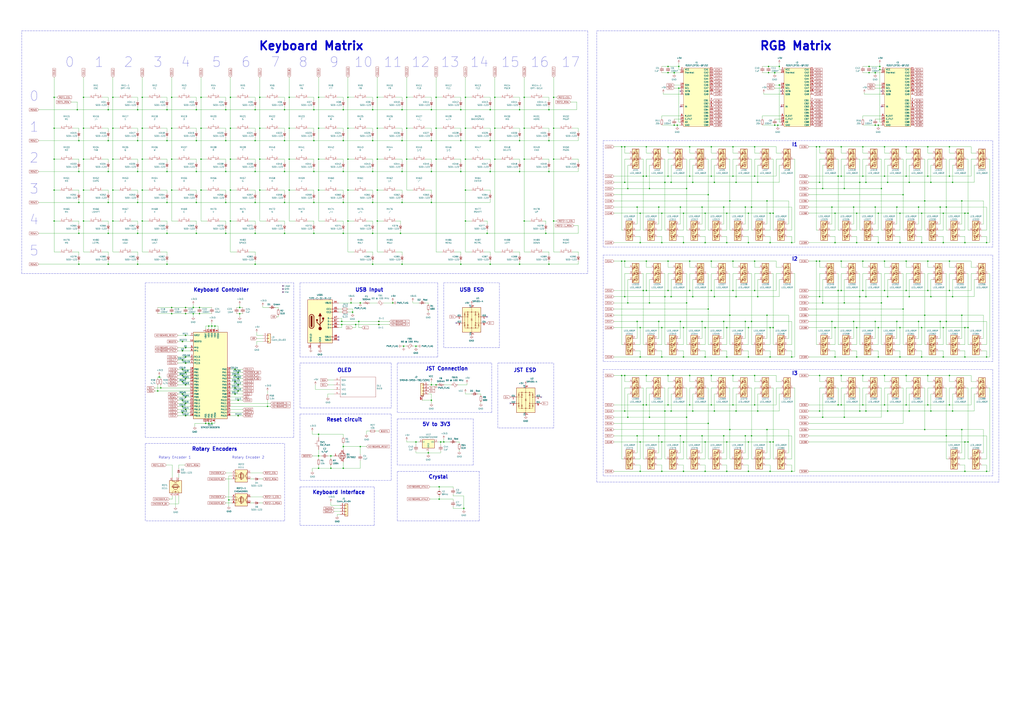
<source format=kicad_sch>
(kicad_sch (version 20211123) (generator eeschema)
  (paper "A1")
  (title_block (title "keyboard0") (date "2021-12-20") (rev "2") (comment 1 "kb.ht12345.xyz"))
  (junction (at 358.14 80.01))
  (junction (at 171.45 267.97))
  (junction (at 673.1 337.82))
  (junction (at 295.91 367.03))
  (junction (at 137.16 115.57))
  (junction (at 92.71 105.41))
  (junction (at 708.66 144.78))
  (junction (at 341.63 363.22))
  (junction (at 171.45 347.98))
  (junction (at 360.68 410.21))
  (junction (at 187.96 410.845))
  (junction (at 382.27 105.41))
  (junction (at 762 238.76))
  (junction (at 158.75 252.73))
  (junction (at 563.88 154.94))
  (junction (at 754.38 264.16))
  (junction (at 510.54 214.63))
  (junction (at 185.42 166.37))
  (junction (at 113.03 166.37))
  (junction (at 193.04 313.69))
  (junction (at 792.48 175.26))
  (junction (at 213.36 105.41))
  (junction (at 636.27 59.69))
  (junction (at 309.88 130.81))
  (junction (at 779.78 214.63))
  (junction (at 149.86 328.93))
  (junction (at 741.68 160.02))
  (junction (at 744.22 120.65))
  (junction (at 596.9 199.39))
  (junction (at 257.81 90.17))
  (junction (at 723.9 248.92))
  (junction (at 566.42 214.63))
  (junction (at 543.56 387.35))
  (junction (at 149.86 339.09))
  (junction (at 632.46 175.26))
  (junction (at 149.86 334.01))
  (junction (at 193.04 308.61))
  (junction (at 533.4 342.9))
  (junction (at 551.18 337.82))
  (junction (at 711.2 149.86))
  (junction (at 309.88 105.41))
  (junction (at 219.71 334.01))
  (junction (at 612.14 358.14))
  (junction (at 746.76 149.86))
  (junction (at 543.56 175.26))
  (junction (at 149.86 295.91))
  (junction (at 548.64 120.65))
  (junction (at 685.8 269.24))
  (junction (at 261.62 130.81))
  (junction (at 161.29 115.57))
  (junction (at 685.8 199.39))
  (junction (at 426.72 90.17))
  (junction (at 281.94 90.17))
  (junction (at 132.08 318.77))
  (junction (at 92.71 130.81))
  (junction (at 553.72 102.87))
  (junction (at 140.97 105.41))
  (junction (at 233.68 140.97))
  (junction (at 196.85 257.81))
  (junction (at 561.34 293.37))
  (junction (at 650.24 293.37))
  (junction (at 632.46 363.22))
  (junction (at 285.75 130.81))
  (junction (at 739.14 269.24))
  (junction (at 513.08 149.86))
  (junction (at 450.85 217.17))
  (junction (at 792.48 199.39))
  (junction (at 728.98 337.82))
  (junction (at 579.12 363.22))
  (junction (at 152.4 311.15))
  (junction (at 782.32 337.82))
  (junction (at 601.98 214.63))
  (junction (at 792.48 363.22))
  (junction (at 683.26 170.18))
  (junction (at 764.54 149.86))
  (junction (at 548.64 54.61))
  (junction (at 683.26 264.16))
  (junction (at 586.74 243.84))
  (junction (at 739.14 175.26))
  (junction (at 629.92 353.06))
  (junction (at 195.58 306.07))
  (junction (at 280.67 264.16))
  (junction (at 525.78 293.37))
  (junction (at 636.27 102.87))
  (junction (at 713.74 54.61))
  (junction (at 777.24 264.16))
  (junction (at 640.08 54.61))
  (junction (at 528.32 238.76))
  (junction (at 213.36 156.21))
  (junction (at 116.84 181.61))
  (junction (at 306.07 217.17))
  (junction (at 772.16 264.16))
  (junction (at 706.12 337.82))
  (junction (at 772.16 170.18))
  (junction (at 88.9 191.77))
  (junction (at 176.53 267.97))
  (junction (at 513.08 214.63))
  (junction (at 64.77 191.77))
  (junction (at 137.16 90.17))
  (junction (at 378.46 140.97))
  (junction (at 619.76 238.76))
  (junction (at 810.26 387.35))
  (junction (at 330.2 90.17))
  (junction (at 195.58 341.63))
  (junction (at 561.34 363.22))
  (junction (at 378.46 217.17))
  (junction (at 586.74 337.82))
  (junction (at 548.64 238.76))
  (junction (at 579.12 269.24))
  (junction (at 354.33 316.23))
  (junction (at 68.58 80.01))
  (junction (at 322.58 248.92))
  (junction (at 515.62 248.92))
  (junction (at 718.82 102.87))
  (junction (at 450.85 115.57))
  (junction (at 295.91 248.92))
  (junction (at 579.12 293.37))
  (junction (at 546.1 243.84))
  (junction (at 581.66 254))
  (junction (at 551.18 149.86))
  (junction (at 558.8 358.14))
  (junction (at 548.64 214.63))
  (junction (at 548.64 59.69))
  (junction (at 44.45 105.41))
  (junction (at 213.36 80.01))
  (junction (at 599.44 165.1))
  (junction (at 566.42 308.61))
  (junction (at 64.77 166.37))
  (junction (at 703.58 269.24))
  (junction (at 402.59 140.97))
  (junction (at 685.8 175.26))
  (junction (at 631.19 59.69))
  (junction (at 281.94 115.57))
  (junction (at 774.7 269.24))
  (junction (at 237.49 105.41))
  (junction (at 601.98 120.65))
  (junction (at 285.75 181.61))
  (junction (at 448.31 191.77))
  (junction (at 285.75 80.01))
  (junction (at 566.42 144.78))
  (junction (at 257.81 115.57))
  (junction (at 551.18 243.84))
  (junction (at 632.46 387.35))
  (junction (at 650.24 199.39))
  (junction (at 189.23 105.41))
  (junction (at 450.85 140.97))
  (junction (at 584.2 238.76))
  (junction (at 708.66 214.63))
  (junction (at 116.84 130.81))
  (junction (at 594.36 170.18))
  (junction (at 548.64 308.61))
  (junction (at 721.36 199.39))
  (junction (at 149.86 280.67))
  (junction (at 774.7 293.37))
  (junction (at 281.94 166.37))
  (junction (at 688.34 238.76))
  (junction (at 746.76 243.84))
  (junction (at 543.56 363.22))
  (junction (at 561.34 387.35))
  (junction (at 576.58 264.16))
  (junction (at 673.1 120.65))
  (junction (at 149.86 323.85))
  (junction (at 364.49 363.22))
  (junction (at 756.92 293.37))
  (junction (at 635 269.24))
  (junction (at 68.58 130.81))
  (junction (at 116.84 80.01))
  (junction (at 543.56 293.37))
  (junction (at 584.2 144.78))
  (junction (at 711.2 337.82))
  (junction (at 530.86 120.65))
  (junction (at 764.54 337.82))
  (junction (at 576.58 170.18))
  (junction (at 285.75 105.41))
  (junction (at 311.15 264.16))
  (junction (at 563.88 248.92))
  (junction (at 632.46 269.24))
  (junction (at 548.64 332.74))
  (junction (at 189.23 80.01))
  (junction (at 209.55 140.97))
  (junction (at 673.1 308.61))
  (junction (at 782.32 243.84))
  (junction (at 454.66 80.01))
  (junction (at 568.96 243.84))
  (junction (at 779.78 332.74))
  (junction (at 810.26 199.39))
  (junction (at 64.77 115.57))
  (junction (at 173.99 267.97))
  (junction (at 601.98 144.78))
  (junction (at 185.42 115.57))
  (junction (at 330.2 115.57))
  (junction (at 736.6 170.18))
  (junction (at 635 175.26))
  (junction (at 137.16 166.37))
  (junction (at 294.64 264.16))
  (junction (at 289.56 256.54))
  (junction (at 44.45 80.01))
  (junction (at 306.07 115.57))
  (junction (at 281.94 191.77))
  (junction (at 378.46 115.57))
  (junction (at 165.1 130.81))
  (junction (at 193.04 323.85))
  (junction (at 586.74 149.86))
  (junction (at 129.54 321.31))
  (junction (at 152.4 285.75))
  (junction (at 195.58 311.15))
  (junction (at 351.79 372.11))
  (junction (at 525.78 269.24))
  (junction (at 638.81 102.87))
  (junction (at 530.86 144.78))
  (junction (at 596.9 363.22))
  (junction (at 721.36 269.24))
  (junction (at 331.47 284.48))
  (junction (at 140.97 80.01))
  (junction (at 670.56 120.65))
  (junction (at 789.94 353.06))
  (junction (at 703.58 293.37))
  (junction (at 44.45 181.61))
  (junction (at 685.8 293.37))
  (junction (at 354.33 328.93))
  (junction (at 209.55 90.17))
  (junction (at 163.83 252.73))
  (junction (at 361.95 363.22))
  (junction (at 579.12 387.35))
  (junction (at 306.07 166.37))
  (junction (at 430.53 80.01))
  (junction (at 632.46 293.37))
  (junction (at 721.36 293.37))
  (junction (at 185.42 90.17))
  (junction (at 795.02 269.24))
  (junction (at 762 120.65))
  (junction (at 553.72 59.69))
  (junction (at 581.66 347.98))
  (junction (at 152.4 252.73))
  (junction (at 261.62 374.65))
  (junction (at 792.48 293.37))
  (junction (at 690.88 308.61))
  (junction (at 543.56 199.39))
  (junction (at 622.3 149.86))
  (junction (at 701.04 264.16))
  (junction (at 149.86 308.61))
  (junction (at 744.22 308.61))
  (junction (at 233.68 115.57))
  (junction (at 599.44 353.06))
  (junction (at 726.44 214.63))
  (junction (at 358.14 130.81))
  (junction (at 650.24 387.35))
  (junction (at 330.2 217.17))
  (junction (at 152.4 306.07))
  (junction (at 728.98 149.86))
  (junction (at 596.9 175.26))
  (junction (at 530.86 308.61))
  (junction (at 354.33 140.97))
  (junction (at 708.66 332.74))
  (junction (at 382.27 181.61))
  (junction (at 726.44 120.65))
  (junction (at 718.82 170.18))
  (junction (at 152.4 326.39))
  (junction (at 762 308.61))
  (junction (at 88.9 166.37))
  (junction (at 281.94 140.97))
  (junction (at 523.24 170.18))
  (junction (at 328.93 191.77))
  (junction (at 617.22 358.14))
  (junction (at 792.48 269.24))
  (junction (at 525.78 363.22))
  (junction (at 614.68 363.22))
  (junction (at 726.44 144.78))
  (junction (at 426.72 115.57))
  (junction (at 640.08 69.85))
  (junction (at 261.62 384.81))
  (junction (at 334.01 130.81))
  (junction (at 152.4 316.23))
  (junction (at 594.36 264.16))
  (junction (at 309.88 156.21))
  (junction (at 378.46 90.17))
  (junction (at 541.02 358.14))
  (junction (at 543.56 269.24))
  (junction (at 619.76 308.61))
  (junction (at 195.58 316.23))
  (junction (at 406.4 130.81))
  (junction (at 140.97 156.21))
  (junction (at 614.68 269.24))
  (junction (at 137.16 140.97))
  (junction (at 354.33 166.37))
  (junction (at 165.1 156.21))
  (junction (at 193.04 318.77))
  (junction (at 510.54 308.61))
  (junction (at 777.24 358.14))
  (junction (at 209.55 166.37))
  (junction (at 88.9 217.17))
  (junction (at 430.53 181.61))
  (junction (at 584.2 120.65))
  (junction (at 754.38 170.18))
  (junction (at 541.02 170.18))
  (junction (at 44.45 130.81))
  (junction (at 579.12 175.26))
  (junction (at 601.98 238.76))
  (junction (at 759.46 353.06))
  (junction (at 774.7 175.26))
  (junction (at 400.05 191.77))
  (junction (at 568.96 337.82))
  (junction (at 382.27 80.01))
  (junction (at 690.88 238.76))
  (junction (at 168.91 347.98))
  (junction (at 673.1 214.63))
  (junction (at 257.81 191.77))
  (junction (at 744.22 214.63))
  (junction (at 116.84 105.41))
  (junction (at 614.68 387.35))
  (junction (at 92.71 156.21))
  (junction (at 779.78 120.65))
  (junction (at 762 214.63))
  (junction (at 113.03 217.17))
  (junction (at 635 363.22))
  (junction (at 726.44 308.61))
  (junction (at 579.12 199.39))
  (junction (at 158.75 257.81))
  (junction (at 402.59 217.17))
  (junction (at 257.81 140.97))
  (junction (at 140.97 130.81))
  (junction (at 271.78 374.65))
  (junction (at 584.2 308.61))
  (junction (at 140.97 257.81))
  (junction (at 561.34 175.26))
  (junction (at 261.62 80.01))
  (junction (at 454.66 105.41))
  (junction (at 711.2 243.84))
  (junction (at 708.66 308.61))
  (junction (at 161.29 140.97))
  (junction (at 723.9 154.94))
  (junction (at 617.22 264.16))
  (junction (at 533.4 248.92))
  (junction (at 209.55 115.57))
  (junction (at 581.66 160.02))
  (junction (at 762 332.74))
  (junction (at 566.42 332.74))
  (junction (at 563.88 342.9))
  (junction (at 360.68 400.05))
  (junction (at 406.4 80.01))
  (junction (at 513.08 308.61))
  (junction (at 515.62 154.94))
  (junction (at 163.83 257.81))
  (junction (at 195.58 328.93))
  (junction (at 382.27 130.81))
  (junction (at 195.58 321.31))
  (junction (at 584.2 214.63))
  (junction (at 513.08 120.65))
  (junction (at 140.97 252.73))
  (junction (at 161.29 90.17))
  (junction (at 288.29 248.92))
  (junction (at 113.03 90.17))
  (junction (at 237.49 156.21))
  (junction (at 149.86 313.69))
  (junction (at 63.5 90.17))
  (junction (at 708.66 238.76))
  (junction (at 152.4 298.45))
  (junction (at 673.1 243.84))
  (junction (at 810.26 293.37))
  (junction (at 311.15 266.7))
  (junction (at 614.68 175.26))
  (junction (at 561.34 199.39))
  (junction (at 358.14 105.41))
  (junction (at 759.46 259.08))
  (junction (at 739.14 199.39))
  (junction (at 88.9 140.97))
  (junction (at 513.08 337.82))
  (junction (at 774.7 199.39))
  (junction (at 722.63 54.61))
  (junction (at 604.52 149.86))
  (junction (at 594.36 358.14))
  (junction (at 113.03 115.57))
  (junction (at 165.1 105.41))
  (junction (at 189.23 181.61))
  (junction (at 557.53 54.61))
  (junction (at 525.78 199.39))
  (junction (at 566.42 120.65))
  (junction (at 426.72 140.97))
  (junction (at 209.55 217.17))
  (junction (at 693.42 342.9))
  (junction (at 619.76 120.65))
  (junction (at 568.96 149.86))
  (junction (at 137.16 217.17))
  (junction (at 450.85 90.17))
  (junction (at 354.33 90.17))
  (junction (at 354.33 115.57))
  (junction (at 523.24 264.16))
  (junction (at 722.63 57.15))
  (junction (at 149.86 303.53))
  (junction (at 402.59 90.17))
  (junction (at 149.86 288.29))
  (junction (at 233.68 191.77))
  (junction (at 88.9 115.57))
  (junction (at 779.78 238.76))
  (junction (at 741.68 254))
  (junction (at 330.2 166.37))
  (junction (at 693.42 248.92))
  (junction (at 612.14 170.18))
  (junction (at 525.78 175.26))
  (junction (at 137.16 191.77))
  (junction (at 629.92 165.1))
  (junction (at 576.58 358.14))
  (junction (at 528.32 144.78))
  (junction (at 596.9 269.24))
  (junction (at 64.77 217.17))
  (junction (at 189.23 130.81))
  (junction (at 617.22 170.18))
  (junction (at 619.76 332.74))
  (junction (at 92.71 181.61))
  (junction (at 152.4 293.37))
  (junction (at 718.82 59.69))
  (junction (at 261.62 156.21))
  (junction (at 152.4 336.55))
  (junction (at 762 144.78))
  (junction (at 584.2 332.74))
  (junction (at 718.82 264.16))
  (junction (at 561.34 269.24))
  (junction (at 257.81 166.37))
  (junction (at 764.54 243.84))
  (junction (at 789.94 259.08))
  (junction (at 402.59 115.57))
  (junction (at 185.42 191.77))
  (junction (at 706.12 149.86))
  (junction (at 782.32 149.86))
  (junction (at 237.49 80.01))
  (junction (at 358.14 316.23))
  (junction (at 510.54 120.65))
  (junction (at 523.24 358.14))
  (junction (at 614.68 199.39))
  (junction (at 261.62 105.41))
  (junction (at 632.46 199.39))
  (junction (at 713.74 59.69))
  (junction (at 701.04 170.18))
  (junction (at 68.58 156.21))
  (junction (at 670.56 214.63))
  (junction (at 612.14 264.16))
  (junction (at 334.01 105.41))
  (junction (at 604.52 337.82))
  (junction (at 454.66 181.61))
  (junction (at 152.4 341.63))
  (junction (at 703.58 175.26))
  (junction (at 795.02 363.22))
  (junction (at 334.01 80.01))
  (junction (at 746.76 337.82))
  (junction (at 756.92 269.24))
  (junction (at 173.99 347.98))
  (junction (at 779.78 144.78))
  (junction (at 161.29 166.37))
  (junction (at 271.78 384.81))
  (junction (at 161.29 191.77))
  (junction (at 756.92 199.39))
  (junction (at 795.02 175.26))
  (junction (at 541.02 264.16))
  (junction (at 721.36 175.26))
  (junction (at 309.88 181.61))
  (junction (at 88.9 90.17))
  (junction (at 152.4 331.47))
  (junction (at 185.42 140.97))
  (junction (at 726.44 332.74))
  (junction (at 631.19 54.61))
  (junction (at 619.76 144.78))
  (junction (at 64.77 140.97))
  (junction (at 285.75 156.21))
  (junction (at 789.94 165.1))
  (junction (at 165.1 80.01))
  (junction (at 406.4 105.41))
  (junction (at 306.07 90.17))
  (junction (at 196.85 252.73))
  (junction (at 792.48 387.35))
  (junction (at 280.67 266.7))
  (junction (at 309.88 80.01))
  (junction (at 213.36 130.81))
  (junction (at 152.4 275.59))
  (junction (at 601.98 308.61))
  (junction (at 528.32 332.74))
  (junction (at 306.07 140.97))
  (junction (at 622.3 243.84))
  (junction (at 556.26 102.87))
  (junction (at 193.04 303.53))
  (junction (at 330.2 140.97))
  (junction (at 693.42 154.94))
  (junction (at 599.44 259.08))
  (junction (at 530.86 214.63))
  (junction (at 675.64 248.92))
  (junction (at 430.53 130.81))
  (junction (at 708.66 120.65))
  (junction (at 601.98 332.74))
  (junction (at 548.64 144.78))
  (junction (at 736.6 264.16))
  (junction (at 690.88 120.65))
  (junction (at 152.4 257.81))
  (junction (at 454.66 130.81))
  (junction (at 726.44 238.76))
  (junction (at 779.78 308.61))
  (junction (at 530.86 238.76))
  (junction (at 721.36 102.87))
  (junction (at 513.08 243.84))
  (junction (at 44.45 156.21))
  (junction (at 546.1 149.86))
  (junction (at 629.92 259.08))
  (junction (at 237.49 130.81))
  (junction (at 558.8 264.16))
  (junction (at 614.68 293.37))
  (junction (at 430.53 105.41))
  (junction (at 306.07 191.77))
  (junction (at 604.52 243.84))
  (junction (at 777.24 170.18))
  (junction (at 530.86 332.74))
  (junction (at 558.8 170.18))
  (junction (at 281.94 367.03))
  (junction (at 557.53 72.39))
  (junction (at 92.71 80.01))
  (junction (at 596.9 387.35))
  (junction (at 525.78 387.35))
  (junction (at 703.58 199.39))
  (junction (at 688.34 332.74))
  (junction (at 744.22 144.78))
  (junction (at 68.58 105.41))
  (junction (at 113.03 191.77))
  (junction (at 233.68 90.17))
  (junction (at 426.72 217.17))
  (junction (at 739.14 293.37))
  (junction (at 341.63 284.48))
  (junction (at 690.88 214.63))
  (junction (at 292.1 266.7))
  (junction (at 673.1 149.86))
  (junction (at 566.42 238.76))
  (junction (at 675.64 154.94))
  (junction (at 281.94 384.81))
  (junction (at 261.62 356.87))
  (junction (at 728.98 243.84))
  (junction (at 690.88 144.78))
  (junction (at 622.3 337.82))
  (junction (at 382.27 156.21))
  (junction (at 759.46 165.1))
  (junction (at 130.81 309.88))
  (junction (at 116.84 156.21))
  (junction (at 533.4 154.94))
  (junction (at 756.92 175.26))
  (junction (at 189.23 156.21))
  (junction (at 596.9 293.37))
  (junction (at 744.22 332.74))
  (junction (at 675.64 342.9))
  (junction (at 68.58 181.61))
  (junction (at 515.62 342.9))
  (junction (at 688.34 144.78))
  (junction (at 619.76 214.63))
  (junction (at 209.55 191.77))
  (junction (at 706.12 243.84))
  (junction (at 744.22 238.76))
  (junction (at 690.88 332.74))
  (junction (at 381 417.83))
  (junction (at 233.68 166.37))
  (junction (at 113.03 140.97))
  (junction (at 546.1 337.82))
  (no_connect (at 232.41 237.49))
  (no_connect (at 374.65 265.43))
  (no_connect (at 641.35 87.63))
  (no_connect (at 232.41 240.03))
  (no_connect (at 723.9 74.93))
  (no_connect (at 419.1 331.47))
  (no_connect (at 723.9 87.63))
  (no_connect (at 400.05 260.35))
  (no_connect (at 558.8 87.63))
  (no_connect (at 278.13 279.4))
  (no_connect (at 278.13 276.86))
  (no_connect (at 232.41 234.95))
  (no_connect (at 444.5 326.39))
  (no_connect (at 641.35 74.93))
  (no_connect (at 558.8 74.93))
  (wire (pts (xy 632.46 189.23) (xy 632.46 175.26)))
  (wire (pts (xy 543.56 387.35) (xy 561.34 387.35)))
  (wire (pts (xy 149.86 303.53) (xy 156.21 303.53)))
  (wire (pts (xy 334.01 105.41) (xy 339.09 105.41)))
  (wire (pts (xy 209.55 115.57) (xy 233.68 115.57)))
  (wire (pts (xy 777.24 170.18) (xy 777.24 189.23)))
  (wire (pts (xy 628.65 194.31) (xy 632.46 194.31)))
  (wire (pts (xy 195.58 321.31) (xy 189.23 321.31)))
  (wire (pts (xy 664.21 347.98) (xy 741.68 347.98)))
  (wire (pts (xy 237.49 156.21) (xy 237.49 181.61)))
  (wire (pts (xy 561.34 387.35) (xy 579.12 387.35)))
  (wire (pts (xy 113.03 163.83) (xy 113.03 166.37)))
  (wire (pts (xy 276.86 424.18) (xy 276.86 422.91)))
  (wire (pts (xy 256.54 384.81) (xy 261.62 384.81)))
  (wire (pts (xy 474.98 217.17) (xy 474.98 214.63)))
  (wire (pts (xy 721.36 175.26) (xy 739.14 175.26)))
  (wire (pts (xy 641.35 59.69) (xy 636.27 59.69)))
  (wire (pts (xy 73.66 80.01) (xy 68.58 80.01)))
  (wire (pts (xy 646.43 377.19) (xy 650.24 377.19)))
  (wire (pts (xy 233.68 87.63) (xy 233.68 90.17)))
  (wire (pts (xy 372.11 407.67) (xy 381 407.67)))
  (wire (pts (xy 152.4 293.37) (xy 146.05 293.37)))
  (wire (pts (xy 797.56 120.65) (xy 779.78 120.65)))
  (wire (pts (xy 723.9 318.77) (xy 722.63 318.77)))
  (wire (pts (xy 88.9 214.63) (xy 88.9 217.17)))
  (wire (pts (xy 779.78 308.61) (xy 762 308.61)))
  (wire (pts (xy 783.59 323.85) (xy 782.32 323.85)))
  (wire (pts (xy 378.46 207.01) (xy 378.46 209.55)))
  (wire (pts (xy 762 238.76) (xy 762 224.79)))
  (wire (pts (xy 646.43 194.31) (xy 650.24 194.31)))
  (wire (pts (xy 622.3 229.87) (xy 622.3 243.84)))
  (wire (pts (xy 765.81 313.69) (xy 762 313.69)))
  (wire (pts (xy 219.71 334.01) (xy 222.25 334.01)))
  (wire (pts (xy 83.82 105.41) (xy 88.9 105.41)))
  (wire (pts (xy 558.8 100.33) (xy 557.53 100.33)))
  (wire (pts (xy 173.99 346.71) (xy 173.99 347.98)))
  (wire (pts (xy 765.81 125.73) (xy 762 125.73)))
  (wire (pts (xy 523.24 372.11) (xy 523.24 358.14)))
  (wire (pts (xy 137.16 130.81) (xy 137.16 133.35)))
  (wire (pts (xy 83.82 156.21) (xy 88.9 156.21)))
  (wire (pts (xy 670.56 283.21) (xy 671.83 283.21)))
  (wire (pts (xy 309.88 181.61) (xy 309.88 207.01)))
  (wire (pts (xy 688.34 224.79) (xy 687.07 224.79)))
  (wire (pts (xy 551.18 337.82) (xy 546.1 337.82)))
  (wire (pts (xy 187.96 391.16) (xy 190.5 391.16)))
  (wire (pts (xy 209.55 80.01) (xy 209.55 82.55)))
  (wire (pts (xy 430.53 105.41) (xy 435.61 105.41)))
  (wire (pts (xy 539.75 377.19) (xy 543.56 377.19)))
  (wire (pts (xy 629.92 278.13) (xy 628.65 278.13)))
  (wire (pts (xy 575.31 288.29) (xy 579.12 288.29)))
  (wire (pts (xy 523.24 170.18) (xy 541.02 170.18)))
  (wire (pts (xy 278.13 266.7) (xy 280.67 266.7)))
  (wire (pts (xy 543.56 283.21) (xy 543.56 269.24)))
  (wire (pts (xy 726.44 224.79) (xy 730.25 224.79)))
  (wire (pts (xy 107.95 181.61) (xy 113.03 181.61)))
  (wire (pts (xy 681.99 184.15) (xy 683.26 184.15)))
  (wire (pts (xy 584.2 120.65) (xy 566.42 120.65)))
  (wire (pts (xy 596.9 363.22) (xy 614.68 363.22)))
  (wire (pts (xy 141.605 392.43) (xy 141.605 382.27)))
  (wire (pts (xy 474.98 185.42) (xy 471.17 185.42)))
  (wire (pts (xy 525.78 199.39) (xy 543.56 199.39)))
  (wire (pts (xy 185.42 393.7) (xy 190.5 393.7)))
  (wire (pts (xy 261.62 374.65) (xy 264.16 374.65)))
  (wire (pts (xy 113.03 181.61) (xy 113.03 184.15)))
  (wire (pts (xy 306.07 113.03) (xy 306.07 115.57)))
  (wire (pts (xy 726.44 313.69) (xy 726.44 308.61)))
  (wire (pts (xy 261.62 105.41) (xy 261.62 130.81)))
  (wire (pts (xy 257.81 163.83) (xy 257.81 166.37)))
  (wire (pts (xy 530.86 120.65) (xy 513.08 120.65)))
  (wire (pts (xy 382.27 63.5) (xy 382.27 80.01)))
  (wire (pts (xy 693.42 154.94) (xy 675.64 154.94)))
  (wire (pts (xy 334.01 130.81) (xy 339.09 130.81)))
  (wire (pts (xy 548.64 313.69) (xy 548.64 308.61)))
  (wire (pts (xy 257.81 140.97) (xy 281.94 140.97)))
  (wire (pts (xy 664.21 243.84) (xy 673.1 243.84)))
  (wire (pts (xy 281.94 163.83) (xy 281.94 166.37)))
  (wire (pts (xy 152.4 306.07) (xy 156.21 306.07)))
  (wire (pts (xy 137.16 105.41) (xy 137.16 107.95)))
  (wire (pts (xy 807.72 184.15) (xy 806.45 184.15)))
  (wire (pts (xy 381 417.83) (xy 381 419.1)))
  (wire (pts (xy 309.88 80.01) (xy 314.96 80.01)))
  (wire (pts (xy 146.685 382.27) (xy 151.765 382.27)))
  (wire (pts (xy 450.85 217.17) (xy 474.98 217.17)))
  (wire (pts (xy 779.78 144.78) (xy 779.78 130.81)))
  (wire (pts (xy 641.35 69.85) (xy 640.08 69.85)))
  (wire (pts (xy 426.72 113.03) (xy 426.72 115.57)))
  (wire (pts (xy 281.94 364.49) (xy 281.94 367.03)))
  (wire (pts (xy 146.05 339.09) (xy 149.86 339.09)))
  (wire (pts (xy 402.59 138.43) (xy 402.59 140.97)))
  (wire (pts (xy 210.82 275.59) (xy 210.82 273.05)))
  (wire (pts (xy 330.2 105.41) (xy 330.2 107.95)))
  (wire (pts (xy 406.4 80.01) (xy 411.48 80.01)))
  (wire (pts (xy 673.1 214.63) (xy 670.56 214.63)))
  (wire (pts (xy 237.49 130.81) (xy 242.57 130.81)))
  (wire (pts (xy 161.29 115.57) (xy 185.42 115.57)))
  (wire (pts (xy 708.66 318.77) (xy 712.47 318.77)))
  (wire (pts (xy 116.84 63.5) (xy 116.84 80.01)))
  (wire (pts (xy 533.4 154.94) (xy 515.62 154.94)))
  (wire (pts (xy 276.86 130.81) (xy 281.94 130.81)))
  (wire (pts (xy 281.94 384.81) (xy 281.94 379.73)))
  (wire (pts (xy 628.65 283.21) (xy 632.46 283.21)))
  (wire (pts (xy 568.96 135.89) (xy 570.23 135.89)))
  (wire (pts (xy 113.03 138.43) (xy 113.03 140.97)))
  (wire (pts (xy 144.145 407.67) (xy 144.145 416.56)))
  (wire (pts (xy 617.22 283.21) (xy 618.49 283.21)))
  (wire (pts (xy 330.2 140.97) (xy 354.33 140.97)))
  (wire (pts (xy 551.18 229.87) (xy 552.45 229.87)))
  (polyline (pts (xy 495.3 203.2) (xy 495.3 115.57)))
  (wire (pts (xy 364.49 363.22) (xy 369.57 363.22)))
  (wire (pts (xy 278.13 248.92) (xy 288.29 248.92)))
  (wire (pts (xy 68.58 156.21) (xy 68.58 130.81)))
  (wire (pts (xy 450.85 115.57) (xy 474.98 115.57)))
  (wire (pts (xy 584.2 219.71) (xy 584.2 214.63)))
  (wire (pts (xy 185.42 413.385) (xy 190.5 413.385)))
  (wire (pts (xy 789.94 278.13) (xy 788.67 278.13)))
  (wire (pts (xy 530.86 332.74) (xy 548.64 332.74)))
  (wire (pts (xy 358.14 316.23) (xy 354.33 316.23)))
  (wire (pts (xy 504.19 387.35) (xy 525.78 387.35)))
  (wire (pts (xy 530.86 144.78) (xy 530.86 130.81)))
  (wire (pts (xy 306.07 191.77) (xy 328.93 191.77)))
  (wire (pts (xy 548.64 238.76) (xy 548.64 224.79)))
  (wire (pts (xy 196.85 252.73) (xy 199.39 252.73)))
  (wire (pts (xy 810.26 288.29) (xy 810.26 293.37)))
  (wire (pts (xy 199.39 321.31) (xy 195.58 321.31)))
  (wire (pts (xy 637.54 313.69) (xy 637.54 308.61)))
  (wire (pts (xy 209.55 105.41) (xy 209.55 107.95)))
  (wire (pts (xy 721.36 283.21) (xy 721.36 269.24)))
  (wire (pts (xy 378.46 130.81) (xy 378.46 133.35)))
  (wire (pts (xy 594.36 372.11) (xy 593.09 372.11)))
  (wire (pts (xy 68.58 181.61) (xy 68.58 156.21)))
  (wire (pts (xy 795.02 130.81) (xy 793.75 130.81)))
  (wire (pts (xy 736.6 170.18) (xy 736.6 184.15)))
  (wire (pts (xy 281.94 189.23) (xy 281.94 191.77)))
  (polyline (pts (xy 359.41 232.41) (xy 359.41 293.37)))
  (wire (pts (xy 806.45 377.19) (xy 810.26 377.19)))
  (wire (pts (xy 59.69 156.21) (xy 64.77 156.21)))
  (wire (pts (xy 372.11 410.21) (xy 372.11 411.48)))
  (wire (pts (xy 378.46 140.97) (xy 402.59 140.97)))
  (wire (pts (xy 730.25 219.71) (xy 726.44 219.71)))
  (wire (pts (xy 137.16 163.83) (xy 137.16 166.37)))
  (wire (pts (xy 534.67 219.71) (xy 530.86 219.71)))
  (wire (pts (xy 568.96 337.82) (xy 551.18 337.82)))
  (wire (pts (xy 354.33 156.21) (xy 354.33 158.75)))
  (wire (pts (xy 400.05 189.23) (xy 400.05 191.77)))
  (wire (pts (xy 708.66 120.65) (xy 690.88 120.65)))
  (wire (pts (xy 528.32 144.78) (xy 528.32 130.81)))
  (wire (pts (xy 601.98 238.76) (xy 601.98 224.79)))
  (wire (pts (xy 351.79 256.54) (xy 351.79 255.27)))
  (polyline (pts (xy 364.49 285.75) (xy 364.49 232.41)))
  (wire (pts (xy 146.05 303.53) (xy 149.86 303.53)))
  (wire (pts (xy 721.36 293.37) (xy 739.14 293.37)))
  (wire (pts (xy 285.75 256.54) (xy 289.56 256.54)))
  (wire (pts (xy 129.54 311.15) (xy 129.54 309.88)))
  (wire (pts (xy 576.58 184.15) (xy 575.31 184.15)))
  (wire (pts (xy 772.16 184.15) (xy 770.89 184.15)))
  (wire (pts (xy 132.08 311.15) (xy 132.08 309.88)))
  (wire (pts (xy 806.45 382.27) (xy 810.26 382.27)))
  (wire (pts (xy 113.03 90.17) (xy 137.16 90.17)))
  (polyline (pts (xy 388.62 344.17) (xy 388.62 382.27)))
  (wire (pts (xy 812.8 130.81) (xy 811.53 130.81)))
  (wire (pts (xy 528.32 332.74) (xy 530.86 332.74)))
  (wire (pts (xy 288.29 248.92) (xy 295.91 248.92)))
  (wire (pts (xy 721.36 194.31) (xy 721.36 199.39)))
  (wire (pts (xy 563.88 283.21) (xy 563.88 248.92)))
  (wire (pts (xy 709.93 77.47) (xy 723.9 77.47)))
  (wire (pts (xy 548.64 238.76) (xy 566.42 238.76)))
  (wire (pts (xy 533.4 154.94) (xy 533.4 135.89)))
  (wire (pts (xy 354.33 138.43) (xy 354.33 140.97)))
  (wire (pts (xy 448.31 184.15) (xy 448.31 181.61)))
  (wire (pts (xy 530.86 214.63) (xy 513.08 214.63)))
  (wire (pts (xy 693.42 135.89) (xy 694.69 135.89)))
  (wire (pts (xy 614.68 288.29) (xy 610.87 288.29)))
  (wire (pts (xy 163.83 257.81) (xy 173.99 257.81)))
  (wire (pts (xy 806.45 288.29) (xy 810.26 288.29)))
  (wire (pts (xy 670.56 283.21) (xy 670.56 214.63)))
  (wire (pts (xy 513.08 337.82) (xy 546.1 337.82)))
  (wire (pts (xy 563.88 283.21) (xy 565.15 283.21)))
  (wire (pts (xy 406.4 105.41) (xy 411.48 105.41)))
  (wire (pts (xy 454.66 207.01) (xy 459.74 207.01)))
  (wire (pts (xy 354.33 328.93) (xy 346.71 328.93)))
  (polyline (pts (xy 246.38 431.8) (xy 307.34 431.8)))
  (wire (pts (xy 779.78 238.76) (xy 797.56 238.76)))
  (wire (pts (xy 670.56 189.23) (xy 671.83 189.23)))
  (wire (pts (xy 525.78 189.23) (xy 525.78 175.26)))
  (wire (pts (xy 261.62 156.21) (xy 266.7 156.21)))
  (wire (pts (xy 561.34 293.37) (xy 579.12 293.37)))
  (wire (pts (xy 636.27 60.96) (xy 636.27 59.69)))
  (wire (pts (xy 194.31 252.73) (xy 196.85 252.73)))
  (wire (pts (xy 146.685 392.43) (xy 146.685 389.89)))
  (wire (pts (xy 650.24 288.29) (xy 650.24 293.37)))
  (wire (pts (xy 261.62 130.81) (xy 261.62 156.21)))
  (wire (pts (xy 762 224.79) (xy 765.81 224.79)))
  (polyline (pts (xy 326.39 298.45) (xy 403.86 298.45)))
  (wire (pts (xy 233.68 105.41) (xy 233.68 107.95)))
  (wire (pts (xy 561.34 377.19) (xy 561.34 363.22)))
  (wire (pts (xy 140.97 257.81) (xy 152.4 257.81)))
  (wire (pts (xy 772.16 170.18) (xy 777.24 170.18)))
  (wire (pts (xy 146.05 306.07) (xy 152.4 306.07)))
  (wire (pts (xy 276.86 156.21) (xy 281.94 156.21)))
  (wire (pts (xy 306.07 130.81) (xy 306.07 133.35)))
  (wire (pts (xy 261.62 181.61) (xy 266.7 181.61)))
  (wire (pts (xy 557.53 54.61) (xy 557.53 52.07)))
  (wire (pts (xy 516.89 219.71) (xy 513.08 219.71)))
  (wire (pts (xy 647.7 278.13) (xy 646.43 278.13)))
  (wire (pts (xy 530.86 125.73) (xy 530.86 120.65)))
  (wire (pts (xy 450.85 138.43) (xy 450.85 140.97)))
  (wire (pts (xy 681.99 189.23) (xy 685.8 189.23)))
  (wire (pts (xy 375.92 316.23) (xy 383.54 316.23)))
  (wire (pts (xy 360.68 400.05) (xy 372.11 400.05)))
  (wire (pts (xy 779.78 332.74) (xy 797.56 332.74)))
  (wire (pts (xy 325.12 207.01) (xy 330.2 207.01)))
  (wire (pts (xy 402.59 217.17) (xy 426.72 217.17)))
  (wire (pts (xy 795.02 189.23) (xy 796.29 189.23)))
  (wire (pts (xy 510.54 120.65) (xy 504.19 120.65)))
  (wire (pts (xy 292.1 266.7) (xy 311.15 266.7)))
  (wire (pts (xy 64.77 115.57) (xy 88.9 115.57)))
  (wire (pts (xy 165.1 181.61) (xy 165.1 156.21)))
  (wire (pts (xy 510.54 308.61) (xy 504.19 308.61)))
  (wire (pts (xy 88.9 90.17) (xy 113.03 90.17)))
  (wire (pts (xy 445.77 105.41) (xy 450.85 105.41)))
  (wire (pts (xy 430.53 130.81) (xy 430.53 181.61)))
  (wire (pts (xy 361.95 363.22) (xy 359.41 363.22)))
  (wire (pts (xy 647.7 184.15) (xy 646.43 184.15)))
  (wire (pts (xy 528.32 283.21) (xy 528.32 238.76)))
  (wire (pts (xy 619.76 238.76) (xy 637.54 238.76)))
  (wire (pts (xy 774.7 175.26) (xy 792.48 175.26)))
  (wire (pts (xy 637.54 144.78) (xy 637.54 130.81)))
  (wire (pts (xy 636.27 72.39) (xy 641.35 72.39)))
  (wire (pts (xy 513.08 313.69) (xy 513.08 308.61)))
  (wire (pts (xy 530.86 238.76) (xy 530.86 224.79)))
  (wire (pts (xy 44.45 130.81) (xy 49.53 130.81)))
  (wire (pts (xy 543.56 95.25) (xy 558.8 95.25)))
  (wire (pts (xy 306.07 87.63) (xy 306.07 90.17)))
  (wire (pts (xy 306.07 90.17) (xy 330.2 90.17)))
  (wire (pts (xy 797.56 144.78) (xy 797.56 130.81)))
  (wire (pts (xy 586.74 323.85) (xy 588.01 323.85)))
  (wire (pts (xy 594.36 264.16) (xy 594.36 278.13)))
  (wire (pts (xy 373.38 105.41) (xy 378.46 105.41)))
  (wire (pts (xy 563.88 130.81) (xy 562.61 130.81)))
  (wire (pts (xy 300.99 80.01) (xy 306.07 80.01)))
  (wire (pts (xy 568.96 149.86) (xy 551.18 149.86)))
  (wire (pts (xy 213.36 63.5) (xy 213.36 80.01)))
  (wire (pts (xy 209.55 87.63) (xy 209.55 90.17)))
  (wire (pts (xy 132.08 181.61) (xy 137.16 181.61)))
  (wire (pts (xy 543.56 189.23) (xy 543.56 175.26)))
  (wire (pts (xy 543.56 54.61) (xy 548.64 54.61)))
  (wire (pts (xy 584.2 318.77) (xy 588.01 318.77)))
  (wire (pts (xy 636.27 102.87) (xy 638.81 102.87)))
  (wire (pts (xy 593.09 189.23) (xy 596.9 189.23)))
  (wire (pts (xy 402.59 115.57) (xy 426.72 115.57)))
  (wire (pts (xy 699.77 194.31) (xy 703.58 194.31)))
  (wire (pts (xy 454.66 105.41) (xy 454.66 130.81)))
  (wire (pts (xy 285.75 254) (xy 289.56 254)))
  (wire (pts (xy 530.86 238.76) (xy 548.64 238.76)))
  (wire (pts (xy 641.35 219.71) (xy 637.54 219.71)))
  (wire (pts (xy 795.02 377.19) (xy 796.29 377.19)))
  (wire (pts (xy 530.86 318.77) (xy 534.67 318.77)))
  (wire (pts (xy 604.52 323.85) (xy 604.52 337.82)))
  (wire (pts (xy 586.74 337.82) (xy 568.96 337.82)))
  (wire (pts (xy 800.1 229.87) (xy 800.1 243.84)))
  (wire (pts (xy 528.32 224.79) (xy 527.05 224.79)))
  (wire (pts (xy 88.9 115.57) (xy 113.03 115.57)))
  (wire (pts (xy 736.6 264.16) (xy 736.6 278.13)))
  (polyline (pts (xy 17.78 224.79) (xy 17.78 25.4)))
  (wire (pts (xy 397.51 130.81) (xy 402.59 130.81)))
  (wire (pts (xy 647.7 259.08) (xy 647.7 278.13)))
  (wire (pts (xy 294.64 269.24) (xy 297.18 269.24)))
  (wire (pts (xy 534.67 125.73) (xy 530.86 125.73)))
  (wire (pts (xy 683.26 170.18) (xy 701.04 170.18)))
  (wire (pts (xy 566.42 313.69) (xy 566.42 308.61)))
  (wire (pts (xy 421.64 80.01) (xy 426.72 80.01)))
  (wire (pts (xy 281.94 115.57) (xy 306.07 115.57)))
  (polyline (pts (xy 241.3 359.41) (xy 119.38 359.41)))
  (wire (pts (xy 548.64 144.78) (xy 548.64 130.81)))
  (wire (pts (xy 213.36 105.41) (xy 218.44 105.41)))
  (wire (pts (xy 622.3 243.84) (xy 604.52 243.84)))
  (wire (pts (xy 568.96 149.86) (xy 568.96 135.89)))
  (wire (pts (xy 306.07 214.63) (xy 306.07 217.17)))
  (wire (pts (xy 563.88 377.19) (xy 565.15 377.19)))
  (wire (pts (xy 160.02 347.98) (xy 160.02 350.52)))
  (wire (pts (xy 746.76 337.82) (xy 728.98 337.82)))
  (wire (pts (xy 528.32 332.74) (xy 528.32 318.77)))
  (wire (pts (xy 575.31 382.27) (xy 579.12 382.27)))
  (wire (pts (xy 650.24 377.19) (xy 650.24 358.14)))
  (wire (pts (xy 726.44 144.78) (xy 744.22 144.78)))
  (wire (pts (xy 140.97 156.21) (xy 146.05 156.21)))
  (wire (pts (xy 504.19 259.08) (xy 599.44 259.08)))
  (wire (pts (xy 533.4 229.87) (xy 534.67 229.87)))
  (wire (pts (xy 706.12 283.21) (xy 707.39 283.21)))
  (wire (pts (xy 604.52 243.84) (xy 586.74 243.84)))
  (wire (pts (xy 723.9 248.92) (xy 723.9 224.79)))
  (wire (pts (xy 161.29 191.77) (xy 185.42 191.77)))
  (wire (pts (xy 525.78 288.29) (xy 525.78 293.37)))
  (wire (pts (xy 146.05 328.93) (xy 149.86 328.93)))
  (wire (pts (xy 637.54 130.81) (xy 641.35 130.81)))
  (wire (pts (xy 530.86 308.61) (xy 513.08 308.61)))
  (wire (pts (xy 311.15 266.7) (xy 320.04 266.7)))
  (wire (pts (xy 515.62 323.85) (xy 516.89 323.85)))
  (wire (pts (xy 285.75 181.61) (xy 285.75 207.01)))
  (polyline (pts (xy 495.3 115.57) (xy 815.34 115.57)))
  (wire (pts (xy 309.88 181.61) (xy 314.96 181.61)))
  (polyline (pts (xy 246.38 335.28) (xy 246.38 298.45)))
  (wire (pts (xy 795.02 269.24) (xy 795.02 224.79)))
  (wire (pts (xy 474.98 207.01) (xy 469.9 207.01)))
  (wire (pts (xy 673.1 224.79) (xy 673.1 243.84)))
  (wire (pts (xy 673.1 130.81) (xy 676.91 130.81)))
  (wire (pts (xy 541.02 184.15) (xy 541.02 170.18)))
  (wire (pts (xy 504.19 170.18) (xy 523.24 170.18)))
  (wire (pts (xy 454.66 181.61) (xy 454.66 207.01)))
  (wire (pts (xy 566.42 130.81) (xy 570.23 130.81)))
  (wire (pts (xy 372.11 400.05) (xy 372.11 401.32)))
  (wire (pts (xy 64.77 163.83) (xy 64.77 166.37)))
  (wire (pts (xy 670.56 189.23) (xy 670.56 120.65)))
  (wire (pts (xy 810.26 293.37) (xy 812.8 293.37)))
  (wire (pts (xy 741.68 160.02) (xy 741.68 189.23)))
  (wire (pts (xy 325.12 130.81) (xy 330.2 130.81)))
  (wire (pts (xy 632.46 387.35) (xy 650.24 387.35)))
  (wire (pts (xy 566.42 125.73) (xy 566.42 120.65)))
  (wire (pts (xy 566.42 120.65) (xy 548.64 120.65)))
  (wire (pts (xy 278.13 256.54) (xy 280.67 256.54)))
  (wire (pts (xy 558.8 97.79) (xy 553.72 97.79)))
  (wire (pts (xy 370.84 316.23) (xy 364.49 316.23)))
  (wire (pts (xy 718.82 102.87) (xy 721.36 102.87)))
  (wire (pts (xy 777.24 264.16) (xy 777.24 224.79)))
  (wire (pts (xy 152.4 341.63) (xy 156.21 341.63)))
  (wire (pts (xy 521.97 278.13) (xy 523.24 278.13)))
  (wire (pts (xy 400.05 191.77) (xy 448.31 191.77)))
  (wire (pts (xy 161.29 90.17) (xy 185.42 90.17)))
  (wire (pts (xy 762 238.76) (xy 779.78 238.76)))
  (wire (pts (xy 641.35 125.73) (xy 637.54 125.73)))
  (wire (pts (xy 563.88 189.23) (xy 565.15 189.23)))
  (wire (pts (xy 215.9 275.59) (xy 210.82 275.59)))
  (wire (pts (xy 543.56 377.19) (xy 543.56 363.22)))
  (wire (pts (xy 721.36 199.39) (xy 739.14 199.39)))
  (wire (pts (xy 726.44 125.73) (xy 726.44 120.65)))
  (wire (pts (xy 205.74 393.7) (xy 208.28 393.7)))
  (wire (pts (xy 563.88 154.94) (xy 533.4 154.94)))
  (wire (pts (xy 219.71 321.31) (xy 219.71 323.85)))
  (wire (pts (xy 64.77 130.81) (xy 64.77 133.35)))
  (wire (pts (xy 510.54 214.63) (xy 504.19 214.63)))
  (wire (pts (xy 708.66 144.78) (xy 708.66 130.81)))
  (wire (pts (xy 579.12 382.27) (xy 579.12 387.35)))
  (wire (pts (xy 189.23 331.47) (xy 222.25 331.47)))
  (wire (pts (xy 635 224.79) (xy 633.73 224.79)))
  (wire (pts (xy 187.96 410.845) (xy 187.96 391.16)))
  (wire (pts (xy 382.27 80.01) (xy 382.27 105.41)))
  (wire (pts (xy 361.95 372.11) (xy 361.95 370.84)))
  (polyline (pts (xy 403.86 298.45) (xy 403.86 339.09)))
  (wire (pts (xy 330.2 87.63) (xy 330.2 90.17)))
  (wire (pts (xy 706.12 189.23) (xy 706.12 149.86)))
  (wire (pts (xy 548.64 125.73) (xy 552.45 125.73)))
  (wire (pts (xy 285.75 80.01) (xy 285.75 105.41)))
  (wire (pts (xy 504.19 243.84) (xy 513.08 243.84)))
  (wire (pts (xy 528.32 318.77) (xy 527.05 318.77)))
  (wire (pts (xy 354.33 115.57) (xy 378.46 115.57)))
  (wire (pts (xy 675.64 342.9) (xy 675.64 323.85)))
  (wire (pts (xy 810.26 387.35) (xy 812.8 387.35)))
  (wire (pts (xy 675.64 342.9) (xy 664.21 342.9)))
  (wire (pts (xy 257.81 130.81) (xy 257.81 133.35)))
  (wire (pts (xy 161.29 113.03) (xy 161.29 115.57)))
  (wire (pts (xy 807.72 372.11) (xy 806.45 372.11)))
  (wire (pts (xy 789.94 184.15) (xy 788.67 184.15)))
  (wire (pts (xy 521.97 382.27) (xy 525.78 382.27)))
  (wire (pts (xy 546.1 283.21) (xy 547.37 283.21)))
  (wire (pts (xy 792.48 363.22) (xy 795.02 363.22)))
  (wire (pts (xy 289.56 256.54) (xy 289.56 257.81)))
  (wire (pts (xy 382.27 130.81) (xy 382.27 156.21)))
  (polyline (pts (xy 454.66 298.45) (xy 454.66 351.79)))
  (wire (pts (xy 711.2 337.82) (xy 711.2 323.85)))
  (wire (pts (xy 257.81 156.21) (xy 257.81 158.75)))
  (wire (pts (xy 553.72 60.96) (xy 553.72 59.69)))
  (wire (pts (xy 617.22 318.77) (xy 615.95 318.77)))
  (wire (pts (xy 140.97 130.81) (xy 146.05 130.81)))
  (polyline (pts (xy 410.21 232.41) (xy 410.21 285.75)))
  (wire (pts (xy 612.14 372.11) (xy 610.87 372.11)))
  (wire (pts (xy 765.81 135.89) (xy 764.54 135.89)))
  (wire (pts (xy 88.9 140.97) (xy 113.03 140.97)))
  (wire (pts (xy 801.37 125.73) (xy 797.56 125.73)))
  (wire (pts (xy 31.75 166.37) (xy 64.77 166.37)))
  (wire (pts (xy 576.58 278.13) (xy 575.31 278.13)))
  (wire (pts (xy 579.12 288.29) (xy 579.12 293.37)))
  (wire (pts (xy 237.49 181.61) (xy 242.57 181.61)))
  (wire (pts (xy 548.64 120.65) (xy 530.86 120.65)))
  (wire (pts (xy 113.03 140.97) (xy 137.16 140.97)))
  (wire (pts (xy 402.59 207.01) (xy 402.59 209.55)))
  (wire (pts (xy 281.94 87.63) (xy 281.94 90.17)))
  (wire (pts (xy 561.34 189.23) (xy 561.34 175.26)))
  (wire (pts (xy 641.35 313.69) (xy 637.54 313.69)))
  (polyline (pts (xy 495.3 297.18) (xy 495.3 209.55)))
  (wire (pts (xy 185.42 181.61) (xy 185.42 184.15)))
  (wire (pts (xy 744.22 224.79) (xy 748.03 224.79)))
  (wire (pts (xy 561.34 363.22) (xy 579.12 363.22)))
  (wire (pts (xy 402.59 130.81) (xy 402.59 133.35)))
  (wire (pts (xy 788.67 382.27) (xy 792.48 382.27)))
  (wire (pts (xy 739.14 269.24) (xy 756.92 269.24)))
  (wire (pts (xy 204.47 156.21) (xy 209.55 156.21)))
  (wire (pts (xy 713.74 59.69) (xy 718.82 59.69)))
  (wire (pts (xy 161.29 140.97) (xy 185.42 140.97)))
  (wire (pts (xy 146.05 336.55) (xy 152.4 336.55)))
  (polyline (pts (xy 820.42 396.24) (xy 490.22 396.24)))
  (wire (pts (xy 576.58 264.16) (xy 576.58 278.13)))
  (wire (pts (xy 708.66 313.69) (xy 712.47 313.69)))
  (wire (pts (xy 693.42 342.9) (xy 675.64 342.9)))
  (wire (pts (xy 664.21 170.18) (xy 683.26 170.18)))
  (wire (pts (xy 612.14 358.14) (xy 612.14 372.11)))
  (wire (pts (xy 664.21 175.26) (xy 685.8 175.26)))
  (wire (pts (xy 233.68 166.37) (xy 257.81 166.37)))
  (wire (pts (xy 430.53 63.5) (xy 430.53 80.01)))
  (wire (pts (xy 402.59 158.75) (xy 402.59 156.21)))
  (wire (pts (xy 406.4 105.41) (xy 406.4 130.81)))
  (wire (pts (xy 579.12 194.31) (xy 579.12 199.39)))
  (wire (pts (xy 311.15 354.33) (xy 308.61 354.33)))
  (wire (pts (xy 539.75 278.13) (xy 541.02 278.13)))
  (wire (pts (xy 614.68 194.31) (xy 614.68 199.39)))
  (wire (pts (xy 744.22 308.61) (xy 726.44 308.61)))
  (wire (pts (xy 168.91 270.51) (xy 168.91 267.97)))
  (wire (pts (xy 810.26 283.21) (xy 810.26 264.16)))
  (wire (pts (xy 563.88 224.79) (xy 562.61 224.79)))
  (wire (pts (xy 504.19 353.06) (xy 599.44 353.06)))
  (wire (pts (xy 551.18 149.86) (xy 551.18 135.89)))
  (wire (pts (xy 257.81 189.23) (xy 257.81 191.77)))
  (wire (pts (xy 711.2 135.89) (xy 712.47 135.89)))
  (wire (pts (xy 708.66 125.73) (xy 708.66 120.65)))
  (wire (pts (xy 601.98 219.71) (xy 601.98 214.63)))
  (wire (pts (xy 581.66 347.98) (xy 581.66 318.77)))
  (wire (pts (xy 777.24 318.77) (xy 775.97 318.77)))
  (wire (pts (xy 723.9 342.9) (xy 723.9 318.77)))
  (wire (pts (xy 593.09 377.19) (xy 596.9 377.19)))
  (wire (pts (xy 257.81 90.17) (xy 281.94 90.17)))
  (wire (pts (xy 64.77 217.17) (xy 64.77 214.63)))
  (wire (pts (xy 795.02 363.22) (xy 795.02 377.19)))
  (wire (pts (xy 373.38 130.81) (xy 378.46 130.81)))
  (wire (pts (xy 276.86 80.01) (xy 281.94 80.01)))
  (wire (pts (xy 107.95 105.41) (xy 113.03 105.41)))
  (wire (pts (xy 515.62 154.94) (xy 504.19 154.94)))
  (wire (pts (xy 185.42 113.03) (xy 185.42 115.57)))
  (wire (pts (xy 546.1 130.81) (xy 544.83 130.81)))
  (wire (pts (xy 568.96 243.84) (xy 568.96 229.87)))
  (wire (pts (xy 681.99 278.13) (xy 683.26 278.13)))
  (polyline (pts (xy 119.38 364.49) (xy 233.68 364.49)))
  (polyline (pts (xy 359.41 293.37) (xy 246.38 293.37)))
  (wire (pts (xy 454.66 80.01) (xy 454.66 105.41)))
  (wire (pts (xy 748.03 125.73) (xy 744.22 125.73)))
  (wire (pts (xy 330.2 80.01) (xy 330.2 82.55)))
  (wire (pts (xy 306.07 217.17) (xy 330.2 217.17)))
  (wire (pts (xy 723.9 59.69) (xy 718.82 59.69)))
  (wire (pts (xy 546.1 377.19) (xy 547.37 377.19)))
  (wire (pts (xy 358.14 80.01) (xy 363.22 80.01)))
  (wire (pts (xy 563.88 154.94) (xy 563.88 130.81)))
  (wire (pts (xy 274.32 316.23) (xy 269.24 316.23)))
  (wire (pts (xy 372.11 416.56) (xy 372.11 417.83)))
  (wire (pts (xy 746.76 149.86) (xy 746.76 135.89)))
  (wire (pts (xy 189.23 80.01) (xy 194.31 80.01)))
  (wire (pts (xy 330.2 217.17) (xy 378.46 217.17)))
  (wire (pts (xy 88.9 166.37) (xy 113.03 166.37)))
  (wire (pts (xy 673.1 313.69) (xy 673.1 308.61)))
  (wire (pts (xy 88.9 113.03) (xy 88.9 115.57)))
  (wire (pts (xy 354.33 316.23) (xy 354.33 313.69)))
  (wire (pts (xy 504.19 293.37) (xy 525.78 293.37)))
  (wire (pts (xy 152.4 331.47) (xy 156.21 331.47)))
  (wire (pts (xy 528.32 238.76) (xy 530.86 238.76)))
  (wire (pts (xy 210.82 280.67) (xy 210.82 283.21)))
  (wire (pts (xy 269.24 312.42) (xy 274.32 312.42)))
  (wire (pts (xy 612.14 264.16) (xy 612.14 278.13)))
  (wire (pts (xy 637.54 219.71) (xy 637.54 214.63)))
  (wire (pts (xy 605.79 135.89) (xy 604.52 135.89)))
  (wire (pts (xy 557.53 184.15) (xy 558.8 184.15)))
  (wire (pts (xy 233.68 130.81) (xy 233.68 133.35)))
  (wire (pts (xy 474.98 115.57) (xy 474.98 113.03)))
  (wire (pts (xy 807.72 165.1) (xy 807.72 184.15)))
  (wire (pts (xy 673.1 318.77) (xy 676.91 318.77)))
  (wire (pts (xy 638.81 102.87) (xy 638.81 104.14)))
  (wire (pts (xy 516.89 313.69) (xy 513.08 313.69)))
  (wire (pts (xy 504.19 238.76) (xy 528.32 238.76)))
  (wire (pts (xy 140.97 63.5) (xy 140.97 80.01)))
  (wire (pts (xy 581.66 347.98) (xy 581.66 377.19)))
  (wire (pts (xy 619.76 144.78) (xy 619.76 130.81)))
  (wire (pts (xy 204.47 130.81) (xy 209.55 130.81)))
  (wire (pts (xy 257.81 80.01) (xy 257.81 82.55)))
  (wire (pts (xy 377.19 363.22) (xy 377.19 364.49)))
  (wire (pts (xy 646.43 283.21) (xy 650.24 283.21)))
  (wire (pts (xy 373.38 207.01) (xy 378.46 207.01)))
  (wire (pts (xy 165.1 80.01) (xy 165.1 63.5)))
  (wire (pts (xy 189.23 328.93) (xy 195.58 328.93)))
  (wire (pts (xy 237.49 130.81) (xy 237.49 156.21)))
  (wire (pts (xy 612.14 264.16) (xy 617.22 264.16)))
  (wire (pts (xy 708.66 308.61) (xy 690.88 308.61)))
  (wire (pts (xy 406.4 130.81) (xy 411.48 130.81)))
  (wire (pts (xy 703.58 194.31) (xy 703.58 199.39)))
  (wire (pts (xy 528.32 189.23) (xy 529.59 189.23)))
  (wire (pts (xy 378.46 105.41) (xy 378.46 107.95)))
  (wire (pts (xy 137.16 214.63) (xy 137.16 217.17)))
  (wire (pts (xy 641.35 102.87) (xy 638.81 102.87)))
  (wire (pts (xy 474.98 130.81) (xy 469.9 130.81)))
  (wire (pts (xy 300.99 181.61) (xy 306.07 181.61)))
  (wire (pts (xy 92.71 105.41) (xy 97.79 105.41)))
  (wire (pts (xy 504.19 337.82) (xy 513.08 337.82)))
  (wire (pts (xy 723.9 224.79) (xy 722.63 224.79)))
  (wire (pts (xy 690.88 120.65) (xy 673.1 120.65)))
  (wire (pts (xy 722.63 57.15) (xy 722.63 54.61)))
  (wire (pts (xy 650.24 387.35) (xy 652.78 387.35)))
  (wire (pts (xy 88.9 191.77) (xy 113.03 191.77)))
  (wire (pts (xy 113.03 90.17) (xy 113.03 87.63)))
  (wire (pts (xy 561.34 199.39) (xy 579.12 199.39)))
  (wire (pts (xy 556.26 102.87) (xy 556.26 104.14)))
  (wire (pts (xy 525.78 293.37) (xy 543.56 293.37)))
  (wire (pts (xy 525.78 387.35) (xy 543.56 387.35)))
  (wire (pts (xy 708.66 144.78) (xy 726.44 144.78)))
  (wire (pts (xy 513.08 243.84) (xy 546.1 243.84)))
  (wire (pts (xy 44.45 105.41) (xy 44.45 130.81)))
  (wire (pts (xy 626.11 95.25) (xy 641.35 95.25)))
  (wire (pts (xy 281.94 367.03) (xy 281.94 369.57)))
  (wire (pts (xy 68.58 156.21) (xy 73.66 156.21)))
  (wire (pts (xy 708.66 95.25) (xy 708.66 97.79)))
  (wire (pts (xy 402.59 140.97) (xy 426.72 140.97)))
  (wire (pts (xy 604.52 135.89) (xy 604.52 149.86)))
  (wire (pts (xy 252.73 130.81) (xy 257.81 130.81)))
  (wire (pts (xy 334.01 284.48) (xy 331.47 284.48)))
  (polyline (pts (xy 326.39 344.17) (xy 388.62 344.17)))
  (wire (pts (xy 445.77 130.81) (xy 450.85 130.81)))
  (wire (pts (xy 213.36 80.01) (xy 213.36 105.41)))
  (wire (pts (xy 617.22 264.16) (xy 650.24 264.16)))
  (wire (pts (xy 448.31 191.77) (xy 474.98 191.77)))
  (wire (pts (xy 450.85 207.01) (xy 450.85 209.55)))
  (wire (pts (xy 510.54 189.23) (xy 511.81 189.23)))
  (wire (pts (xy 448.31 181.61) (xy 445.77 181.61)))
  (wire (pts (xy 612.14 170.18) (xy 617.22 170.18)))
  (wire (pts (xy 173.99 347.98) (xy 171.45 347.98)))
  (wire (pts (xy 557.53 377.19) (xy 561.34 377.19)))
  (wire (pts (xy 708.66 54.61) (xy 713.74 54.61)))
  (wire (pts (xy 792.48 199.39) (xy 810.26 199.39)))
  (wire (pts (xy 454.66 130.81) (xy 454.66 181.61)))
  (wire (pts (xy 378.46 87.63) (xy 378.46 90.17)))
  (wire (pts (xy 210.82 278.13) (xy 215.9 278.13)))
  (wire (pts (xy 561.34 175.26) (xy 579.12 175.26)))
  (wire (pts (xy 161.29 80.01) (xy 161.29 82.55)))
  (wire (pts (xy 635 175.26) (xy 635 130.81)))
  (wire (pts (xy 576.58 372.11) (xy 575.31 372.11)))
  (wire (pts (xy 762 332.74) (xy 779.78 332.74)))
  (wire (pts (xy 193.04 313.69) (xy 199.39 313.69)))
  (wire (pts (xy 378.46 90.17) (xy 402.59 90.17)))
  (wire (pts (xy 561.34 194.31) (xy 561.34 199.39)))
  (wire (pts (xy 189.23 156.21) (xy 189.23 181.61)))
  (wire (pts (xy 113.03 130.81) (xy 113.03 133.35)))
  (wire (pts (xy 330.2 214.63) (xy 330.2 217.17)))
  (wire (pts (xy 627.38 77.47) (xy 627.38 76.2)))
  (wire (pts (xy 596.9 283.21) (xy 596.9 269.24)))
  (wire (pts (xy 381 407.67) (xy 381 417.83)))
  (wire (pts (xy 664.21 199.39) (xy 685.8 199.39)))
  (wire (pts (xy 764.54 323.85) (xy 764.54 337.82)))
  (wire (pts (xy 593.09 283.21) (xy 596.9 283.21)))
  (wire (pts (xy 97.79 80.01) (xy 92.71 80.01)))
  (wire (pts (xy 382.27 181.61) (xy 382.27 207.01)))
  (wire (pts (xy 812.8 387.35) (xy 812.8 318.77)))
  (wire (pts (xy 774.7 194.31) (xy 770.89 194.31)))
  (wire (pts (xy 673.1 243.84) (xy 706.12 243.84)))
  (wire (pts (xy 146.05 323.85) (xy 149.86 323.85)))
  (wire (pts (xy 640.08 337.82) (xy 622.3 337.82)))
  (wire (pts (xy 445.77 207.01) (xy 450.85 207.01)))
  (wire (pts (xy 596.9 269.24) (xy 614.68 269.24)))
  (wire (pts (xy 619.76 332.74) (xy 619.76 318.77)))
  (wire (pts (xy 193.04 323.85) (xy 199.39 323.85)))
  (wire (pts (xy 736.6 264.16) (xy 754.38 264.16)))
  (wire (pts (xy 759.46 259.08) (xy 789.94 259.08)))
  (wire (pts (xy 185.42 105.41) (xy 185.42 107.95)))
  (wire (pts (xy 779.78 318.77) (xy 783.59 318.77)))
  (wire (pts (xy 706.12 224.79) (xy 704.85 224.79)))
  (wire (pts (xy 599.44 353.06) (xy 599.44 377.19)))
  (wire (pts (xy 504.19 144.78) (xy 528.32 144.78)))
  (wire (pts (xy 797.56 318.77) (xy 801.37 318.77)))
  (wire (pts (xy 723.9 100.33) (xy 722.63 100.33)))
  (wire (pts (xy 739.14 293.37) (xy 756.92 293.37)))
  (wire (pts (xy 673.1 308.61) (xy 664.21 308.61)))
  (wire (pts (xy 664.21 165.1) (xy 759.46 165.1)))
  (wire (pts (xy 152.4 257.81) (xy 158.75 257.81)))
  (wire (pts (xy 116.84 207.01) (xy 121.92 207.01)))
  (wire (pts (xy 137.16 189.23) (xy 137.16 191.77)))
  (wire (pts (xy 129.54 252.73) (xy 140.97 252.73)))
  (wire (pts (xy 189.23 156.21) (xy 194.31 156.21)))
  (polyline (pts (xy 815.34 391.16) (xy 495.3 391.16)))
  (wire (pts (xy 354.33 87.63) (xy 354.33 90.17)))
  (wire (pts (xy 622.3 149.86) (xy 604.52 149.86)))
  (wire (pts (xy 528.32 377.19) (xy 529.59 377.19)))
  (wire (pts (xy 228.6 259.08) (xy 228.6 260.35)))
  (wire (pts (xy 619.76 332.74) (xy 637.54 332.74)))
  (wire (pts (xy 575.31 194.31) (xy 579.12 194.31)))
  (wire (pts (xy 728.98 337.82) (xy 728.98 323.85)))
  (wire (pts (xy 599.44 353.06) (xy 629.92 353.06)))
  (wire (pts (xy 584.2 214.63) (xy 566.42 214.63)))
  (wire (pts (xy 699.77 288.29) (xy 703.58 288.29)))
  (wire (pts (xy 179.07 267.97) (xy 176.53 267.97)))
  (wire (pts (xy 694.69 219.71) (xy 690.88 219.71)))
  (wire (pts (xy 276.86 422.91) (xy 279.4 422.91)))
  (wire (pts (xy 788.67 377.19) (xy 792.48 377.19)))
  (wire (pts (xy 341.63 284.48) (xy 339.09 284.48)))
  (wire (pts (xy 195.58 328.93) (xy 199.39 328.93)))
  (wire (pts (xy 528.32 189.23) (xy 528.32 144.78)))
  (wire (pts (xy 779.78 313.69) (xy 779.78 308.61)))
  (wire (pts (xy 619.76 125.73) (xy 619.76 120.65)))
  (wire (pts (xy 189.23 181.61) (xy 189.23 207.01)))
  (wire (pts (xy 146.685 414.02) (xy 146.685 407.67)))
  (wire (pts (xy 406.4 207.01) (xy 411.48 207.01)))
  (wire (pts (xy 584.2 144.78) (xy 584.2 130.81)))
  (wire (pts (xy 605.79 323.85) (xy 604.52 323.85)))
  (wire (pts (xy 180.34 130.81) (xy 185.42 130.81)))
  (wire (pts (xy 711.2 323.85) (xy 712.47 323.85)))
  (wire (pts (xy 185.42 90.17) (xy 209.55 90.17)))
  (wire (pts (xy 426.72 140.97) (xy 450.85 140.97)))
  (wire (pts (xy 675.64 248.92) (xy 675.64 229.87)))
  (wire (pts (xy 640.08 69.85) (xy 636.27 69.85)))
  (wire (pts (xy 402.59 113.03) (xy 402.59 115.57)))
  (wire (pts (xy 156.21 130.81) (xy 161.29 130.81)))
  (wire (pts (xy 165.1 181.61) (xy 170.18 181.61)))
  (wire (pts (xy 261.62 384.81) (xy 261.62 382.27)))
  (wire (pts (xy 402.59 156.21) (xy 397.51 156.21)))
  (wire (pts (xy 688.34 130.81) (xy 687.07 130.81)))
  (wire (pts (xy 523.24 184.15) (xy 523.24 170.18)))
  (wire (pts (xy 774.7 283.21) (xy 774.7 269.24)))
  (wire (pts (xy 280.67 266.7) (xy 280.67 269.24)))
  (wire (pts (xy 629.92 184.15) (xy 628.65 184.15)))
  (wire (pts (xy 546.1 224.79) (xy 544.83 224.79)))
  (wire (pts (xy 292.1 269.24) (xy 292.1 266.7)))
  (wire (pts (xy 685.8 283.21) (xy 685.8 269.24)))
  (wire (pts (xy 515.62 248.92) (xy 515.62 229.87)))
  (wire (pts (xy 581.66 224.79) (xy 580.39 224.79)))
  (wire (pts (xy 614.68 382.27) (xy 610.87 382.27)))
  (wire (pts (xy 233.68 115.57) (xy 257.81 115.57)))
  (wire (pts (xy 777.24 358.14) (xy 777.24 318.77)))
  (wire (pts (xy 588.01 313.69) (xy 584.2 313.69)))
  (wire (pts (xy 189.23 336.55) (xy 199.39 336.55)))
  (wire (pts (xy 521.97 372.11) (xy 523.24 372.11)))
  (wire (pts (xy 199.39 257.81) (xy 196.85 257.81)))
  (polyline (pts (xy 393.7 427.99) (xy 326.39 427.99)))
  (wire (pts (xy 741.68 189.23) (xy 742.95 189.23)))
  (wire (pts (xy 257.81 191.77) (xy 281.94 191.77)))
  (wire (pts (xy 581.66 283.21) (xy 582.93 283.21)))
  (wire (pts (xy 637.54 224.79) (xy 641.35 224.79)))
  (wire (pts (xy 173.99 270.51) (xy 173.99 267.97)))
  (wire (pts (xy 673.1 337.82) (xy 706.12 337.82)))
  (wire (pts (xy 673.1 125.73) (xy 673.1 120.65)))
  (wire (pts (xy 726.44 144.78) (xy 726.44 130.81)))
  (wire (pts (xy 756.92 199.39) (xy 774.7 199.39)))
  (wire (pts (xy 762 214.63) (xy 744.22 214.63)))
  (wire (pts (xy 717.55 283.21) (xy 721.36 283.21)))
  (wire (pts (xy 563.88 248.92) (xy 563.88 224.79)))
  (wire (pts (xy 450.85 87.63) (xy 450.85 90.17)))
  (wire (pts (xy 795.02 269.24) (xy 795.02 283.21)))
  (wire (pts (xy 599.44 165.1) (xy 629.92 165.1)))
  (wire (pts (xy 285.75 130.81) (xy 285.75 156.21)))
  (wire (pts (xy 629.92 259.08) (xy 647.7 259.08)))
  (wire (pts (xy 632.46 283.21) (xy 632.46 269.24)))
  (wire (pts (xy 281.94 156.21) (xy 281.94 158.75)))
  (wire (pts (xy 647.7 353.06) (xy 647.7 372.11)))
  (wire (pts (xy 306.07 80.01) (xy 306.07 82.55)))
  (wire (pts (xy 652.78 387.35) (xy 652.78 318.77)))
  (wire (pts (xy 617.22 224.79) (xy 615.95 224.79)))
  (wire (pts (xy 233.68 191.77) (xy 257.81 191.77)))
  (wire (pts (xy 641.35 100.33) (xy 640.08 100.33)))
  (wire (pts (xy 612.14 278.13) (xy 610.87 278.13)))
  (wire (pts (xy 632.46 269.24) (xy 635 269.24)))
  (wire (pts (xy 168.91 347.98) (xy 160.02 347.98)))
  (wire (pts (xy 378.46 113.03) (xy 378.46 115.57)))
  (wire (pts (xy 68.58 207.01) (xy 68.58 181.61)))
  (wire (pts (xy 510.54 283.21) (xy 510.54 214.63)))
  (wire (pts (xy 789.94 165.1) (xy 807.72 165.1)))
  (wire (pts (xy 563.88 377.19) (xy 563.88 342.9)))
  (wire (pts (xy 795.02 318.77) (xy 793.75 318.77)))
  (wire (pts (xy 599.44 353.06) (xy 599.44 318.77)))
  (polyline (pts (xy 454.66 351.79) (xy 408.94 351.79)))
  (wire (pts (xy 185.42 130.81) (xy 185.42 133.35)))
  (wire (pts (xy 566.42 332.74) (xy 566.42 318.77)))
  (wire (pts (xy 596.9 377.19) (xy 596.9 363.22)))
  (wire (pts (xy 209.55 140.97) (xy 233.68 140.97)))
  (polyline (pts (xy 815.34 115.57) (xy 815.34 203.2)))
  (wire (pts (xy 130.81 309.88) (xy 130.81 308.61)))
  (wire (pts (xy 300.99 105.41) (xy 306.07 105.41)))
  (wire (pts (xy 306.07 207.01) (xy 306.07 209.55)))
  (wire (pts (xy 728.98 149.86) (xy 711.2 149.86)))
  (wire (pts (xy 132.08 309.88) (xy 130.81 309.88)))
  (wire (pts (xy 185.42 408.305) (xy 190.5 408.305)))
  (wire (pts (xy 171.45 267.97) (xy 173.99 267.97)))
  (wire (pts (xy 688.34 144.78) (xy 688.34 130.81)))
  (wire (pts (xy 294.64 269.24) (xy 294.64 264.16)))
  (wire (pts (xy 746.76 243.84) (xy 728.98 243.84)))
  (wire (pts (xy 116.84 181.61) (xy 116.84 156.21)))
  (wire (pts (xy 189.23 181.61) (xy 194.31 181.61)))
  (wire (pts (xy 306.07 105.41) (xy 306.07 107.95)))
  (wire (pts (xy 306.07 156.21) (xy 306.07 158.75)))
  (wire (pts (xy 445.77 80.01) (xy 450.85 80.01)))
  (wire (pts (xy 233.68 80.01) (xy 233.68 82.55)))
  (wire (pts (xy 693.42 323.85) (xy 694.69 323.85)))
  (wire (pts (xy 721.36 102.87) (xy 721.36 104.14)))
  (wire (pts (xy 406.4 63.5) (xy 406.4 80.01)))
  (wire (pts (xy 528.32 144.78) (xy 530.86 144.78)))
  (wire (pts (xy 728.98 243.84) (xy 711.2 243.84)))
  (wire (pts (xy 584.2 224.79) (xy 588.01 224.79)))
  (polyline (pts (xy 246.38 298.45) (xy 321.31 298.45)))
  (wire (pts (xy 783.59 125.73) (xy 779.78 125.73)))
  (wire (pts (xy 795.02 283.21) (xy 796.29 283.21)))
  (wire (pts (xy 744.22 313.69) (xy 744.22 308.61)))
  (wire (pts (xy 596.9 293.37) (xy 614.68 293.37)))
  (wire (pts (xy 619.76 318.77) (xy 623.57 318.77)))
  (wire (pts (xy 566.42 144.78) (xy 566.42 130.81)))
  (wire (pts (xy 762 308.61) (xy 744.22 308.61)))
  (wire (pts (xy 533.4 135.89) (xy 534.67 135.89)))
  (wire (pts (xy 276.86 181.61) (xy 281.94 181.61)))
  (polyline (pts (xy 495.3 391.16) (xy 495.3 303.53)))
  (wire (pts (xy 628.65 382.27) (xy 632.46 382.27)))
  (wire (pts (xy 533.4 248.92) (xy 533.4 229.87)))
  (wire (pts (xy 797.56 313.69) (xy 797.56 308.61)))
  (wire (pts (xy 576.58 170.18) (xy 594.36 170.18)))
  (wire (pts (xy 146.05 326.39) (xy 152.4 326.39)))
  (wire (pts (xy 664.21 293.37) (xy 685.8 293.37)))
  (wire (pts (xy 137.16 207.01) (xy 137.16 209.55)))
  (wire (pts (xy 599.44 224.79) (xy 598.17 224.79)))
  (wire (pts (xy 450.85 113.03) (xy 450.85 115.57)))
  (wire (pts (xy 281.94 166.37) (xy 306.07 166.37)))
  (wire (pts (xy 576.58 170.18) (xy 576.58 184.15)))
  (wire (pts (xy 257.81 138.43) (xy 257.81 140.97)))
  (wire (pts (xy 515.62 229.87) (xy 516.89 229.87)))
  (wire (pts (xy 88.9 90.17) (xy 88.9 87.63)))
  (wire (pts (xy 746.76 243.84) (xy 746.76 229.87)))
  (wire (pts (xy 88.9 156.21) (xy 88.9 158.75)))
  (wire (pts (xy 309.88 63.5) (xy 309.88 80.01)))
  (polyline (pts (xy 326.39 382.27) (xy 326.39 344.17)))
  (wire (pts (xy 269.24 323.85) (xy 269.24 326.39)))
  (wire (pts (xy 741.68 224.79) (xy 740.41 224.79)))
  (wire (pts (xy 632.46 175.26) (xy 635 175.26)))
  (wire (pts (xy 513.08 219.71) (xy 513.08 214.63)))
  (wire (pts (xy 274.32 323.85) (xy 269.24 323.85)))
  (wire (pts (xy 774.7 269.24) (xy 792.48 269.24)))
  (wire (pts (xy 708.66 95.25) (xy 723.9 95.25)))
  (wire (pts (xy 541.02 170.18) (xy 558.8 170.18)))
  (wire (pts (xy 806.45 189.23) (xy 810.26 189.23)))
  (wire (pts (xy 753.11 189.23) (xy 756.92 189.23)))
  (wire (pts (xy 641.35 57.15) (xy 640.08 57.15)))
  (wire (pts (xy 521.97 377.19) (xy 525.78 377.19)))
  (wire (pts (xy 185.42 87.63) (xy 185.42 90.17)))
  (wire (pts (xy 185.42 138.43) (xy 185.42 140.97)))
  (wire (pts (xy 570.23 313.69) (xy 566.42 313.69)))
  (wire (pts (xy 525.78 283.21) (xy 525.78 269.24)))
  (wire (pts (xy 800.1 337.82) (xy 782.32 337.82)))
  (wire (pts (xy 152.4 275.59) (xy 156.21 275.59)))
  (wire (pts (xy 735.33 194.31) (xy 739.14 194.31)))
  (wire (pts (xy 650.24 194.31) (xy 650.24 199.39)))
  (wire (pts (xy 127 321.31) (xy 129.54 321.31)))
  (wire (pts (xy 88.9 130.81) (xy 88.9 133.35)))
  (wire (pts (xy 261.62 80.01) (xy 266.7 80.01)))
  (wire (pts (xy 300.99 130.81) (xy 306.07 130.81)))
  (wire (pts (xy 31.75 191.77) (xy 64.77 191.77)))
  (wire (pts (xy 274.32 417.83) (xy 279.4 417.83)))
  (wire (pts (xy 754.38 264.16) (xy 772.16 264.16)))
  (wire (pts (xy 546.1 283.21) (xy 546.1 243.84)))
  (wire (pts (xy 619.76 224.79) (xy 623.57 224.79)))
  (wire (pts (xy 777.24 377.19) (xy 778.51 377.19)))
  (wire (pts (xy 694.69 125.73) (xy 690.88 125.73)))
  (wire (pts (xy 810.26 382.27) (xy 810.26 387.35)))
  (wire (pts (xy 664.21 337.82) (xy 673.1 337.82)))
  (wire (pts (xy 351.79 372.11) (xy 361.95 372.11)))
  (wire (pts (xy 278.13 261.62) (xy 280.67 261.62)))
  (wire (pts (xy 146.05 341.63) (xy 152.4 341.63)))
  (wire (pts (xy 213.36 181.61) (xy 218.44 181.61)))
  (wire (pts (xy 281.94 181.61) (xy 281.94 184.15)))
  (wire (pts (xy 44.45 207.01) (xy 49.53 207.01)))
  (wire (pts (xy 113.03 207.01) (xy 113.03 209.55)))
  (wire (pts (xy 68.58 105.41) (xy 68.58 80.01)))
  (wire (pts (xy 382.27 80.01) (xy 387.35 80.01)))
  (wire (pts (xy 774.7 288.29) (xy 774.7 293.37)))
  (wire (pts (xy 800.1 135.89) (xy 800.1 149.86)))
  (polyline (pts (xy 321.31 394.97) (xy 246.38 394.97)))
  (wire (pts (xy 271.78 384.81) (xy 271.78 382.27)))
  (wire (pts (xy 617.22 189.23) (xy 618.49 189.23)))
  (wire (pts (xy 735.33 288.29) (xy 739.14 288.29)))
  (wire (pts (xy 127 318.77) (xy 132.08 318.77)))
  (wire (pts (xy 426.72 115.57) (xy 450.85 115.57)))
  (wire (pts (xy 209.55 166.37) (xy 233.68 166.37)))
  (wire (pts (xy 349.25 105.41) (xy 354.33 105.41)))
  (polyline (pts (xy 815.34 303.53) (xy 815.34 391.16)))
  (wire (pts (xy 690.88 332.74) (xy 690.88 318.77)))
  (wire (pts (xy 581.66 130.81) (xy 580.39 130.81)))
  (wire (pts (xy 204.47 207.01) (xy 209.55 207.01)))
  (wire (pts (xy 770.89 283.21) (xy 774.7 283.21)))
  (wire (pts (xy 146.05 334.01) (xy 149.86 334.01)))
  (wire (pts (xy 195.58 316.23) (xy 189.23 316.23)))
  (wire (pts (xy 309.88 80.01) (xy 309.88 105.41)))
  (wire (pts (xy 772.16 264.16) (xy 772.16 278.13)))
  (wire (pts (xy 88.9 80.01) (xy 83.82 80.01)))
  (wire (pts (xy 807.72 353.06) (xy 807.72 372.11)))
  (wire (pts (xy 402.59 90.17) (xy 426.72 90.17)))
  (wire (pts (xy 233.68 156.21) (xy 233.68 158.75)))
  (wire (pts (xy 252.73 156.21) (xy 257.81 156.21)))
  (wire (pts (xy 629.92 165.1) (xy 647.7 165.1)))
  (wire (pts (xy 149.86 328.93) (xy 156.21 328.93)))
  (wire (pts (xy 44.45 156.21) (xy 49.53 156.21)))
  (wire (pts (xy 152.4 316.23) (xy 156.21 316.23)))
  (wire (pts (xy 44.45 63.5) (xy 44.45 80.01)))
  (wire (pts (xy 360.68 400.05) (xy 360.68 402.59)))
  (wire (pts (xy 629.92 165.1) (xy 629.92 184.15)))
  (wire (pts (xy 576.58 358.14) (xy 576.58 372.11)))
  (wire (pts (xy 185.42 115.57) (xy 209.55 115.57)))
  (polyline (pts (xy 233.68 427.99) (xy 119.38 427.99)))
  (wire (pts (xy 44.45 181.61) (xy 49.53 181.61)))
  (wire (pts (xy 632.46 377.19) (xy 632.46 363.22)))
  (wire (pts (xy 59.69 105.41) (xy 64.77 105.41)))
  (wire (pts (xy 774.7 194.31) (xy 774.7 199.39)))
  (wire (pts (xy 726.44 308.61) (xy 708.66 308.61)))
  (wire (pts (xy 309.88 248.92) (xy 303.53 248.92)))
  (wire (pts (xy 619.76 238.76) (xy 619.76 224.79)))
  (wire (pts (xy 688.34 238.76) (xy 688.34 224.79)))
  (wire (pts (xy 693.42 229.87) (xy 694.69 229.87)))
  (wire (pts (xy 303.53 354.33) (xy 300.99 354.33)))
  (wire (pts (xy 635 130.81) (xy 633.73 130.81)))
  (wire (pts (xy 31.75 140.97) (xy 64.77 140.97)))
  (wire (pts (xy 744.22 214.63) (xy 726.44 214.63)))
  (wire (pts (xy 596.9 387.35) (xy 614.68 387.35)))
  (wire (pts (xy 525.78 194.31) (xy 525.78 199.39)))
  (wire (pts (xy 640.08 243.84) (xy 622.3 243.84)))
  (wire (pts (xy 68.58 80.01) (xy 68.58 63.5)))
  (wire (pts (xy 328.93 189.23) (xy 328.93 191.77)))
  (wire (pts (xy 635 269.24) (xy 635 283.21)))
  (wire (pts (xy 777.24 264.16) (xy 777.24 283.21)))
  (polyline (pts (xy 495.3 303.53) (xy 815.34 303.53)))
  (wire (pts (xy 44.45 130.81) (xy 44.45 156.21)))
  (wire (pts (xy 354.33 140.97) (xy 378.46 140.97)))
  (wire (pts (xy 510.54 377.19) (xy 510.54 308.61)))
  (wire (pts (xy 762 120.65) (xy 744.22 120.65)))
  (wire (pts (xy 690.88 332.74) (xy 708.66 332.74)))
  (wire (pts (xy 92.71 181.61) (xy 97.79 181.61)))
  (wire (pts (xy 744.22 318.77) (xy 748.03 318.77)))
  (wire (pts (xy 280.67 266.7) (xy 292.1 266.7)))
  (wire (pts (xy 664.21 160.02) (xy 741.68 160.02)))
  (wire (pts (xy 237.49 80.01) (xy 242.57 80.01)))
  (wire (pts (xy 744.22 125.73) (xy 744.22 120.65)))
  (wire (pts (xy 637.54 238.76) (xy 637.54 224.79)))
  (wire (pts (xy 721.36 269.24) (xy 739.14 269.24)))
  (wire (pts (xy 189.23 105.41) (xy 189.23 130.81)))
  (wire (pts (xy 261.62 384.81) (xy 271.78 384.81)))
  (wire (pts (xy 426.72 217.17) (xy 450.85 217.17)))
  (wire (pts (xy 670.56 214.63) (xy 664.21 214.63)))
  (wire (pts (xy 31.75 115.57) (xy 64.77 115.57)))
  (wire (pts (xy 744.22 144.78) (xy 762 144.78)))
  (wire (pts (xy 146.05 316.23) (xy 152.4 316.23)))
  (wire (pts (xy 676.91 313.69) (xy 673.1 313.69)))
  (polyline (pts (xy 495.3 209.55) (xy 815.34 209.55)))
  (wire (pts (xy 140.97 80.01) (xy 146.05 80.01)))
  (wire (pts (xy 31.75 90.17) (xy 63.5 90.17)))
  (wire (pts (xy 228.6 156.21) (xy 233.68 156.21)))
  (wire (pts (xy 137.16 90.17) (xy 137.16 87.63)))
  (wire (pts (xy 726.44 214.63) (xy 708.66 214.63)))
  (wire (pts (xy 617.22 130.81) (xy 615.95 130.81)))
  (wire (pts (xy 281.94 191.77) (xy 306.07 191.77)))
  (wire (pts (xy 548.64 130.81) (xy 552.45 130.81)))
  (wire (pts (xy 746.76 337.82) (xy 746.76 323.85)))
  (wire (pts (xy 132.08 130.81) (xy 137.16 130.81)))
  (wire (pts (xy 306.07 140.97) (xy 330.2 140.97)))
  (wire (pts (xy 132.08 318.77) (xy 156.21 318.77)))
  (wire (pts (xy 797.56 214.63) (xy 779.78 214.63)))
  (wire (pts (xy 688.34 283.21) (xy 688.34 238.76)))
  (wire (pts (xy 629.92 353.06) (xy 647.7 353.06)))
  (wire (pts (xy 779.78 219.71) (xy 779.78 214.63)))
  (wire (pts (xy 513.08 224.79) (xy 513.08 243.84)))
  (wire (pts (xy 59.69 130.81) (xy 64.77 130.81)))
  (wire (pts (xy 753.11 288.29) (xy 756.92 288.29)))
  (wire (pts (xy 189.23 80.01) (xy 189.23 105.41)))
  (wire (pts (xy 204.47 80.01) (xy 209.55 80.01)))
  (wire (pts (xy 510.54 189.23) (xy 510.54 120.65)))
  (wire (pts (xy 353.06 410.21) (xy 360.68 410.21)))
  (wire (pts (xy 137.16 166.37) (xy 161.29 166.37)))
  (wire (pts (xy 744.22 120.65) (xy 726.44 120.65)))
  (wire (pts (xy 68.58 181.61) (xy 73.66 181.61)))
  (wire (pts (xy 779.78 125.73) (xy 779.78 120.65)))
  (wire (pts (xy 199.39 308.61) (xy 193.04 308.61)))
  (wire (pts (xy 176.53 346.71) (xy 176.53 347.98)))
  (wire (pts (xy 792.48 283.21) (xy 792.48 269.24)))
  (wire (pts (xy 581.66 254) (xy 581.66 283.21)))
  (wire (pts (xy 599.44 283.21) (xy 600.71 283.21)))
  (wire (pts (xy 92.71 105.41) (xy 92.71 130.81)))
  (wire (pts (xy 450.85 130.81) (xy 450.85 133.35)))
  (wire (pts (xy 690.88 318.77) (xy 694.69 318.77)))
  (wire (pts (xy 228.6 181.61) (xy 233.68 181.61)))
  (wire (pts (xy 237.49 105.41) (xy 242.57 105.41)))
  (wire (pts (xy 543.56 363.22) (xy 561.34 363.22)))
  (wire (pts (xy 708.66 238.76) (xy 708.66 224.79)))
  (wire (pts (xy 646.43 288.29) (xy 650.24 288.29)))
  (wire (pts (xy 812.8 199.39) (xy 812.8 130.81)))
  (wire (pts (xy 610.87 189.23) (xy 614.68 189.23)))
  (wire (pts (xy 358.14 130.81) (xy 363.22 130.81)))
  (wire (pts (xy 257.81 166.37) (xy 281.94 166.37)))
  (wire (pts (xy 358.14 130.81) (xy 358.14 207.01)))
  (wire (pts (xy 534.67 313.69) (xy 530.86 313.69)))
  (wire (pts (xy 584.2 313.69) (xy 584.2 308.61)))
  (wire (pts (xy 566.42 144.78) (xy 584.2 144.78)))
  (wire (pts (xy 635 318.77) (xy 633.73 318.77)))
  (wire (pts (xy 331.47 284.48) (xy 330.2 284.48)))
  (wire (pts (xy 530.86 224.79) (xy 534.67 224.79)))
  (wire (pts (xy 688.34 189.23) (xy 689.61 189.23)))
  (wire (pts (xy 579.12 189.23) (xy 579.12 175.26)))
  (wire (pts (xy 213.36 156.21) (xy 213.36 181.61)))
  (wire (pts (xy 726.44 238.76) (xy 744.22 238.76)))
  (wire (pts (xy 759.46 283.21) (xy 760.73 283.21)))
  (wire (pts (xy 756.92 189.23) (xy 756.92 175.26)))
  (wire (pts (xy 762 125.73) (xy 762 120.65)))
  (wire (pts (xy 599.44 165.1) (xy 599.44 130.81)))
  (wire (pts (xy 632.46 363.22) (xy 635 363.22)))
  (wire (pts (xy 623.57 323.85) (xy 622.3 323.85)))
  (wire (pts (xy 189.23 130.81) (xy 194.31 130.81)))
  (wire (pts (xy 546.1 318.77) (xy 544.83 318.77)))
  (wire (pts (xy 779.78 144.78) (xy 797.56 144.78)))
  (wire (pts (xy 421.64 207.01) (xy 426.72 207.01)))
  (wire (pts (xy 295.91 367.03) (xy 300.99 367.03)))
  (wire (pts (xy 149.86 313.69) (xy 156.21 313.69)))
  (wire (pts (xy 515.62 342.9) (xy 515.62 323.85)))
  (wire (pts (xy 614.68 387.35) (xy 632.46 387.35)))
  (wire (pts (xy 137.16 191.77) (xy 161.29 191.77)))
  (wire (pts (xy 341.63 284.48) (xy 341.63 285.75)))
  (wire (pts (xy 688.34 318.77) (xy 687.07 318.77)))
  (wire (pts (xy 579.12 363.22) (xy 596.9 363.22)))
  (wire (pts (xy 675.64 154.94) (xy 664.21 154.94)))
  (wire (pts (xy 728.98 323.85) (xy 730.25 323.85)))
  (wire (pts (xy 354.33 163.83) (xy 354.33 166.37)))
  (wire (pts (xy 575.31 283.21) (xy 579.12 283.21)))
  (wire (pts (xy 650.24 283.21) (xy 650.24 264.16)))
  (wire (pts (xy 576.58 264.16) (xy 594.36 264.16)))
  (wire (pts (xy 193.04 308.61) (xy 189.23 308.61)))
  (wire (pts (xy 558.8 278.13) (xy 558.8 264.16)))
  (wire (pts (xy 744.22 144.78) (xy 744.22 130.81)))
  (wire (pts (xy 683.26 278.13) (xy 683.26 264.16)))
  (wire (pts (xy 601.98 130.81) (xy 605.79 130.81)))
  (wire (pts (xy 601.98 214.63) (xy 584.2 214.63)))
  (wire (pts (xy 185.42 163.83) (xy 185.42 166.37)))
  (wire (pts (xy 599.44 165.1) (xy 599.44 189.23)))
  (wire (pts (xy 339.09 248.92) (xy 339.09 247.65)))
  (wire (pts (xy 801.37 135.89) (xy 800.1 135.89)))
  (wire (pts (xy 397.51 105.41) (xy 402.59 105.41)))
  (wire (pts (xy 261.62 374.65) (xy 261.62 369.57)))
  (wire (pts (xy 171.45 346.71) (xy 171.45 347.98)))
  (wire (pts (xy 685.8 269.24) (xy 703.58 269.24)))
  (wire (pts (xy 165.1 130.81) (xy 170.18 130.81)))
  (wire (pts (xy 586.74 135.89) (xy 588.01 135.89)))
  (wire (pts (xy 430.53 181.61) (xy 430.53 207.01)))
  (wire (pts (xy 711.2 149.86) (xy 711.2 135.89)))
  (wire (pts (xy 581.66 160.02) (xy 581.66 130.81)))
  (wire (pts (xy 810.26 194.31) (xy 810.26 199.39)))
  (wire (pts (xy 777.24 130.81) (xy 775.97 130.81)))
  (wire (pts (xy 233.68 113.03) (xy 233.68 115.57)))
  (wire (pts (xy 722.63 54.61) (xy 722.63 52.07)))
  (wire (pts (xy 196.85 257.81) (xy 194.31 257.81)))
  (wire (pts (xy 256.54 387.35) (xy 256.54 384.81)))
  (wire (pts (xy 325.12 80.01) (xy 330.2 80.01)))
  (wire (pts (xy 617.22 377.19) (xy 618.49 377.19)))
  (wire (pts (xy 261.62 377.19) (xy 261.62 374.65)))
  (wire (pts (xy 68.58 130.81) (xy 73.66 130.81)))
  (wire (pts (xy 637.54 120.65) (xy 619.76 120.65)))
  (wire (pts (xy 504.19 175.26) (xy 525.78 175.26)))
  (wire (pts (xy 354.33 130.81) (xy 354.33 133.35)))
  (wire (pts (xy 180.34 105.41) (xy 185.42 105.41)))
  (wire (pts (xy 523.24 264.16) (xy 541.02 264.16)))
  (wire (pts (xy 764.54 149.86) (xy 746.76 149.86)))
  (wire (pts (xy 690.88 224.79) (xy 694.69 224.79)))
  (wire (pts (xy 149.86 339.09) (xy 156.21 339.09)))
  (wire (pts (xy 330.2 138.43) (xy 330.2 140.97)))
  (wire (pts (xy 334.01 156.21) (xy 339.09 156.21)))
  (wire (pts (xy 792.48 377.19) (xy 792.48 363.22)))
  (wire (pts (xy 584.2 308.61) (xy 566.42 308.61)))
  (wire (pts (xy 213.36 130.81) (xy 218.44 130.81)))
  (wire (pts (xy 779.78 238.76) (xy 779.78 224.79)))
  (wire (pts (xy 601.98 318.77) (xy 605.79 318.77)))
  (wire (pts (xy 215.9 280.67) (xy 210.82 280.67)))
  (wire (pts (xy 614.68 269.24) (xy 632.46 269.24)))
  (wire (pts (xy 271.78 384.81) (xy 281.94 384.81)))
  (wire (pts (xy 353.06 400.05) (xy 360.68 400.05)))
  (wire (pts (xy 610.87 377.19) (xy 614.68 377.19)))
  (wire (pts (xy 777.24 170.18) (xy 777.24 130.81)))
  (wire (pts (xy 723.9 248.92) (xy 693.42 248.92)))
  (wire (pts (xy 759.46 259.08) (xy 759.46 224.79)))
  (wire (pts (xy 334.01 80.01) (xy 334.01 105.41)))
  (wire (pts (xy 782.32 323.85) (xy 782.32 337.82)))
  (wire (pts (xy 322.58 247.65) (xy 322.58 248.92)))
  (wire (pts (xy 351.79 370.84) (xy 351.79 372.11)))
  (wire (pts (xy 759.46 165.1) (xy 759.46 189.23)))
  (wire (pts (xy 513.08 318.77) (xy 516.89 318.77)))
  (wire (pts (xy 788.67 288.29) (xy 792.48 288.29)))
  (wire (pts (xy 454.66 181.61) (xy 457.2 181.61)))
  (wire (pts (xy 774.7 199.39) (xy 792.48 199.39)))
  (wire (pts (xy 454.66 80.01) (xy 457.2 80.01)))
  (wire (pts (xy 806.45 194.31) (xy 810.26 194.31)))
  (wire (pts (xy 92.71 80.01) (xy 92.71 105.41)))
  (wire (pts (xy 83.82 181.61) (xy 88.9 181.61)))
  (wire (pts (xy 382.27 105.41) (xy 382.27 130.81)))
  (wire (pts (xy 690.88 308.61) (xy 673.1 308.61)))
  (wire (pts (xy 586.74 243.84) (xy 568.96 243.84)))
  (wire (pts (xy 708.66 219.71) (xy 708.66 214.63)))
  (wire (pts (xy 281.94 80.01) (xy 281.94 82.55)))
  (wire (pts (xy 281.94 384.81) (xy 295.91 384.81)))
  (wire (pts (xy 701.04 184.15) (xy 701.04 170.18)))
  (wire (pts (xy 219.71 328.93) (xy 219.71 334.01)))
  (wire (pts (xy 693.42 342.9) (xy 693.42 323.85)))
  (wire (pts (xy 706.12 318.77) (xy 704.85 318.77)))
  (wire (pts (xy 759.46 224.79) (xy 758.19 224.79)))
  (wire (pts (xy 113.03 191.77) (xy 137.16 191.77)))
  (wire (pts (xy 402.59 87.63) (xy 402.59 90.17)))
  (wire (pts (xy 795.02 175.26) (xy 795.02 189.23)))
  (wire (pts (xy 513.08 130.81) (xy 513.08 149.86)))
  (wire (pts (xy 349.25 80.01) (xy 354.33 80.01)))
  (wire (pts (xy 261.62 80.01) (xy 261.62 105.41)))
  (wire (pts (xy 295.91 384.81) (xy 295.91 378.46)))
  (wire (pts (xy 521.97 184.15) (xy 523.24 184.15)))
  (wire (pts (xy 604.52 337.82) (xy 586.74 337.82)))
  (wire (pts (xy 530.86 332.74) (xy 530.86 318.77)))
  (wire (pts (xy 588.01 125.73) (xy 584.2 125.73)))
  (wire (pts (xy 156.21 181.61) (xy 161.29 181.61)))
  (wire (pts (xy 158.75 257.81) (xy 163.83 257.81)))
  (wire (pts (xy 330.2 130.81) (xy 330.2 133.35)))
  (wire (pts (xy 688.34 144.78) (xy 690.88 144.78)))
  (wire (pts (xy 788.67 283.21) (xy 792.48 283.21)))
  (wire (pts (xy 614.68 189.23) (xy 614.68 175.26)))
  (wire (pts (xy 209.55 90.17) (xy 233.68 90.17)))
  (wire (pts (xy 754.38 170.18) (xy 754.38 184.15)))
  (wire (pts (xy 521.97 283.21) (xy 525.78 283.21)))
  (wire (pts (xy 233.68 90.17) (xy 257.81 90.17)))
  (wire (pts (xy 294.64 264.16) (xy 311.15 264.16)))
  (wire (pts (xy 306.07 181.61) (xy 306.07 184.15)))
  (wire (pts (xy 706.12 337.82) (xy 706.12 318.77)))
  (wire (pts (xy 373.38 80.01) (xy 378.46 80.01)))
  (wire (pts (xy 604.52 149.86) (xy 586.74 149.86)))
  (polyline (pts (xy 307.34 431.8) (xy 307.34 400.05)))
  (wire (pts (xy 699.77 189.23) (xy 703.58 189.23)))
  (wire (pts (xy 92.71 130.81) (xy 97.79 130.81)))
  (wire (pts (xy 146.05 331.47) (xy 152.4 331.47)))
  (wire (pts (xy 325.12 156.21) (xy 330.2 156.21)))
  (wire (pts (xy 584.2 238.76) (xy 601.98 238.76)))
  (wire (pts (xy 614.68 175.26) (xy 632.46 175.26)))
  (wire (pts (xy 722.63 100.33) (xy 722.63 57.15)))
  (wire (pts (xy 309.88 130.81) (xy 309.88 156.21)))
  (wire (pts (xy 113.03 166.37) (xy 137.16 166.37)))
  (wire (pts (xy 435.61 181.61) (xy 430.53 181.61)))
  (wire (pts (xy 718.82 69.85) (xy 723.9 69.85)))
  (polyline (pts (xy 119.38 359.41) (xy 119.38 232.41)))
  (wire (pts (xy 566.42 308.61) (xy 548.64 308.61)))
  (wire (pts (xy 635 189.23) (xy 636.27 189.23)))
  (wire (pts (xy 626.11 54.61) (xy 631.19 54.61)))
  (polyline (pts (xy 388.62 382.27) (xy 326.39 382.27)))
  (wire (pts (xy 640.08 100.33) (xy 640.08 69.85)))
  (wire (pts (xy 300.99 156.21) (xy 306.07 156.21)))
  (wire (pts (xy 137.16 140.97) (xy 161.29 140.97)))
  (wire (pts (xy 233.68 163.83) (xy 233.68 166.37)))
  (wire (pts (xy 92.71 156.21) (xy 97.79 156.21)))
  (wire (pts (xy 688.34 283.21) (xy 689.61 283.21)))
  (wire (pts (xy 285.75 156.21) (xy 285.75 181.61)))
  (wire (pts (xy 530.86 144.78) (xy 548.64 144.78)))
  (wire (pts (xy 382.27 323.85) (xy 382.27 322.58)))
  (wire (pts (xy 382.27 207.01) (xy 387.35 207.01)))
  (wire (pts (xy 759.46 318.77) (xy 758.19 318.77)))
  (wire (pts (xy 779.78 130.81) (xy 783.59 130.81)))
  (wire (pts (xy 328.93 181.61) (xy 328.93 184.15)))
  (wire (pts (xy 548.64 219.71) (xy 548.64 214.63)))
  (wire (pts (xy 647.7 165.1) (xy 647.7 184.15)))
  (wire (pts (xy 629.92 353.06) (xy 629.92 372.11)))
  (wire (pts (xy 693.42 248.92) (xy 693.42 229.87)))
  (wire (pts (xy 156.21 156.21) (xy 161.29 156.21)))
  (wire (pts (xy 690.88 238.76) (xy 690.88 224.79)))
  (wire (pts (xy 354.33 166.37) (xy 402.59 166.37)))
  (wire (pts (xy 107.95 130.81) (xy 113.03 130.81)))
  (wire (pts (xy 635 269.24) (xy 635 224.79)))
  (wire (pts (xy 754.38 170.18) (xy 772.16 170.18)))
  (wire (pts (xy 152.4 326.39) (xy 156.21 326.39)))
  (wire (pts (xy 711.2 337.82) (xy 706.12 337.82)))
  (wire (pts (xy 723.9 342.9) (xy 693.42 342.9)))
  (wire (pts (xy 685.8 293.37) (xy 703.58 293.37)))
  (wire (pts (xy 132.08 316.23) (xy 132.08 318.77)))
  (wire (pts (xy 759.46 189.23) (xy 760.73 189.23)))
  (wire (pts (xy 378.46 138.43) (xy 378.46 140.97)))
  (wire (pts (xy 374.65 363.22) (xy 377.19 363.22)))
  (wire (pts (xy 226.06 252.73) (xy 228.6 252.73)))
  (wire (pts (xy 199.39 339.09) (xy 189.23 339.09)))
  (wire (pts (xy 673.1 318.77) (xy 673.1 337.82)))
  (wire (pts (xy 300.99 207.01) (xy 306.07 207.01)))
  (wire (pts (xy 278.13 264.16) (xy 280.67 264.16)))
  (polyline (pts (xy 321.31 298.45) (xy 321.31 335.28)))
  (wire (pts (xy 361.95 365.76) (xy 361.95 363.22)))
  (wire (pts (xy 728.98 229.87) (xy 730.25 229.87)))
  (wire (pts (xy 209.55 214.63) (xy 209.55 217.17)))
  (wire (pts (xy 454.66 63.5) (xy 454.66 80.01)))
  (wire (pts (xy 116.84 80.01) (xy 121.92 80.01)))
  (wire (pts (xy 165.1 105.41) (xy 165.1 80.01)))
  (wire (pts (xy 764.54 229.87) (xy 764.54 243.84)))
  (wire (pts (xy 543.56 59.69) (xy 548.64 59.69)))
  (wire (pts (xy 354.33 80.01) (xy 354.33 82.55)))
  (wire (pts (xy 594.36 358.14) (xy 612.14 358.14)))
  (wire (pts (xy 783.59 229.87) (xy 782.32 229.87)))
  (wire (pts (xy 640.08 135.89) (xy 640.08 149.86)))
  (polyline (pts (xy 490.22 25.4) (xy 820.42 25.4)))
  (wire (pts (xy 789.94 372.11) (xy 788.67 372.11)))
  (wire (pts (xy 513.08 120.65) (xy 510.54 120.65)))
  (wire (pts (xy 579.12 377.19) (xy 579.12 363.22)))
  (wire (pts (xy 189.23 323.85) (xy 193.04 323.85)))
  (wire (pts (xy 563.88 342.9) (xy 563.88 318.77)))
  (wire (pts (xy 161.29 181.61) (xy 161.29 184.15)))
  (wire (pts (xy 285.75 207.01) (xy 290.83 207.01)))
  (wire (pts (xy 426.72 214.63) (xy 426.72 217.17)))
  (wire (pts (xy 330.2 207.01) (xy 330.2 209.55)))
  (wire (pts (xy 593.09 288.29) (xy 596.9 288.29)))
  (wire (pts (xy 504.19 254) (xy 581.66 254)))
  (wire (pts (xy 513.08 308.61) (xy 510.54 308.61)))
  (wire (pts (xy 156.21 293.37) (xy 152.4 293.37)))
  (wire (pts (xy 557.53 57.15) (xy 557.53 54.61)))
  (wire (pts (xy 44.45 105.41) (xy 49.53 105.41)))
  (wire (pts (xy 137.16 113.03) (xy 137.16 115.57)))
  (wire (pts (xy 271.78 415.29) (xy 271.78 412.75)))
  (wire (pts (xy 334.01 80.01) (xy 339.09 80.01)))
  (wire (pts (xy 360.68 410.21) (xy 360.68 407.67)))
  (wire (pts (xy 165.1 156.21) (xy 170.18 156.21)))
  (wire (pts (xy 168.91 267.97) (xy 171.45 267.97)))
  (wire (pts (xy 257.81 105.41) (xy 257.81 107.95)))
  (wire (pts (xy 708.66 332.74) (xy 708.66 318.77)))
  (wire (pts (xy 631.19 54.61) (xy 640.08 54.61)))
  (wire (pts (xy 88.9 181.61) (xy 88.9 184.15)))
  (wire (pts (xy 581.66 377.19) (xy 582.93 377.19)))
  (wire (pts (xy 354.33 105.41) (xy 354.33 107.95)))
  (wire (pts (xy 548.64 318.77) (xy 552.45 318.77)))
  (wire (pts (xy 576.58 358.14) (xy 594.36 358.14)))
  (wire (pts (xy 171.45 270.51) (xy 171.45 267.97)))
  (wire (pts (xy 601.98 144.78) (xy 619.76 144.78)))
  (wire (pts (xy 189.23 63.5) (xy 189.23 80.01)))
  (polyline (pts (xy 233.68 364.49) (xy 233.68 427.99)))
  (wire (pts (xy 632.46 288.29) (xy 632.46 293.37)))
  (wire (pts (xy 795.02 363.22) (xy 795.02 318.77)))
  (wire (pts (xy 777.24 358.14) (xy 777.24 377.19)))
  (wire (pts (xy 474.98 209.55) (xy 474.98 207.01)))
  (wire (pts (xy 158.75 260.35) (xy 158.75 257.81)))
  (wire (pts (xy 171.45 347.98) (xy 168.91 347.98)))
  (wire (pts (xy 792.48 363.22) (xy 664.21 363.22)))
  (wire (pts (xy 219.71 334.01) (xy 189.23 334.01)))
  (wire (pts (xy 741.68 254) (xy 741.68 224.79)))
  (wire (pts (xy 570.23 219.71) (xy 566.42 219.71)))
  (wire (pts (xy 681.99 194.31) (xy 685.8 194.31)))
  (wire (pts (xy 586.74 337.82) (xy 586.74 323.85)))
  (wire (pts (xy 685.8 199.39) (xy 703.58 199.39)))
  (wire (pts (xy 504.19 347.98) (xy 581.66 347.98)))
  (wire (pts (xy 513.08 130.81) (xy 516.89 130.81)))
  (wire (pts (xy 525.78 175.26) (xy 543.56 175.26)))
  (wire (pts (xy 334.01 363.22) (xy 341.63 363.22)))
  (wire (pts (xy 295.91 248.92) (xy 298.45 248.92)))
  (wire (pts (xy 730.25 125.73) (xy 726.44 125.73)))
  (polyline (pts (xy 815.34 209.55) (xy 815.34 297.18)))
  (wire (pts (xy 523.24 278.13) (xy 523.24 264.16)))
  (wire (pts (xy 797.56 224.79) (xy 801.37 224.79)))
  (wire (pts (xy 664.21 259.08) (xy 759.46 259.08)))
  (wire (pts (xy 566.42 224.79) (xy 570.23 224.79)))
  (polyline (pts (xy 246.38 400.05) (xy 307.34 400.05)))
  (wire (pts (xy 601.98 120.65) (xy 584.2 120.65)))
  (wire (pts (xy 205.74 408.305) (xy 215.9 408.305)))
  (wire (pts (xy 349.25 130.81) (xy 354.33 130.81)))
  (wire (pts (xy 641.35 323.85) (xy 640.08 323.85)))
  (wire (pts (xy 402.59 105.41) (xy 402.59 107.95)))
  (wire (pts (xy 551.18 135.89) (xy 552.45 135.89)))
  (wire (pts (xy 646.43 382.27) (xy 650.24 382.27)))
  (wire (pts (xy 628.65 377.19) (xy 632.46 377.19)))
  (wire (pts (xy 744.22 238.76) (xy 744.22 224.79)))
  (wire (pts (xy 548.64 219.71) (xy 552.45 219.71)))
  (wire (pts (xy 546.1 189.23) (xy 546.1 149.86)))
  (wire (pts (xy 596.9 288.29) (xy 596.9 293.37)))
  (wire (pts (xy 330.2 90.17) (xy 354.33 90.17)))
  (wire (pts (xy 762 144.78) (xy 762 130.81)))
  (wire (pts (xy 783.59 135.89) (xy 782.32 135.89)))
  (wire (pts (xy 652.78 224.79) (xy 651.51 224.79)))
  (wire (pts (xy 92.71 156.21) (xy 92.71 181.61)))
  (wire (pts (xy 161.29 105.41) (xy 161.29 107.95)))
  (wire (pts (xy 640.08 57.15) (xy 640.08 54.61)))
  (wire (pts (xy 566.42 219.71) (xy 566.42 214.63)))
  (wire (pts (xy 561.34 283.21) (xy 561.34 269.24)))
  (wire (pts (xy 113.03 189.23) (xy 113.03 191.77)))
  (wire (pts (xy 189.23 313.69) (xy 193.04 313.69)))
  (wire (pts (xy 237.49 156.21) (xy 242.57 156.21)))
  (wire (pts (xy 584.2 332.74) (xy 584.2 318.77)))
  (wire (pts (xy 309.88 207.01) (xy 314.96 207.01)))
  (wire (pts (xy 196.85 257.81) (xy 196.85 260.35)))
  (wire (pts (xy 557.53 372.11) (xy 558.8 372.11)))
  (wire (pts (xy 629.92 372.11) (xy 628.65 372.11)))
  (wire (pts (xy 593.09 382.27) (xy 596.9 382.27)))
  (wire (pts (xy 726.44 130.81) (xy 730.25 130.81)))
  (wire (pts (xy 551.18 323.85) (xy 552.45 323.85)))
  (wire (pts (xy 378.46 214.63) (xy 378.46 217.17)))
  (wire (pts (xy 723.9 154.94) (xy 723.9 130.81)))
  (wire (pts (xy 285.75 80.01) (xy 290.83 80.01)))
  (wire (pts (xy 614.68 382.27) (xy 614.68 387.35)))
  (wire (pts (xy 693.42 154.94) (xy 693.42 135.89)))
  (wire (pts (xy 187.96 415.925) (xy 187.96 410.845)))
  (wire (pts (xy 364.49 360.68) (xy 364.49 363.22)))
  (wire (pts (xy 551.18 149.86) (xy 546.1 149.86)))
  (wire (pts (xy 688.34 332.74) (xy 690.88 332.74)))
  (wire (pts (xy 193.04 318.77) (xy 199.39 318.77)))
  (wire (pts (xy 252.73 105.41) (xy 257.81 105.41)))
  (polyline (pts (xy 119.38 427.99) (xy 119.38 364.49)))
  (wire (pts (xy 709.93 77.47) (xy 709.93 76.2)))
  (wire (pts (xy 593.09 194.31) (xy 596.9 194.31)))
  (wire (pts (xy 774.7 288.29) (xy 770.89 288.29)))
  (wire (pts (xy 189.23 306.07) (xy 195.58 306.07)))
  (wire (pts (xy 614.68 288.29) (xy 614.68 293.37)))
  (wire (pts (xy 739.14 189.23) (xy 739.14 175.26)))
  (wire (pts (xy 288.29 248.92) (xy 288.29 247.65)))
  (wire (pts (xy 161.29 130.81) (xy 161.29 133.35)))
  (wire (pts (xy 261.62 356.87) (xy 281.94 356.87)))
  (wire (pts (xy 426.72 87.63) (xy 426.72 90.17)))
  (wire (pts (xy 546.1 149.86) (xy 546.1 130.81)))
  (wire (pts (xy 599.44 377.19) (xy 600.71 377.19)))
  (polyline (pts (xy 241.3 359.41) (xy 241.3 232.41)))
  (wire (pts (xy 546.1 189.23) (xy 547.37 189.23)))
  (wire (pts (xy 306.07 138.43) (xy 306.07 140.97)))
  (wire (pts (xy 551.18 337.82) (xy 551.18 323.85)))
  (wire (pts (xy 612.14 184.15) (xy 610.87 184.15)))
  (wire (pts (xy 685.8 175.26) (xy 703.58 175.26)))
  (wire (pts (xy 546.1 377.19) (xy 546.1 337.82)))
  (wire (pts (xy 605.79 313.69) (xy 601.98 313.69)))
  (wire (pts (xy 640.08 229.87) (xy 640.08 243.84)))
  (wire (pts (xy 92.71 63.5) (xy 92.71 80.01)))
  (wire (pts (xy 116.84 130.81) (xy 121.92 130.81)))
  (wire (pts (xy 753.11 283.21) (xy 756.92 283.21)))
  (wire (pts (xy 756.92 175.26) (xy 774.7 175.26)))
  (wire (pts (xy 558.8 57.15) (xy 557.53 57.15)))
  (wire (pts (xy 341.63 370.84) (xy 341.63 372.11)))
  (wire (pts (xy 504.19 199.39) (xy 525.78 199.39)))
  (wire (pts (xy 599.44 130.81) (xy 598.17 130.81)))
  (wire (pts (xy 281.94 105.41) (xy 281.94 107.95)))
  (wire (pts (xy 765.81 219.71) (xy 762 219.71)))
  (wire (pts (xy 774.7 293.37) (xy 792.48 293.37)))
  (wire (pts (xy 165.1 130.81) (xy 165.1 105.41)))
  (wire (pts (xy 558.8 372.11) (xy 558.8 358.14)))
  (wire (pts (xy 402.59 80.01) (xy 402.59 82.55)))
  (wire (pts (xy 685.8 194.31) (xy 685.8 199.39)))
  (wire (pts (xy 193.04 303.53) (xy 199.39 303.53)))
  (wire (pts (xy 271.78 415.29) (xy 279.4 415.29)))
  (wire (pts (xy 741.68 318.77) (xy 740.41 318.77)))
  (wire (pts (xy 632.46 194.31) (xy 632.46 199.39)))
  (wire (pts (xy 132.08 156.21) (xy 137.16 156.21)))
  (wire (pts (xy 812.8 224.79) (xy 811.53 224.79)))
  (wire (pts (xy 703.58 269.24) (xy 721.36 269.24)))
  (wire (pts (xy 703.58 199.39) (xy 721.36 199.39)))
  (wire (pts (xy 459.74 105.41) (xy 454.66 105.41)))
  (polyline (pts (xy 410.21 285.75) (xy 364.49 285.75)))
  (wire (pts (xy 664.21 264.16) (xy 683.26 264.16)))
  (wire (pts (xy 521.97 189.23) (xy 525.78 189.23)))
  (wire (pts (xy 140.97 80.01) (xy 140.97 105.41)))
  (wire (pts (xy 161.29 163.83) (xy 161.29 166.37)))
  (wire (pts (xy 213.36 105.41) (xy 213.36 130.81)))
  (wire (pts (xy 546.1 337.82) (xy 546.1 318.77)))
  (wire (pts (xy 521.97 194.31) (xy 525.78 194.31)))
  (wire (pts (xy 88.9 217.17) (xy 113.03 217.17)))
  (wire (pts (xy 558.8 102.87) (xy 556.26 102.87)))
  (wire (pts (xy 533.4 248.92) (xy 515.62 248.92)))
  (wire (pts (xy 557.53 72.39) (xy 558.8 72.39)))
  (wire (pts (xy 185.42 156.21) (xy 185.42 158.75)))
  (wire (pts (xy 88.9 189.23) (xy 88.9 191.77)))
  (wire (pts (xy 764.54 243.84) (xy 746.76 243.84)))
  (wire (pts (xy 378.46 217.17) (xy 402.59 217.17)))
  (wire (pts (xy 372.11 406.4) (xy 372.11 407.67)))
  (wire (pts (xy 723.9 97.79) (xy 718.82 97.79)))
  (wire (pts (xy 209.55 181.61) (xy 209.55 184.15)))
  (wire (pts (xy 510.54 283.21) (xy 511.81 283.21)))
  (wire (pts (xy 504.19 358.14) (xy 523.24 358.14)))
  (wire (pts (xy 44.45 181.61) (xy 44.45 207.01)))
  (wire (pts (xy 113.03 82.55) (xy 113.03 80.01)))
  (wire (pts (xy 295.91 373.38) (xy 295.91 367.03)))
  (wire (pts (xy 68.58 105.41) (xy 73.66 105.41)))
  (wire (pts (xy 635 377.19) (xy 636.27 377.19)))
  (wire (pts (xy 548.64 125.73) (xy 548.64 120.65)))
  (wire (pts (xy 726.44 332.74) (xy 726.44 318.77)))
  (wire (pts (xy 209.55 207.01) (xy 209.55 209.55)))
  (wire (pts (xy 176.53 270.51) (xy 176.53 267.97)))
  (wire (pts (xy 309.88 105.41) (xy 314.96 105.41)))
  (wire (pts (xy 387.35 323.85) (xy 382.27 323.85)))
  (wire (pts (xy 185.42 189.23) (xy 185.42 191.77)))
  (wire (pts (xy 789.94 259.08) (xy 807.72 259.08)))
  (wire (pts (xy 31.75 217.17) (xy 64.77 217.17)))
  (wire (pts (xy 83.82 207.01) (xy 88.9 207.01)))
  (wire (pts (xy 558.8 358.14) (xy 576.58 358.14)))
  (wire (pts (xy 334.01 63.5) (xy 334.01 80.01)))
  (wire (pts (xy 548.64 313.69) (xy 552.45 313.69)))
  (polyline (pts (xy 393.7 387.35) (xy 393.7 427.99)))
  (wire (pts (xy 394.97 323.85) (xy 392.43 323.85)))
  (wire (pts (xy 762 332.74) (xy 762 318.77)))
  (wire (pts (xy 450.85 105.41) (xy 450.85 107.95)))
  (wire (pts (xy 723.9 283.21) (xy 723.9 248.92)))
  (wire (pts (xy 739.14 194.31) (xy 739.14 199.39)))
  (wire (pts (xy 699.77 278.13) (xy 701.04 278.13)))
  (wire (pts (xy 558.8 264.16) (xy 576.58 264.16)))
  (wire (pts (xy 358.14 80.01) (xy 358.14 105.41)))
  (wire (pts (xy 543.56 288.29) (xy 543.56 293.37)))
  (wire (pts (xy 690.88 313.69) (xy 690.88 308.61)))
  (wire (pts (xy 213.36 80.01) (xy 218.44 80.01)))
  (wire (pts (xy 129.54 321.31) (xy 156.21 321.31)))
  (wire (pts (xy 770.89 189.23) (xy 774.7 189.23)))
  (wire (pts (xy 309.88 105.41) (xy 309.88 130.81)))
  (wire (pts (xy 256.54 374.65) (xy 261.62 374.65)))
  (polyline (pts (xy 246.38 400.05) (xy 246.38 431.8)))
  (wire (pts (xy 113.03 156.21) (xy 113.03 158.75)))
  (wire (pts (xy 539.75 382.27) (xy 543.56 382.27)))
  (wire (pts (xy 168.91 346.71) (xy 168.91 347.98)))
  (wire (pts (xy 568.96 337.82) (xy 568.96 323.85)))
  (wire (pts (xy 673.1 219.71) (xy 673.1 214.63)))
  (wire (pts (xy 185.42 388.62) (xy 190.5 388.62)))
  (wire (pts (xy 765.81 323.85) (xy 764.54 323.85)))
  (wire (pts (xy 88.9 207.01) (xy 88.9 209.55)))
  (wire (pts (xy 116.84 105.41) (xy 116.84 80.01)))
  (wire (pts (xy 113.03 113.03) (xy 113.03 115.57)))
  (wire (pts (xy 525.78 382.27) (xy 525.78 387.35)))
  (wire (pts (xy 448.31 191.77) (xy 448.31 189.23)))
  (wire (pts (xy 748.03 313.69) (xy 744.22 313.69)))
  (wire (pts (xy 257.81 87.63) (xy 257.81 90.17)))
  (wire (pts (xy 779.78 224.79) (xy 783.59 224.79)))
  (polyline (pts (xy 326.39 387.35) (xy 393.7 387.35)))
  (wire (pts (xy 280.67 269.24) (xy 278.13 269.24)))
  (wire (pts (xy 426.72 207.01) (xy 426.72 209.55)))
  (wire (pts (xy 694.69 313.69) (xy 690.88 313.69)))
  (wire (pts (xy 383.54 314.96) (xy 383.54 316.23)))
  (wire (pts (xy 334.01 130.81) (xy 334.01 156.21)))
  (wire (pts (xy 280.67 261.62) (xy 280.67 264.16)))
  (polyline (pts (xy 364.49 232.41) (xy 410.21 232.41)))
  (polyline (pts (xy 482.6 224.79) (xy 17.78 224.79)))
  (wire (pts (xy 746.76 135.89) (xy 748.03 135.89)))
  (wire (pts (xy 688.34 238.76) (xy 690.88 238.76)))
  (wire (pts (xy 152.4 336.55) (xy 156.21 336.55)))
  (wire (pts (xy 309.88 156.21) (xy 314.96 156.21)))
  (wire (pts (xy 736.6 278.13) (xy 735.33 278.13)))
  (wire (pts (xy 199.39 316.23) (xy 195.58 316.23)))
  (wire (pts (xy 152.4 298.45) (xy 156.21 298.45)))
  (wire (pts (xy 146.05 311.15) (xy 152.4 311.15)))
  (wire (pts (xy 627.38 77.47) (xy 641.35 77.47)))
  (wire (pts (xy 599.44 189.23) (xy 600.71 189.23)))
  (wire (pts (xy 623.57 135.89) (xy 622.3 135.89)))
  (wire (pts (xy 708.66 332.74) (xy 726.44 332.74)))
  (wire (pts (xy 185.42 80.01) (xy 185.42 82.55)))
  (wire (pts (xy 195.58 341.63) (xy 199.39 341.63)))
  (wire (pts (xy 358.14 207.01) (xy 363.22 207.01)))
  (wire (pts (xy 782.32 243.84) (xy 764.54 243.84)))
  (wire (pts (xy 675.64 248.92) (xy 664.21 248.92)))
  (wire (pts (xy 652.78 293.37) (xy 652.78 224.79)))
  (wire (pts (xy 736.6 184.15) (xy 735.33 184.15)))
  (wire (pts (xy 473.71 83.82) (xy 468.63 83.82)))
  (wire (pts (xy 779.78 332.74) (xy 779.78 318.77)))
  (wire (pts (xy 116.84 207.01) (xy 116.84 181.61)))
  (polyline (pts (xy 326.39 427.99) (xy 326.39 387.35)))
  (wire (pts (xy 377.19 369.57) (xy 377.19 370.84)))
  (wire (pts (xy 652.78 199.39) (xy 652.78 130.81)))
  (wire (pts (xy 789.94 353.06) (xy 807.72 353.06)))
  (wire (pts (xy 397.51 207.01) (xy 402.59 207.01)))
  (wire (pts (xy 581.66 160.02) (xy 581.66 189.23)))
  (wire (pts (xy 558.8 184.15) (xy 558.8 170.18)))
  (wire (pts (xy 718.82 184.15) (xy 718.82 170.18)))
  (wire (pts (xy 699.77 283.21) (xy 703.58 283.21)))
  (wire (pts (xy 801.37 219.71) (xy 797.56 219.71)))
  (wire (pts (xy 622.3 323.85) (xy 622.3 337.82)))
  (wire (pts (xy 810.26 377.19) (xy 810.26 358.14)))
  (wire (pts (xy 92.71 207.01) (xy 97.79 207.01)))
  (wire (pts (xy 797.56 332.74) (xy 797.56 318.77)))
  (wire (pts (xy 360.68 410.21) (xy 372.11 410.21)))
  (wire (pts (xy 579.12 175.26) (xy 596.9 175.26)))
  (wire (pts (xy 664.21 353.06) (xy 759.46 353.06)))
  (wire (pts (xy 759.46 130.81) (xy 758.19 130.81)))
  (polyline (pts (xy 321.31 335.28) (xy 246.38 335.28)))
  (wire (pts (xy 789.94 259.08) (xy 789.94 278.13)))
  (wire (pts (xy 189.23 130.81) (xy 189.23 156.21)))
  (wire (pts (xy 599.44 259.08) (xy 599.44 283.21)))
  (wire (pts (xy 632.46 199.39) (xy 650.24 199.39)))
  (wire (pts (xy 330.2 115.57) (xy 354.33 115.57)))
  (wire (pts (xy 795.02 175.26) (xy 795.02 130.81)))
  (wire (pts (xy 812.8 318.77) (xy 811.53 318.77)))
  (wire (pts (xy 189.23 318.77) (xy 193.04 318.77)))
  (wire (pts (xy 617.22 358.14) (xy 617.22 318.77)))
  (wire (pts (xy 558.8 69.85) (xy 553.72 69.85)))
  (wire (pts (xy 158.75 252.73) (xy 152.4 252.73)))
  (wire (pts (xy 596.9 189.23) (xy 596.9 175.26)))
  (wire (pts (xy 777.24 358.14) (xy 664.21 358.14)))
  (wire (pts (xy 619.76 214.63) (xy 601.98 214.63)))
  (wire (pts (xy 640.08 323.85) (xy 640.08 337.82)))
  (wire (pts (xy 792.48 189.23) (xy 792.48 175.26)))
  (wire (pts (xy 730.25 313.69) (xy 726.44 313.69)))
  (polyline (pts (xy 17.78 25.4) (xy 482.6 25.4)))
  (wire (pts (xy 754.38 278.13) (xy 753.11 278.13)))
  (wire (pts (xy 711.2 243.84) (xy 711.2 229.87)))
  (wire (pts (xy 581.66 254) (xy 581.66 224.79)))
  (polyline (pts (xy 408.94 351.79) (xy 408.94 298.45)))
  (wire (pts (xy 711.2 229.87) (xy 712.47 229.87)))
  (wire (pts (xy 474.98 105.41) (xy 469.9 105.41)))
  (wire (pts (xy 739.14 283.21) (xy 739.14 269.24)))
  (wire (pts (xy 285.75 181.61) (xy 290.83 181.61)))
  (wire (pts (xy 617.22 264.16) (xy 617.22 224.79)))
  (wire (pts (xy 541.02 278.13) (xy 541.02 264.16)))
  (wire (pts (xy 614.68 199.39) (xy 632.46 199.39)))
  (wire (pts (xy 601.98 308.61) (xy 584.2 308.61)))
  (wire (pts (xy 137.16 80.01) (xy 132.08 80.01)))
  (wire (pts (xy 309.88 156.21) (xy 309.88 181.61)))
  (wire (pts (xy 685.8 189.23) (xy 685.8 175.26)))
  (wire (pts (xy 807.72 278.13) (xy 806.45 278.13)))
  (wire (pts (xy 701.04 170.18) (xy 718.82 170.18)))
  (wire (pts (xy 137.16 181.61) (xy 137.16 184.15)))
  (wire (pts (xy 137.16 138.43) (xy 137.16 140.97)))
  (wire (pts (xy 586.74 149.86) (xy 586.74 135.89)))
  (wire (pts (xy 233.68 189.23) (xy 233.68 191.77)))
  (wire (pts (xy 533.4 342.9) (xy 533.4 323.85)))
  (wire (pts (xy 544.83 77.47) (xy 544.83 76.2)))
  (wire (pts (xy 421.64 130.81) (xy 426.72 130.81)))
  (wire (pts (xy 623.57 229.87) (xy 622.3 229.87)))
  (wire (pts (xy 158.75 250.19) (xy 158.75 252.73)))
  (wire (pts (xy 261.62 156.21) (xy 261.62 181.61)))
  (wire (pts (xy 792.48 387.35) (xy 664.21 387.35)))
  (wire (pts (xy 152.4 311.15) (xy 156.21 311.15)))
  (wire (pts (xy 161.29 166.37) (xy 185.42 166.37)))
  (wire (pts (xy 596.9 199.39) (xy 614.68 199.39)))
  (wire (pts (xy 626.11 102.87) (xy 636.27 102.87)))
  (wire (pts (xy 782.32 229.87) (xy 782.32 243.84)))
  (wire (pts (xy 504.19 160.02) (xy 581.66 160.02)))
  (wire (pts (xy 579.12 283.21) (xy 579.12 269.24)))
  (wire (pts (xy 44.45 80.01) (xy 46.99 80.01)))
  (wire (pts (xy 586.74 243.84) (xy 586.74 229.87)))
  (wire (pts (xy 539.75 189.23) (xy 543.56 189.23)))
  (wire (pts (xy 146.05 288.29) (xy 149.86 288.29)))
  (wire (pts (xy 708.66 130.81) (xy 712.47 130.81)))
  (wire (pts (xy 581.66 318.77) (xy 580.39 318.77)))
  (wire (pts (xy 382.27 181.61) (xy 387.35 181.61)))
  (wire (pts (xy 306.07 166.37) (xy 330.2 166.37)))
  (wire (pts (xy 261.62 105.41) (xy 266.7 105.41)))
  (wire (pts (xy 278.13 254) (xy 280.67 254)))
  (wire (pts (xy 711.2 243.84) (xy 706.12 243.84)))
  (wire (pts (xy 285.75 105.41) (xy 285.75 130.81)))
  (wire (pts (xy 726.44 238.76) (xy 726.44 224.79)))
  (wire (pts (xy 515.62 248.92) (xy 504.19 248.92)))
  (wire (pts (xy 619.76 120.65) (xy 601.98 120.65)))
  (wire (pts (xy 306.07 115.57) (xy 330.2 115.57)))
  (wire (pts (xy 205.74 388.62) (xy 215.9 388.62)))
  (wire (pts (xy 195.58 311.15) (xy 199.39 311.15)))
  (wire (pts (xy 739.14 288.29) (xy 739.14 293.37)))
  (wire (pts (xy 650.24 382.27) (xy 650.24 387.35)))
  (wire (pts (xy 706.12 283.21) (xy 706.12 243.84)))
  (wire (pts (xy 756.92 283.21) (xy 756.92 269.24)))
  (wire (pts (xy 706.12 149.86) (xy 706.12 130.81)))
  (wire (pts (xy 351.79 372.11) (xy 351.79 373.38)))
  (wire (pts (xy 792.48 382.27) (xy 792.48 387.35)))
  (wire (pts (xy 513.08 224.79) (xy 516.89 224.79)))
  (wire (pts (xy 161.29 138.43) (xy 161.29 140.97)))
  (wire (pts (xy 513.08 125.73) (xy 513.08 120.65)))
  (polyline (pts (xy 482.6 25.4) (xy 482.6 224.79)))
  (wire (pts (xy 558.8 170.18) (xy 576.58 170.18)))
  (wire (pts (xy 300.99 354.33) (xy 300.99 356.87)))
  (wire (pts (xy 227.33 260.35) (xy 228.6 260.35)))
  (wire (pts (xy 351.79 248.92) (xy 349.25 248.92)))
  (wire (pts (xy 800.1 243.84) (xy 782.32 243.84)))
  (wire (pts (xy 782.32 337.82) (xy 764.54 337.82)))
  (wire (pts (xy 759.46 165.1) (xy 789.94 165.1)))
  (wire (pts (xy 744.22 238.76) (xy 762 238.76)))
  (wire (pts (xy 64.77 217.17) (xy 88.9 217.17)))
  (wire (pts (xy 504.19 363.22) (xy 525.78 363.22)))
  (wire (pts (xy 581.66 189.23) (xy 582.93 189.23)))
  (wire (pts (xy 706.12 130.81) (xy 704.85 130.81)))
  (wire (pts (xy 541.02 358.14) (xy 558.8 358.14)))
  (wire (pts (xy 744.22 332.74) (xy 762 332.74)))
  (wire (pts (xy 68.58 207.01) (xy 73.66 207.01)))
  (wire (pts (xy 116.84 156.21) (xy 121.92 156.21)))
  (wire (pts (xy 631.19 59.69) (xy 636.27 59.69)))
  (wire (pts (xy 579.12 269.24) (xy 596.9 269.24)))
  (wire (pts (xy 788.67 189.23) (xy 792.48 189.23)))
  (wire (pts (xy 594.36 170.18) (xy 612.14 170.18)))
  (wire (pts (xy 594.36 170.18) (xy 594.36 184.15)))
  (wire (pts (xy 703.58 293.37) (xy 721.36 293.37)))
  (wire (pts (xy 632.46 382.27) (xy 632.46 387.35)))
  (wire (pts (xy 351.79 250.19) (xy 351.79 248.92)))
  (wire (pts (xy 83.82 130.81) (xy 88.9 130.81)))
  (wire (pts (xy 261.62 130.81) (xy 266.7 130.81)))
  (wire (pts (xy 64.77 189.23) (xy 64.77 191.77)))
  (wire (pts (xy 575.31 377.19) (xy 579.12 377.19)))
  (wire (pts (xy 548.64 59.69) (xy 553.72 59.69)))
  (wire (pts (xy 513.08 318.77) (xy 513.08 337.82)))
  (wire (pts (xy 341.63 365.76) (xy 341.63 363.22)))
  (wire (pts (xy 673.1 130.81) (xy 673.1 149.86)))
  (wire (pts (xy 546.1 243.84) (xy 546.1 224.79)))
  (wire (pts (xy 228.6 252.73) (xy 228.6 254)))
  (wire (pts (xy 548.64 332.74) (xy 566.42 332.74)))
  (wire (pts (xy 563.88 248.92) (xy 533.4 248.92)))
  (wire (pts (xy 146.05 298.45) (xy 152.4 298.45)))
  (wire (pts (xy 629.92 259.08) (xy 629.92 278.13)))
  (wire (pts (xy 664.21 269.24) (xy 685.8 269.24)))
  (wire (pts (xy 619.76 130.81) (xy 623.57 130.81)))
  (wire (pts (xy 753.11 194.31) (xy 756.92 194.31)))
  (wire (pts (xy 718.82 60.96) (xy 718.82 59.69)))
  (wire (pts (xy 762 313.69) (xy 762 308.61)))
  (wire (pts (xy 237.49 63.5) (xy 237.49 80.01)))
  (wire (pts (xy 113.03 115.57) (xy 137.16 115.57)))
  (wire (pts (xy 450.85 140.97) (xy 474.98 140.97)))
  (wire (pts (xy 553.72 72.39) (xy 557.53 72.39)))
  (wire (pts (xy 59.69 181.61) (xy 64.77 181.61)))
  (wire (pts (xy 58.42 83.82) (xy 63.5 83.82)))
  (wire (pts (xy 628.65 288.29) (xy 632.46 288.29)))
  (wire (pts (xy 557.53 189.23) (xy 561.34 189.23)))
  (wire (pts (xy 344.17 363.22) (xy 341.63 363.22)))
  (wire (pts (xy 601.98 224.79) (xy 605.79 224.79)))
  (wire (pts (xy 617.22 170.18) (xy 650.24 170.18)))
  (wire (pts (xy 281.94 140.97) (xy 306.07 140.97)))
  (wire (pts (xy 341.63 372.11) (xy 351.79 372.11)))
  (wire (pts (xy 132.08 105.41) (xy 137.16 105.41)))
  (wire (pts (xy 612.14 170.18) (xy 612.14 184.15)))
  (wire (pts (xy 185.42 140.97) (xy 209.55 140.97)))
  (wire (pts (xy 228.6 80.01) (xy 233.68 80.01)))
  (wire (pts (xy 176.53 347.98) (xy 173.99 347.98)))
  (wire (pts (xy 281.94 90.17) (xy 306.07 90.17)))
  (wire (pts (xy 723.9 102.87) (xy 721.36 102.87)))
  (wire (pts (xy 474.98 133.35) (xy 474.98 130.81)))
  (wire (pts (xy 605.79 219.71) (xy 601.98 219.71)))
  (wire (pts (xy 797.56 238.76) (xy 797.56 224.79)))
  (wire (pts (xy 594.36 184.15) (xy 593.09 184.15)))
  (wire (pts (xy 400.05 181.61) (xy 400.05 184.15)))
  (wire (pts (xy 713.74 54.61) (xy 722.63 54.61)))
  (wire (pts (xy 623.57 125.73) (xy 619.76 125.73)))
  (wire (pts (xy 792.48 293.37) (xy 810.26 293.37)))
  (wire (pts (xy 783.59 313.69) (xy 779.78 313.69)))
  (wire (pts (xy 209.55 130.81) (xy 209.55 133.35)))
  (wire (pts (xy 450.85 80.01) (xy 450.85 82.55)))
  (wire (pts (xy 530.86 313.69) (xy 530.86 308.61)))
  (wire (pts (xy 726.44 332.74) (xy 744.22 332.74)))
  (wire (pts (xy 717.55 189.23) (xy 721.36 189.23)))
  (wire (pts (xy 637.54 332.74) (xy 637.54 318.77)))
  (wire (pts (xy 610.87 283.21) (xy 614.68 283.21)))
  (wire (pts (xy 314.96 248.92) (xy 322.58 248.92)))
  (wire (pts (xy 344.17 248.92) (xy 339.09 248.92)))
  (wire (pts (xy 675.64 135.89) (xy 676.91 135.89)))
  (wire (pts (xy 806.45 283.21) (xy 810.26 283.21)))
  (wire (pts (xy 717.55 194.31) (xy 721.36 194.31)))
  (wire (pts (xy 570.23 125.73) (xy 566.42 125.73)))
  (wire (pts (xy 354.33 328.93) (xy 354.33 331.47)))
  (wire (pts (xy 777.24 224.79) (xy 775.97 224.79)))
  (wire (pts (xy 152.4 252.73) (xy 140.97 252.73)))
  (polyline (pts (xy 403.86 339.09) (xy 326.39 339.09)))
  (wire (pts (xy 113.03 105.41) (xy 113.03 107.95)))
  (wire (pts (xy 594.36 358.14) (xy 594.36 372.11)))
  (wire (pts (xy 279.4 420.37) (xy 274.32 420.37)))
  (wire (pts (xy 614.68 194.31) (xy 610.87 194.31)))
  (wire (pts (xy 426.72 105.41) (xy 426.72 107.95)))
  (wire (pts (xy 622.3 337.82) (xy 604.52 337.82)))
  (wire (pts (xy 594.36 278.13) (xy 593.09 278.13)))
  (wire (pts (xy 566.42 238.76) (xy 566.42 224.79)))
  (wire (pts (xy 605.79 229.87) (xy 604.52 229.87)))
  (wire (pts (xy 204.47 105.41) (xy 209.55 105.41)))
  (wire (pts (xy 548.64 54.61) (xy 557.53 54.61)))
  (wire (pts (xy 640.08 54.61) (xy 640.08 52.07)))
  (wire (pts (xy 726.44 120.65) (xy 708.66 120.65)))
  (wire (pts (xy 330.2 163.83) (xy 330.2 166.37)))
  (wire (pts (xy 516.89 125.73) (xy 513.08 125.73)))
  (wire (pts (xy 541.02 372.11) (xy 541.02 358.14)))
  (wire (pts (xy 568.96 229.87) (xy 570.23 229.87)))
  (wire (pts (xy 269.24 374.65) (xy 271.78 374.65)))
  (wire (pts (xy 189.23 341.63) (xy 195.58 341.63)))
  (wire (pts (xy 772.16 278.13) (xy 770.89 278.13)))
  (wire (pts (xy 548.64 144.78) (xy 566.42 144.78)))
  (wire (pts (xy 530.86 219.71) (xy 530.86 214.63)))
  (wire (pts (xy 394.97 325.12) (xy 394.97 323.85)))
  (wire (pts (xy 402.59 214.63) (xy 402.59 217.17)))
  (wire (pts (xy 543.56 102.87) (xy 553.72 102.87)))
  (wire (pts (xy 703.58 288.29) (xy 703.58 293.37)))
  (wire (pts (xy 690.88 219.71) (xy 690.88 214.63)))
  (wire (pts (xy 596.9 175.26) (xy 614.68 175.26)))
  (wire (pts (xy 614.68 283.21) (xy 614.68 269.24)))
  (wire (pts (xy 797.56 125.73) (xy 797.56 120.65)))
  (wire (pts (xy 676.91 125.73) (xy 673.1 125.73)))
  (wire (pts (xy 706.12 189.23) (xy 707.39 189.23)))
  (wire (pts (xy 378.46 80.01) (xy 378.46 82.55)))
  (wire (pts (xy 543.56 382.27) (xy 543.56 387.35)))
  (wire (pts (xy 717.55 184.15) (xy 718.82 184.15)))
  (wire (pts (xy 146.05 275.59) (xy 152.4 275.59)))
  (wire (pts (xy 359.41 316.23) (xy 358.14 316.23)))
  (wire (pts (xy 599.44 259.08) (xy 629.92 259.08)))
  (wire (pts (xy 161.29 156.21) (xy 161.29 158.75)))
  (wire (pts (xy 777.24 283.21) (xy 778.51 283.21)))
  (wire (pts (xy 116.84 130.81) (xy 116.84 105.41)))
  (wire (pts (xy 762 144.78) (xy 779.78 144.78)))
  (wire (pts (xy 539.75 372.11) (xy 541.02 372.11)))
  (wire (pts (xy 637.54 125.73) (xy 637.54 120.65)))
  (wire (pts (xy 688.34 332.74) (xy 688.34 318.77)))
  (wire (pts (xy 215.9 252.73) (xy 215.9 251.46)))
  (wire (pts (xy 330.2 156.21) (xy 330.2 158.75)))
  (wire (pts (xy 515.62 135.89) (xy 516.89 135.89)))
  (wire (pts (xy 113.03 217.17) (xy 137.16 217.17)))
  (wire (pts (xy 64.77 113.03) (xy 64.77 115.57)))
  (wire (pts (xy 64.77 209.55) (xy 64.77 207.01)))
  (wire (pts (xy 281.94 138.43) (xy 281.94 140.97)))
  (wire (pts (xy 635 175.26) (xy 635 189.23)))
  (wire (pts (xy 209.55 113.03) (xy 209.55 115.57)))
  (wire (pts (xy 718.82 170.18) (xy 736.6 170.18)))
  (wire (pts (xy 601.98 144.78) (xy 601.98 130.81)))
  (wire (pts (xy 139.065 410.21) (xy 141.605 410.21)))
  (wire (pts (xy 533.4 342.9) (xy 515.62 342.9)))
  (wire (pts (xy 558.8 59.69) (xy 553.72 59.69)))
  (wire (pts (xy 129.54 309.88) (xy 130.81 309.88)))
  (wire (pts (xy 584.2 332.74) (xy 601.98 332.74)))
  (wire (pts (xy 149.86 280.67) (xy 156.21 280.67)))
  (wire (pts (xy 281.94 367.03) (xy 295.91 367.03)))
  (wire (pts (xy 189.23 311.15) (xy 195.58 311.15)))
  (wire (pts (xy 116.84 105.41) (xy 121.92 105.41)))
  (wire (pts (xy 387.35 156.21) (xy 382.27 156.21)))
  (wire (pts (xy 528.32 283.21) (xy 529.59 283.21)))
  (wire (pts (xy 504.19 264.16) (xy 523.24 264.16)))
  (wire (pts (xy 156.21 105.41) (xy 161.29 105.41)))
  (wire (pts (xy 626.11 59.69) (xy 631.19 59.69)))
  (wire (pts (xy 797.56 219.71) (xy 797.56 214.63)))
  (wire (pts (xy 779.78 120.65) (xy 762 120.65)))
  (wire (pts (xy 504.19 269.24) (xy 525.78 269.24)))
  (wire (pts (xy 289.56 254) (xy 289.56 256.54)))
  (wire (pts (xy 44.45 156.21) (xy 44.45 181.61)))
  (wire (pts (xy 622.3 135.89) (xy 622.3 149.86)))
  (wire (pts (xy 723.9 189.23) (xy 725.17 189.23)))
  (wire (pts (xy 116.84 156.21) (xy 116.84 130.81)))
  (wire (pts (xy 723.9 154.94) (xy 693.42 154.94)))
  (wire (pts (xy 584.2 130.81) (xy 588.01 130.81)))
  (wire (pts (xy 746.76 149.86) (xy 728.98 149.86)))
  (wire (pts (xy 789.94 353.06) (xy 789.94 372.11)))
  (wire (pts (xy 179.07 270.51) (xy 179.07 267.97)))
  (wire (pts (xy 690.88 130.81) (xy 694.69 130.81)))
  (wire (pts (xy 652.78 318.77) (xy 651.51 318.77)))
  (wire (pts (xy 772.16 170.18) (xy 772.16 184.15)))
  (wire (pts (xy 566.42 318.77) (xy 570.23 318.77)))
  (wire (pts (xy 285.75 63.5) (xy 285.75 80.01)))
  (wire (pts (xy 637.54 214.63) (xy 619.76 214.63)))
  (wire (pts (xy 632.46 293.37) (xy 650.24 293.37)))
  (wire (pts (xy 163.83 252.73) (xy 158.75 252.73)))
  (polyline (pts (xy 321.31 340.36) (xy 321.31 394.97)))
  (wire (pts (xy 256.54 356.87) (xy 256.54 354.33)))
  (wire (pts (xy 566.42 238.76) (xy 584.2 238.76)))
  (wire (pts (xy 474.98 140.97) (xy 474.98 138.43)))
  (wire (pts (xy 741.68 254) (xy 741.68 283.21)))
  (wire (pts (xy 382.27 156.21) (xy 382.27 181.61)))
  (wire (pts (xy 777.24 189.23) (xy 778.51 189.23)))
  (wire (pts (xy 137.16 90.17) (xy 161.29 90.17)))
  (wire (pts (xy 354.33 90.17) (xy 378.46 90.17)))
  (wire (pts (xy 566.42 332.74) (xy 584.2 332.74)))
  (wire (pts (xy 568.96 323.85) (xy 570.23 323.85)))
  (wire (pts (xy 199.39 326.39) (xy 189.23 326.39)))
  (wire (pts (xy 406.4 80.01) (xy 406.4 105.41)))
  (wire (pts (xy 64.77 138.43) (xy 64.77 140.97)))
  (wire (pts (xy 708.66 224.79) (xy 712.47 224.79)))
  (wire (pts (xy 165.1 105.41) (xy 170.18 105.41)))
  (polyline (pts (xy 119.38 232.41) (xy 241.3 232.41)))
  (wire (pts (xy 141.605 410.21) (xy 141.605 407.67)))
  (wire (pts (xy 64.77 105.41) (xy 64.77 107.95)))
  (wire (pts (xy 306.07 163.83) (xy 306.07 166.37)))
  (wire (pts (xy 604.52 229.87) (xy 604.52 243.84)))
  (wire (pts (xy 523.24 358.14) (xy 541.02 358.14)))
  (polyline (pts (xy 408.94 298.45) (xy 454.66 298.45)))
  (wire (pts (xy 513.08 149.86) (xy 546.1 149.86)))
  (wire (pts (xy 259.08 320.04) (xy 259.08 316.23)))
  (wire (pts (xy 325.12 181.61) (xy 328.93 181.61)))
  (wire (pts (xy 706.12 243.84) (xy 706.12 224.79)))
  (wire (pts (xy 354.33 113.03) (xy 354.33 115.57)))
  (wire (pts (xy 584.2 125.73) (xy 584.2 120.65)))
  (wire (pts (xy 741.68 347.98) (xy 741.68 318.77)))
  (wire (pts (xy 701.04 264.16) (xy 718.82 264.16)))
  (wire (pts (xy 746.76 323.85) (xy 748.03 323.85)))
  (wire (pts (xy 372.11 417.83) (xy 381 417.83)))
  (wire (pts (xy 619.76 144.78) (xy 637.54 144.78)))
  (wire (pts (xy 204.47 181.61) (xy 209.55 181.61)))
  (wire (pts (xy 557.53 288.29) (xy 561.34 288.29)))
  (wire (pts (xy 561.34 382.27) (xy 561.34 387.35)))
  (wire (pts (xy 762 219.71) (xy 762 214.63)))
  (wire (pts (xy 280.67 264.16) (xy 294.64 264.16)))
  (wire (pts (xy 88.9 105.41) (xy 88.9 107.95)))
  (wire (pts (xy 189.23 207.01) (xy 194.31 207.01)))
  (wire (pts (xy 728.98 337.82) (xy 711.2 337.82)))
  (wire (pts (xy 533.4 323.85) (xy 534.67 323.85)))
  (wire (pts (xy 209.55 217.17) (xy 306.07 217.17)))
  (wire (pts (xy 708.66 219.71) (xy 712.47 219.71)))
  (wire (pts (xy 584.2 238.76) (xy 584.2 224.79)))
  (wire (pts (xy 673.1 149.86) (xy 706.12 149.86)))
  (wire (pts (xy 626.11 95.25) (xy 626.11 97.79)))
  (wire (pts (xy 551.18 243.84) (xy 551.18 229.87)))
  (wire (pts (xy 650.24 189.23) (xy 650.24 170.18)))
  (wire (pts (xy 594.36 264.16) (xy 612.14 264.16)))
  (wire (pts (xy 140.97 105.41) (xy 140.97 130.81)))
  (wire (pts (xy 539.75 194.31) (xy 543.56 194.31)))
  (wire (pts (xy 421.64 105.41) (xy 426.72 105.41)))
  (wire (pts (xy 708.66 59.69) (xy 713.74 59.69)))
  (wire (pts (xy 586.74 229.87) (xy 588.01 229.87)))
  (wire (pts (xy 807.72 259.08) (xy 807.72 278.13)))
  (wire (pts (xy 137.16 156.21) (xy 137.16 158.75)))
  (wire (pts (xy 735.33 189.23) (xy 739.14 189.23)))
  (wire (pts (xy 664.21 254) (xy 741.68 254)))
  (wire (pts (xy 708.66 313.69) (xy 708.66 308.61)))
  (wire (pts (xy 601.98 125.73) (xy 601.98 120.65)))
  (wire (pts (xy 744.22 130.81) (xy 748.03 130.81)))
  (wire (pts (xy 614.68 377.19) (xy 614.68 363.22)))
  (wire (pts (xy 690.88 144.78) (xy 690.88 130.81)))
  (wire (pts (xy 285.75 156.21) (xy 290.83 156.21)))
  (wire (pts (xy 140.97 181.61) (xy 146.05 181.61)))
  (wire (pts (xy 528.32 377.19) (xy 528.32 332.74)))
  (wire (pts (xy 358.14 105.41) (xy 363.22 105.41)))
  (wire (pts (xy 601.98 332.74) (xy 601.98 318.77)))
  (wire (pts (xy 792.48 194.31) (xy 792.48 199.39)))
  (wire (pts (xy 664.21 149.86) (xy 673.1 149.86)))
  (wire (pts (xy 708.66 214.63) (xy 690.88 214.63)))
  (wire (pts (xy 328.93 191.77) (xy 400.05 191.77)))
  (wire (pts (xy 619.76 308.61) (xy 601.98 308.61)))
  (wire (pts (xy 641.35 135.89) (xy 640.08 135.89)))
  (wire (pts (xy 213.36 413.385) (xy 215.9 413.385)))
  (polyline (pts (xy 246.38 232.41) (xy 359.41 232.41)))
  (wire (pts (xy 140.97 156.21) (xy 140.97 181.61)))
  (wire (pts (xy 165.1 80.01) (xy 170.18 80.01)))
  (wire (pts (xy 623.57 219.71) (xy 619.76 219.71)))
  (wire (pts (xy 741.68 283.21) (xy 742.95 283.21)))
  (wire (pts (xy 504.19 332.74) (xy 528.32 332.74)))
  (wire (pts (xy 528.32 130.81) (xy 527.05 130.81)))
  (wire (pts (xy 539.75 283.21) (xy 543.56 283.21)))
  (wire (pts (xy 614.68 293.37) (xy 632.46 293.37)))
  (wire (pts (xy 209.55 138.43) (xy 209.55 140.97)))
  (wire (pts (xy 146.05 313.69) (xy 149.86 313.69)))
  (wire (pts (xy 670.56 120.65) (xy 664.21 120.65)))
  (wire (pts (xy 205.74 413.385) (xy 208.28 413.385)))
  (wire (pts (xy 601.98 332.74) (xy 619.76 332.74)))
  (wire (pts (xy 744.22 219.71) (xy 744.22 214.63)))
  (wire (pts (xy 723.9 57.15) (xy 722.63 57.15)))
  (wire (pts (xy 723.9 283.21) (xy 725.17 283.21)))
  (wire (pts (xy 801.37 229.87) (xy 800.1 229.87)))
  (wire (pts (xy 180.34 181.61) (xy 185.42 181.61)))
  (wire (pts (xy 139.065 414.02) (xy 146.685 414.02)))
  (polyline (pts (xy 246.38 340.36) (xy 246.38 394.97)))
  (wire (pts (xy 617.22 358.14) (xy 650.24 358.14)))
  (wire (pts (xy 723.9 189.23) (xy 723.9 154.94)))
  (wire (pts (xy 681.99 288.29) (xy 685.8 288.29)))
  (wire (pts (xy 548.64 308.61) (xy 530.86 308.61)))
  (wire (pts (xy 459.74 130.81) (xy 454.66 130.81)))
  (wire (pts (xy 726.44 318.77) (xy 730.25 318.77)))
  (wire (pts (xy 140.97 105.41) (xy 146.05 105.41)))
  (wire (pts (xy 233.68 138.43) (xy 233.68 140.97)))
  (wire (pts (xy 568.96 243.84) (xy 551.18 243.84)))
  (wire (pts (xy 185.42 166.37) (xy 209.55 166.37)))
  (wire (pts (xy 795.02 224.79) (xy 793.75 224.79)))
  (wire (pts (xy 113.03 80.01) (xy 107.95 80.01)))
  (wire (pts (xy 161.29 87.63) (xy 161.29 90.17)))
  (wire (pts (xy 402.59 166.37) (xy 402.59 163.83)))
  (wire (pts (xy 801.37 313.69) (xy 797.56 313.69)))
  (wire (pts (xy 764.54 135.89) (xy 764.54 149.86)))
  (wire (pts (xy 257.81 115.57) (xy 281.94 115.57)))
  (wire (pts (xy 635 283.21) (xy 636.27 283.21)))
  (wire (pts (xy 525.78 269.24) (xy 543.56 269.24)))
  (wire (pts (xy 601.98 313.69) (xy 601.98 308.61)))
  (wire (pts (xy 213.36 393.7) (xy 215.9 393.7)))
  (wire (pts (xy 548.64 224.79) (xy 552.45 224.79)))
  (wire (pts (xy 563.88 318.77) (xy 562.61 318.77)))
  (wire (pts (xy 596.9 382.27) (xy 596.9 387.35)))
  (wire (pts (xy 397.51 181.61) (xy 400.05 181.61)))
  (wire (pts (xy 557.53 278.13) (xy 558.8 278.13)))
  (wire (pts (xy 521.97 288.29) (xy 525.78 288.29)))
  (wire (pts (xy 510.54 377.19) (xy 511.81 377.19)))
  (wire (pts (xy 673.1 120.65) (xy 670.56 120.65)))
  (wire (pts (xy 259.08 320.04) (xy 274.32 320.04)))
  (wire (pts (xy 187.96 410.845) (xy 190.5 410.845)))
  (wire (pts (xy 623.57 313.69) (xy 619.76 313.69)))
  (wire (pts (xy 579.12 293.37) (xy 596.9 293.37)))
  (wire (pts (xy 779.78 214.63) (xy 762 214.63)))
  (wire (pts (xy 579.12 199.39) (xy 596.9 199.39)))
  (wire (pts (xy 530.86 130.81) (xy 534.67 130.81)))
  (wire (pts (xy 149.86 323.85) (xy 156.21 323.85)))
  (wire (pts (xy 810.26 189.23) (xy 810.26 170.18)))
  (wire (pts (xy 209.55 189.23) (xy 209.55 191.77)))
  (wire (pts (xy 640.08 149.86) (xy 622.3 149.86)))
  (wire (pts (xy 797.56 130.81) (xy 801.37 130.81)))
  (polyline (pts (xy 246.38 340.36) (xy 321.31 340.36)))
  (wire (pts (xy 146.685 384.81) (xy 146.685 382.27)))
  (wire (pts (xy 358.14 63.5) (xy 358.14 80.01)))
  (wire (pts (xy 180.34 156.21) (xy 185.42 156.21)))
  (wire (pts (xy 165.1 156.21) (xy 165.1 130.81)))
  (wire (pts (xy 539.75 184.15) (xy 541.02 184.15)))
  (wire (pts (xy 783.59 219.71) (xy 779.78 219.71)))
  (wire (pts (xy 685.8 288.29) (xy 685.8 293.37)))
  (wire (pts (xy 553.72 102.87) (xy 556.26 102.87)))
  (wire (pts (xy 271.78 374.65) (xy 274.32 374.65)))
  (wire (pts (xy 261.62 63.5) (xy 261.62 80.01)))
  (wire (pts (xy 708.66 238.76) (xy 726.44 238.76)))
  (wire (pts (xy 261.62 356.87) (xy 256.54 356.87)))
  (wire (pts (xy 474.98 107.95) (xy 474.98 105.41)))
  (wire (pts (xy 176.53 267.97) (xy 173.99 267.97)))
  (wire (pts (xy 146.05 295.91) (xy 149.86 295.91)))
  (wire (pts (xy 617.22 170.18) (xy 617.22 130.81)))
  (wire (pts (xy 735.33 283.21) (xy 739.14 283.21)))
  (wire (pts (xy 306.07 189.23) (xy 306.07 191.77)))
  (wire (pts (xy 292.1 269.24) (xy 289.56 269.24)))
  (wire (pts (xy 718.82 72.39) (xy 723.9 72.39)))
  (wire (pts (xy 349.25 156.21) (xy 354.33 156.21)))
  (wire (pts (xy 637.54 318.77) (xy 641.35 318.77)))
  (wire (pts (xy 759.46 259.08) (xy 759.46 283.21)))
  (wire (pts (xy 515.62 342.9) (xy 504.19 342.9)))
  (wire (pts (xy 525.78 377.19) (xy 525.78 363.22)))
  (wire (pts (xy 772.16 264.16) (xy 777.24 264.16)))
  (wire (pts (xy 152.4 285.75) (xy 156.21 285.75)))
  (wire (pts (xy 563.88 342.9) (xy 533.4 342.9)))
  (wire (pts (xy 690.88 144.78) (xy 708.66 144.78)))
  (wire (pts (xy 430.53 80.01) (xy 430.53 105.41)))
  (wire (pts (xy 759.46 353.06) (xy 789.94 353.06)))
  (wire (pts (xy 599.44 259.08) (xy 599.44 224.79)))
  (wire (pts (xy 281.94 356.87) (xy 281.94 359.41)))
  (wire (pts (xy 426.72 138.43) (xy 426.72 140.97)))
  (wire (pts (xy 557.53 283.21) (xy 561.34 283.21)))
  (wire (pts (xy 342.9 284.48) (xy 341.63 284.48)))
  (wire (pts (xy 68.58 130.81) (xy 68.58 105.41)))
  (wire (pts (xy 792.48 288.29) (xy 792.48 293.37)))
  (wire (pts (xy 394.97 331.47) (xy 394.97 330.2)))
  (wire (pts (xy 703.58 189.23) (xy 703.58 175.26)))
  (wire (pts (xy 637.54 308.61) (xy 619.76 308.61)))
  (wire (pts (xy 756.92 269.24) (xy 774.7 269.24)))
  (wire (pts (xy 617.22 264.16) (xy 617.22 283.21)))
  (wire (pts (xy 614.68 363.22) (xy 632.46 363.22)))
  (wire (pts (xy 209.55 163.83) (xy 209.55 166.37)))
  (wire (pts (xy 271.78 377.19) (xy 271.78 374.65)))
  (wire (pts (xy 664.21 144.78) (xy 688.34 144.78)))
  (wire (pts (xy 764.54 337.82) (xy 746.76 337.82)))
  (wire (pts (xy 599.44 318.77) (xy 598.17 318.77)))
  (wire (pts (xy 800.1 323.85) (xy 800.1 337.82)))
  (wire (pts (xy 430.53 105.41) (xy 430.53 130.81)))
  (wire (pts (xy 237.49 80.01) (xy 237.49 105.41)))
  (wire (pts (xy 330.2 113.03) (xy 330.2 115.57)))
  (wire (pts (xy 641.35 97.79) (xy 636.27 97.79)))
  (wire (pts (xy 311.15 264.16) (xy 320.04 264.16)))
  (wire (pts (xy 149.86 288.29) (xy 156.21 288.29)))
  (wire (pts (xy 140.97 130.81) (xy 140.97 156.21)))
  (wire (pts (xy 543.56 175.26) (xy 561.34 175.26)))
  (wire (pts (xy 473.71 90.17) (xy 473.71 83.82)))
  (wire (pts (xy 788.67 194.31) (xy 792.48 194.31)))
  (wire (pts (xy 63.5 83.82) (xy 63.5 90.17)))
  (wire (pts (xy 810.26 199.39) (xy 812.8 199.39)))
  (wire (pts (xy 281.94 113.03) (xy 281.94 115.57)))
  (wire (pts (xy 596.9 194.31) (xy 596.9 199.39)))
  (wire (pts (xy 739.14 175.26) (xy 756.92 175.26)))
  (wire (pts (xy 561.34 269.24) (xy 579.12 269.24)))
  (wire (pts (xy 617.22 170.18) (xy 617.22 189.23)))
  (wire (pts (xy 233.68 181.61) (xy 233.68 184.15)))
  (wire (pts (xy 543.56 194.31) (xy 543.56 199.39)))
  (wire (pts (xy 213.36 156.21) (xy 218.44 156.21)))
  (wire (pts (xy 163.83 252.73) (xy 173.99 252.73)))
  (wire (pts (xy 699.77 184.15) (xy 701.04 184.15)))
  (wire (pts (xy 673.1 224.79) (xy 676.91 224.79)))
  (polyline (pts (xy 820.42 25.4) (xy 820.42 396.24)))
  (wire (pts (xy 812.8 293.37) (xy 812.8 224.79)))
  (wire (pts (xy 252.73 181.61) (xy 257.81 181.61)))
  (wire (pts (xy 233.68 140.97) (xy 257.81 140.97)))
  (wire (pts (xy 728.98 243.84) (xy 728.98 229.87)))
  (wire (pts (xy 116.84 181.61) (xy 121.92 181.61)))
  (wire (pts (xy 792.48 387.35) (xy 810.26 387.35)))
  (wire (pts (xy 88.9 82.55) (xy 88.9 80.01)))
  (wire (pts (xy 173.99 267.97) (xy 173.99 265.43)))
  (wire (pts (xy 688.34 189.23) (xy 688.34 144.78)))
  (wire (pts (xy 325.12 105.41) (xy 330.2 105.41)))
  (wire (pts (xy 137.16 217.17) (xy 209.55 217.17)))
  (wire (pts (xy 759.46 165.1) (xy 759.46 130.81)))
  (wire (pts (xy 430.53 80.01) (xy 435.61 80.01)))
  (wire (pts (xy 548.64 332.74) (xy 548.64 318.77)))
  (wire (pts (xy 331.47 285.75) (xy 331.47 284.48)))
  (wire (pts (xy 605.79 125.73) (xy 601.98 125.73)))
  (wire (pts (xy 711.2 149.86) (xy 706.12 149.86)))
  (wire (pts (xy 64.77 156.21) (xy 64.77 158.75)))
  (wire (pts (xy 426.72 90.17) (xy 450.85 90.17)))
  (wire (pts (xy 563.88 189.23) (xy 563.88 154.94)))
  (wire (pts (xy 354.33 323.85) (xy 351.79 323.85)))
  (wire (pts (xy 739.14 199.39) (xy 756.92 199.39)))
  (wire (pts (xy 406.4 130.81) (xy 406.4 207.01)))
  (wire (pts (xy 612.14 358.14) (xy 617.22 358.14)))
  (wire (pts (xy 209.55 156.21) (xy 209.55 158.75)))
  (wire (pts (xy 650.24 199.39) (xy 652.78 199.39)))
  (wire (pts (xy 683.26 264.16) (xy 701.04 264.16)))
  (wire (pts (xy 717.55 288.29) (xy 721.36 288.29)))
  (wire (pts (xy 557.53 382.27) (xy 561.34 382.27)))
  (wire (pts (xy 703.58 175.26) (xy 721.36 175.26)))
  (wire (pts (xy 664.21 332.74) (xy 688.34 332.74)))
  (wire (pts (xy 430.53 207.01) (xy 435.61 207.01)))
  (wire (pts (xy 584.2 144.78) (xy 601.98 144.78)))
  (wire (pts (xy 364.49 363.22) (xy 361.95 363.22)))
  (wire (pts (xy 156.21 80.01) (xy 161.29 80.01)))
  (wire (pts (xy 309.88 130.81) (xy 314.96 130.81)))
  (wire (pts (xy 744.22 332.74) (xy 744.22 318.77)))
  (wire (pts (xy 88.9 163.83) (xy 88.9 166.37)))
  (wire (pts (xy 551.18 243.84) (xy 546.1 243.84)))
  (wire (pts (xy 64.77 207.01) (xy 59.69 207.01)))
  (wire (pts (xy 382.27 105.41) (xy 387.35 105.41)))
  (wire (pts (xy 586.74 149.86) (xy 568.96 149.86)))
  (wire (pts (xy 504.19 165.1) (xy 599.44 165.1)))
  (wire (pts (xy 543.56 199.39) (xy 561.34 199.39)))
  (wire (pts (xy 92.71 181.61) (xy 92.71 207.01)))
  (wire (pts (xy 544.83 77.47) (xy 558.8 77.47)))
  (wire (pts (xy 641.35 229.87) (xy 640.08 229.87)))
  (wire (pts (xy 693.42 248.92) (xy 675.64 248.92)))
  (wire (pts (xy 161.29 189.23) (xy 161.29 191.77)))
  (wire (pts (xy 792.48 269.24) (xy 795.02 269.24)))
  (wire (pts (xy 762 130.81) (xy 765.81 130.81)))
  (wire (pts (xy 756.92 293.37) (xy 774.7 293.37)))
  (wire (pts (xy 726.44 219.71) (xy 726.44 214.63)))
  (wire (pts (xy 504.19 149.86) (xy 513.08 149.86)))
  (wire (pts (xy 513.08 214.63) (xy 510.54 214.63)))
  (wire (pts (xy 774.7 189.23) (xy 774.7 175.26)))
  (wire (pts (xy 579.12 387.35) (xy 596.9 387.35)))
  (wire (pts (xy 209.55 191.77) (xy 233.68 191.77)))
  (wire (pts (xy 281.94 130.81) (xy 281.94 133.35)))
  (wire (pts (xy 474.98 191.77) (xy 474.98 185.42)))
  (wire (pts (xy 701.04 278.13) (xy 701.04 264.16)))
  (wire (pts (xy 189.23 303.53) (xy 193.04 303.53)))
  (wire (pts (xy 107.95 207.01) (xy 113.03 207.01)))
  (wire (pts (xy 718.82 278.13) (xy 718.82 264.16)))
  (wire (pts (xy 334.01 361.95) (xy 334.01 363.22)))
  (wire (pts (xy 756.92 288.29) (xy 756.92 293.37)))
  (wire (pts (xy 782.32 149.86) (xy 764.54 149.86)))
  (wire (pts (xy 557.53 194.31) (xy 561.34 194.31)))
  (wire (pts (xy 664.21 238.76) (xy 688.34 238.76)))
  (wire (pts (xy 146.05 308.61) (xy 149.86 308.61)))
  (wire (pts (xy 619.76 313.69) (xy 619.76 308.61)))
  (wire (pts (xy 617.22 358.14) (xy 617.22 377.19)))
  (wire (pts (xy 800.1 149.86) (xy 782.32 149.86)))
  (polyline (pts (xy 815.34 297.18) (xy 495.3 297.18)))
  (wire (pts (xy 762 318.77) (xy 765.81 318.77)))
  (wire (pts (xy 635 363.22) (xy 635 318.77)))
  (wire (pts (xy 765.81 229.87) (xy 764.54 229.87)))
  (wire (pts (xy 149.86 334.01) (xy 156.21 334.01)))
  (wire (pts (xy 515.62 154.94) (xy 515.62 135.89)))
  (wire (pts (xy 64.77 140.97) (xy 88.9 140.97)))
  (wire (pts (xy 525.78 363.22) (xy 543.56 363.22)))
  (polyline (pts (xy 326.39 339.09) (xy 326.39 298.45)))
  (wire (pts (xy 543.56 269.24) (xy 561.34 269.24)))
  (wire (pts (xy 723.9 130.81) (xy 722.63 130.81)))
  (wire (pts (xy 64.77 181.61) (xy 64.77 184.15)))
  (wire (pts (xy 285.75 130.81) (xy 290.83 130.81)))
  (wire (pts (xy 717.55 278.13) (xy 718.82 278.13)))
  (wire (pts (xy 650.24 293.37) (xy 652.78 293.37)))
  (wire (pts (xy 261.62 359.41) (xy 261.62 356.87)))
  (wire (pts (xy 789.94 165.1) (xy 789.94 184.15)))
  (wire (pts (xy 628.65 189.23) (xy 632.46 189.23)))
  (wire (pts (xy 88.9 138.43) (xy 88.9 140.97)))
  (wire (pts (xy 149.86 308.61) (xy 156.21 308.61)))
  (wire (pts (xy 351.79 316.23) (xy 354.33 316.23)))
  (wire (pts (xy 548.64 214.63) (xy 530.86 214.63)))
  (wire (pts (xy 690.88 238.76) (xy 708.66 238.76)))
  (wire (pts (xy 748.03 219.71) (xy 744.22 219.71)))
  (wire (pts (xy 754.38 264.16) (xy 754.38 278.13)))
  (wire (pts (xy 92.71 130.81) (xy 92.71 156.21)))
  (wire (pts (xy 557.53 100.33) (xy 557.53 72.39)))
  (wire (pts (xy 647.7 372.11) (xy 646.43 372.11)))
  (wire (pts (xy 257.81 113.03) (xy 257.81 115.57)))
  (wire (pts (xy 675.64 323.85) (xy 676.91 323.85)))
  (wire (pts (xy 676.91 219.71) (xy 673.1 219.71)))
  (wire (pts (xy 63.5 90.17) (xy 88.9 90.17)))
  (wire (pts (xy 276.86 105.41) (xy 281.94 105.41)))
  (wire (pts (xy 801.37 323.85) (xy 800.1 323.85)))
  (wire (pts (xy 782.32 135.89) (xy 782.32 149.86)))
  (wire (pts (xy 541.02 264.16) (xy 558.8 264.16)))
  (wire (pts (xy 759.46 353.06) (xy 759.46 318.77)))
  (wire (pts (xy 777.24 170.18) (xy 810.26 170.18)))
  (wire (pts (xy 683.26 184.15) (xy 683.26 170.18)))
  (wire (pts (xy 213.36 130.81) (xy 213.36 156.21)))
  (polyline (pts (xy 815.34 203.2) (xy 495.3 203.2)))
  (wire (pts (xy 257.81 181.61) (xy 257.81 184.15)))
  (wire (pts (xy 756.92 194.31) (xy 756.92 199.39)))
  (wire (pts (xy 228.6 130.81) (xy 233.68 130.81)))
  (wire (pts (xy 215.9 252.73) (xy 220.98 252.73)))
  (wire (pts (xy 561.34 288.29) (xy 561.34 293.37)))
  (wire (pts (xy 635 363.22) (xy 635 377.19)))
  (wire (pts (xy 539.75 288.29) (xy 543.56 288.29)))
  (wire (pts (xy 426.72 130.81) (xy 426.72 133.35)))
  (wire (pts (xy 746.76 229.87) (xy 748.03 229.87)))
  (wire (pts (xy 397.51 80.01) (xy 402.59 80.01)))
  (wire (pts (xy 358.14 105.41) (xy 358.14 130.81)))
  (wire (pts (xy 430.53 130.81) (xy 435.61 130.81)))
  (wire (pts (xy 196.85 250.19) (xy 196.85 252.73)))
  (wire (pts (xy 146.05 280.67) (xy 149.86 280.67)))
  (wire (pts (xy 64.77 191.77) (xy 88.9 191.77)))
  (wire (pts (xy 728.98 135.89) (xy 730.25 135.89)))
  (wire (pts (xy 107.95 156.21) (xy 113.03 156.21)))
  (wire (pts (xy 721.36 189.23) (xy 721.36 175.26)))
  (wire (pts (xy 382.27 130.81) (xy 387.35 130.81)))
  (wire (pts (xy 736.6 170.18) (xy 754.38 170.18)))
  (wire (pts (xy 149.86 295.91) (xy 156.21 295.91)))
  (wire (pts (xy 681.99 283.21) (xy 685.8 283.21)))
  (wire (pts (xy 146.05 285.75) (xy 152.4 285.75)))
  (wire (pts (xy 237.49 105.41) (xy 237.49 130.81)))
  (wire (pts (xy 588.01 219.71) (xy 584.2 219.71)))
  (wire (pts (xy 129.54 316.23) (xy 129.54 321.31)))
  (wire (pts (xy 228.6 105.41) (xy 233.68 105.41)))
  (wire (pts (xy 741.68 130.81) (xy 740.41 130.81)))
  (wire (pts (xy 137.16 82.55) (xy 137.16 80.01)))
  (wire (pts (xy 708.66 125.73) (xy 712.47 125.73)))
  (polyline (pts (xy 490.22 396.24) (xy 490.22 25.4)))
  (wire (pts (xy 141.605 382.27) (xy 136.525 382.27)))
  (wire (pts (xy 64.77 166.37) (xy 88.9 166.37)))
  (wire (pts (xy 140.97 257.81) (xy 129.54 257.81)))
  (wire (pts (xy 728.98 149.86) (xy 728.98 135.89)))
  (wire (pts (xy 675.64 229.87) (xy 676.91 229.87)))
  (wire (pts (xy 754.38 184.15) (xy 753.11 184.15)))
  (wire (pts (xy 189.23 105.41) (xy 194.31 105.41)))
  (wire (pts (xy 797.56 308.61) (xy 779.78 308.61)))
  (wire (pts (xy 646.43 189.23) (xy 650.24 189.23)))
  (wire (pts (xy 718.82 264.16) (xy 736.6 264.16)))
  (wire (pts (xy 378.46 115.57) (xy 402.59 115.57)))
  (wire (pts (xy 252.73 80.01) (xy 257.81 80.01)))
  (wire (pts (xy 426.72 80.01) (xy 426.72 82.55)))
  (wire (pts (xy 601.98 238.76) (xy 619.76 238.76)))
  (wire (pts (xy 137.16 115.57) (xy 161.29 115.57)))
  (wire (pts (xy 708.66 102.87) (xy 718.82 102.87)))
  (wire (pts (xy 354.33 323.85) (xy 354.33 328.93)))
  (wire (pts (xy 721.36 288.29) (xy 721.36 293.37)))
  (wire (pts (xy 777.24 358.14) (xy 810.26 358.14)))
  (wire (pts (xy 195.58 306.07) (xy 199.39 306.07)))
  (wire (pts (xy 619.76 219.71) (xy 619.76 214.63)))
  (wire (pts (xy 44.45 80.01) (xy 44.45 105.41)))
  (wire (pts (xy 703.58 283.21) (xy 703.58 269.24)))
  (wire (pts (xy 690.88 125.73) (xy 690.88 120.65)))
  (wire (pts (xy 330.2 166.37) (xy 354.33 166.37)))
  (wire (pts (xy 543.56 293.37) (xy 561.34 293.37)))
  (wire (pts (xy 185.42 191.77) (xy 209.55 191.77)))
  (wire (pts (xy 652.78 130.81) (xy 651.51 130.81)))
  (wire (pts (xy 675.64 154.94) (xy 675.64 135.89)))
  (wire (pts (xy 792.48 175.26) (xy 795.02 175.26)))
  (wire (pts (xy 450.85 214.63) (xy 450.85 217.17)))
  (wire (pts (xy 741.68 160.02) (xy 741.68 130.81)))
  (wire (pts (xy 132.08 207.01) (xy 137.16 207.01)))
  (wire (pts (xy 777.24 264.16) (xy 810.26 264.16)))
  (polyline (pts (xy 246.38 232.41) (xy 246.38 293.37)))
  (wire (pts (xy 543.56 95.25) (xy 543.56 97.79)))
  (wire (pts (xy 334.01 105.41) (xy 334.01 130.81)))
  (wire (pts (xy 566.42 214.63) (xy 548.64 214.63)))
  (wire (pts (xy 690.88 214.63) (xy 673.1 214.63)))
  (wire (pts (xy 450.85 90.17) (xy 473.71 90.17)))
  (wire (pts (xy 113.03 214.63) (xy 113.03 217.17)))
  (wire (pts (xy 180.34 80.01) (xy 185.42 80.01)))
  (wire (pts (xy 528.32 238.76) (xy 528.32 224.79)))
  (wire (pts (xy 285.75 105.41) (xy 290.83 105.41)))
  (wire (pts (xy 575.31 189.23) (xy 579.12 189.23)))
  (text "JST ESD" (at 421.64 306.07 0) (effects (font (size 2.9972 2.9972) (thickness 0.5994) bold) (justify left bottom)))
  (text "13" (at 361.95 55.88 0) (effects (font (size 8.001 8.001)) (justify left bottom)))
  (text "Keyboard Interface" (at 256.54 406.4 0) (effects (font (size 2.9972 2.9972) (thickness 0.5994) bold) (justify left bottom)))
  (text "0" (at 53.34 55.88 0) (effects (font (size 8.001 8.001)) (justify left bottom)))
  (text "I1" (at 650.24 120.65 0) (effects (font (size 2.9972 2.9972) (thickness 0.5994) bold) (justify left bottom)))
  (text "1" (at 77.47 55.88 0) (effects (font (size 8.001 8.001)) (justify left bottom)))
  (text "3" (at 125.73 55.88 0) (effects (font (size 8.001 8.001)) (justify left bottom)))
  (text "11" (at 314.96 55.88 0) (effects (font (size 8.001 8.001)) (justify left bottom)))
  (text "10" (at 290.83 55.88 0) (effects (font (size 8.001 8.001)) (justify left bottom)))
  (text "5" (at 173.99 55.88 0) (effects (font (size 8.001 8.001)) (justify left bottom)))
  (text "9" (at 270.51 55.88 0) (effects (font (size 8.001 8.001)) (justify left bottom)))
  (text "16" (at 435.61 55.88 0) (effects (font (size 8.001 8.001)) (justify left bottom)))
  (text "USB ESD" (at 377.19 240.03 0) (effects (font (size 2.9972 2.9972) (thickness 0.5994) bold) (justify left bottom)))
  (text "Keyboard Controller" (at 158.75 240.03 0) (effects (font (size 2.9972 2.9972) (thickness 0.5994) bold) (justify left bottom)))
  (text "2" (at 101.6 55.88 0) (effects (font (size 8.001 8.001)) (justify left bottom)))
  (text "Crystal" (at 351.79 393.7 0) (effects (font (size 2.9972 2.9972) (thickness 0.5994) bold) (justify left bottom)))
  (text "Keyboard Matrix\n" (at 212.09 41.91 0) (effects (font (size 7.0104 7.0104) (thickness 1.4021) bold) (justify left bottom)))
  (text "RGB Matrix" (at 623.57 41.91 0) (effects (font (size 7.0104 7.0104) (thickness 1.4021) bold) (justify left bottom)))
  (text "7" (at 222.25 55.88 0) (effects (font (size 8.001 8.001)) (justify left bottom)))
  (text "2" (at 24.13 134.62 0) (effects (font (size 8.001 8.001)) (justify left bottom)))
  (text "4" (at 148.59 55.88 0) (effects (font (size 8.001 8.001)) (justify left bottom)))
  (text "0" (at 24.13 83.82 0) (effects (font (size 8.001 8.001)) (justify left bottom)))
  (text "6" (at 198.12 55.88 0) (effects (font (size 8.001 8.001)) (justify left bottom)))
  (text "1" (at 24.13 109.22 0) (effects (font (size 8.001 8.001)) (justify left bottom)))
  (text "4" (at 24.13 185.42 0) (effects (font (size 8.001 8.001)) (justify left bottom)))
  (text "5V to 3V3" (at 346.71 350.52 0) (effects (font (size 2.9972 2.9972) (thickness 0.5994) bold) (justify left bottom)))
  (text "USB Input" (at 314.96 240.03 180) (effects (font (size 2.9972 2.9972) (thickness 0.5994) bold) (justify right bottom)))
  (text "Rotary Encoder 1\n" (at 156.845 377.19 180) (effects (font (size 2.0066 2.0066)) (justify right bottom)))
  (text "12" (at 337.82 55.88 0) (effects (font (size 8.001 8.001)) (justify left bottom)))
  (text "OLED" (at 276.86 306.07 0) (effects (font (size 2.9972 2.9972) (thickness 0.5994) bold) (justify left bottom)))
  (text "I3" (at 650.24 308.61 0) (effects (font (size 2.9972 2.9972) (thickness 0.5994) bold) (justify left bottom)))
  (text "14" (at 386.08 55.88 0) (effects (font (size 8.001 8.001)) (justify left bottom)))
  (text "8" (at 245.11 55.88 0) (effects (font (size 8.001 8.001)) (justify left bottom)))
  (text "Reset circuit" (at 267.97 346.71 0) (effects (font (size 2.9972 2.9972) (thickness 0.5994) bold) (justify left bottom)))
  (text "Rotary Encoder 2\n" (at 217.17 377.19 180) (effects (font (size 2.0066 2.0066)) (justify right bottom)))
  (text "5" (at 24.13 210.82 0) (effects (font (size 8.001 8.001)) (justify left bottom)))
  (text "Rotary Encoders" (at 157.48 370.84 0) (effects (font (size 2.9972 2.9972) (thickness 0.5994) bold) (justify left bottom)))
  (text "17" (at 461.01 55.88 0) (effects (font (size 8.001 8.001)) (justify left bottom)))
  (text "I2" (at 650.24 214.63 0) (effects (font (size 2.9972 2.9972) (thickness 0.5994) bold) (justify left bottom)))
  (text "JST Connection" (at 349.25 304.8 0) (effects (font (size 2.9972 2.9972) (thickness 0.5994) bold) (justify left bottom)))
  (text "15" (at 411.48 55.88 0) (effects (font (size 8.001 8.001)) (justify left bottom)))
  (text "3" (at 24.13 160.02 0) (effects (font (size 8.001 8.001)) (justify left bottom)))
  (global_label "SWDIO" (shape input) (at 199.39 336.55 0) (property "Intersheet References" "${INTERSHEET_REFS}" (effects hide)))
  (global_label "COL0" (shape input) (at 44.45 63.5 90) (property "Intersheet References" "${INTERSHEET_REFS}" (effects hide)))
  (global_label "COL10" (shape input) (at 285.75 63.5 90) (property "Intersheet References" "${INTERSHEET_REFS}" (effects hide)))
  (global_label "1CB6" (shape input) (at 664.21 165.1 180) (property "Intersheet References" "${INTERSHEET_REFS}" (effects hide)))
  (global_label "2CA8" (shape input) (at 668.02 74.93 0) (property "Intersheet References" "${INTERSHEET_REFS}" (effects hide)))
  (global_label "1CA8" (shape input) (at 504.19 175.26 180) (property "Intersheet References" "${INTERSHEET_REFS}" (effects hide)))
  (global_label "1CB2" (shape input) (at 664.21 144.78 180) (property "Intersheet References" "${INTERSHEET_REFS}" (effects hide)))
  (global_label "ROT2_ROW" (shape input) (at 468.63 83.82 180) (property "Intersheet References" "${INTERSHEET_REFS}" (effects hide)))
  (global_label "2CA5" (shape input) (at 504.19 254 180) (property "Intersheet References" "${INTERSHEET_REFS}" (effects hide)))
  (global_label "1CB9" (shape input) (at 664.21 199.39 180) (property "Intersheet References" "${INTERSHEET_REFS}" (effects hide)))
  (global_label "2CA6" (shape input) (at 668.02 69.85 0) (property "Intersheet References" "${INTERSHEET_REFS}" (effects hide)))
  (global_label "KEYBOARD_XTAL1" (shape input) (at 146.05 285.75 180) (property "Intersheet References" "${INTERSHEET_REFS}" (effects hide)))
  (global_label "1CA9" (shape input) (at 585.47 77.47 0) (property "Intersheet References" "${INTERSHEET_REFS}" (effects hide)))
  (global_label "3CB4" (shape input) (at 664.21 342.9 180) (property "Intersheet References" "${INTERSHEET_REFS}" (effects hide)))
  (global_label "2CA3" (shape input) (at 668.02 62.23 0) (property "Intersheet References" "${INTERSHEET_REFS}" (effects hide)))
  (global_label "3CA4" (shape input) (at 750.57 64.77 0) (property "Intersheet References" "${INTERSHEET_REFS}" (effects hide)))
  (global_label "1CB3" (shape input) (at 585.47 87.63 0) (property "Intersheet References" "${INTERSHEET_REFS}" (effects hide)))
  (global_label "ROW3" (shape input) (at 31.75 166.37 180) (property "Intersheet References" "${INTERSHEET_REFS}" (effects hide)))
  (global_label "3CB1" (shape input) (at 750.57 82.55 0) (property "Intersheet References" "${INTERSHEET_REFS}" (effects hide)))
  (global_label "3CB1" (shape input) (at 664.21 308.61 180) (property "Intersheet References" "${INTERSHEET_REFS}" (effects hide)))
  (global_label "COL17" (shape input) (at 454.66 63.5 90) (property "Intersheet References" "${INTERSHEET_REFS}" (effects hide)))
  (global_label "D-" (shape input) (at 351.79 318.77 0) (property "Intersheet References" "${INTERSHEET_REFS}" (effects hide)))
  (global_label "3CA1" (shape input) (at 750.57 57.15 0) (property "Intersheet References" "${INTERSHEET_REFS}" (effects hide)))
  (global_label "BOOT1" (shape input) (at 311.15 354.33 0) (property "Intersheet References" "${INTERSHEET_REFS}" (effects hide)))
  (global_label "COL0" (shape input) (at 199.39 328.93 0) (property "Intersheet References" "${INTERSHEET_REFS}" (effects hide)))
  (global_label "BOOT1" (shape input) (at 146.05 308.61 180) (property "Intersheet References" "${INTERSHEET_REFS}" (effects hide)))
  (global_label "SDA" (shape input) (at 269.24 312.42 180) (property "Intersheet References" "${INTERSHEET_REFS}" (effects hide)))
  (global_label "COL3" (shape input) (at 116.84 63.5 90) (property "Intersheet References" "${INTERSHEET_REFS}" (effects hide)))
  (global_label "2CB7" (shape input) (at 668.02 97.79 0) (property "Intersheet References" "${INTERSHEET_REFS}" (effects hide)))
  (global_label "3CA9" (shape input) (at 750.57 77.47 0) (property "Intersheet References" "${INTERSHEET_REFS}" (effects hide)))
  (global_label "2CA5" (shape input) (at 668.02 67.31 0) (property "Intersheet References" "${INTERSHEET_REFS}" (effects hide)))
  (global_label "BOOT0" (shape input) (at 146.05 280.67 180) (property "Intersheet References" "${INTERSHEET_REFS}" (effects hide)))
  (global_label "1CB3" (shape input) (at 664.21 149.86 180) (property "Intersheet References" "${INTERSHEET_REFS}" (effects hide)))
  (global_label "1CA7" (shape input) (at 585.47 72.39 0) (property "Intersheet References" "${INTERSHEET_REFS}" (effects hide)))
  (global_label "COL15" (shape input) (at 146.05 298.45 180) (property "Intersheet References" "${INTERSHEET_REFS}" (effects hide)))
  (global_label "COL12" (shape input) (at 334.01 63.5 90) (property "Intersheet References" "${INTERSHEET_REFS}" (effects hide)))
  (global_label "KEYBOARD_D-" (shape input) (at 320.04 264.16 0) (property "Intersheet References" "${INTERSHEET_REFS}" (effects hide)))
  (global_label "3CB9" (shape input) (at 664.21 387.35 180) (property "Intersheet References" "${INTERSHEET_REFS}" (effects hide)))
  (global_label "COL8" (shape input) (at 146.05 306.07 180) (property "Intersheet References" "${INTERSHEET_REFS}" (effects hide)))
  (global_label "COL5" (shape input) (at 165.1 63.5 90) (property "Intersheet References" "${INTERSHEET_REFS}" (effects hide)))
  (global_label "COL12" (shape input) (at 199.39 316.23 0) (property "Intersheet References" "${INTERSHEET_REFS}" (effects hide)))
  (global_label "ENCODER_B1" (shape input) (at 139.065 414.02 180) (property "Intersheet References" "${INTERSHEET_REFS}" (effects hide)))
  (global_label "3CA6" (shape input) (at 750.57 69.85 0) (property "Intersheet References" "${INTERSHEET_REFS}" (effects hide)))
  (global_label "COL13" (shape input) (at 199.39 313.69 0) (property "Intersheet References" "${INTERSHEET_REFS}" (effects hide)))
  (global_label "3CB5" (shape input) (at 664.21 347.98 180) (property "Intersheet References" "${INTERSHEET_REFS}" (effects hide)))
  (global_label "ROT2-1_ROW" (shape input) (at 215.9 413.385 0) (property "Intersheet References" "${INTERSHEET_REFS}" (effects hide)))
  (global_label "2CB4" (shape input) (at 664.21 248.92 180) (property "Intersheet References" "${INTERSHEET_REFS}" (effects hide)))
  (global_label "1CB4" (shape input) (at 664.21 154.94 180) (property "Intersheet References" "${INTERSHEET_REFS}" (effects hide)))
  (global_label "3CA6" (shape input) (at 504.19 353.06 180) (property "Intersheet References" "${INTERSHEET_REFS}" (effects hide)))
  (global_label "2CB9" (shape input) (at 664.21 293.37 180) (property "Intersheet References" "${INTERSHEET_REFS}" (effects hide)))
  (global_label "KEYBOARD_XTAL1" (shape input) (at 353.06 400.05 180) (property "Intersheet References" "${INTERSHEET_REFS}" (effects hide)))
  (global_label "2CA2" (shape input) (at 668.02 59.69 0) (property "Intersheet References" "${INTERSHEET_REFS}" (effects hide)))
  (global_label "1CB8" (shape input) (at 664.21 175.26 180) (property "Intersheet References" "${INTERSHEET_REFS}" (effects hide)))
  (global_label "A9" (shape input) (at 210.82 278.13 180) (property "Intersheet References" "${INTERSHEET_REFS}" (effects hide)))
  (global_label "1CB1" (shape input) (at 585.47 82.55 0) (property "Intersheet References" "${INTERSHEET_REFS}" (effects hide)))
  (global_label "COL16" (shape input) (at 430.53 63.5 90) (property "Intersheet References" "${INTERSHEET_REFS}" (effects hide)))
  (global_label "2CA9" (shape input) (at 504.19 293.37 180) (property "Intersheet References" "${INTERSHEET_REFS}" (effects hide)))
  (global_label "SWCLK" (shape input) (at 274.32 420.37 180) (property "Intersheet References" "${INTERSHEET_REFS}" (effects hide)))
  (global_label "2CA6" (shape input) (at 504.19 259.08 180) (property "Intersheet References" "${INTERSHEET_REFS}" (effects hide)))
  (global_label "ROT1_ROW" (shape input) (at 58.42 83.82 180) (property "Intersheet References" "${INTERSHEET_REFS}" (effects hide)))
  (global_label "KEYBOARD_RESET" (shape input) (at 146.05 275.59 180) (property "Intersheet References" "${INTERSHEET_REFS}" (effects hide)))
  (global_label "SWDIO" (shape input) (at 274.32 417.83 180) (property "Intersheet References" "${INTERSHEET_REFS}" (effects hide)))
  (global_label "2CB9" (shape input) (at 668.02 102.87 0) (property "Intersheet References" "${INTERSHEET_REFS}" (effects hide)))
  (global_label "COL6" (shape input) (at 189.23 63.5 90) (property "Intersheet References" "${INTERSHEET_REFS}" (effects hide)))
  (global_label "1CA1" (shape input) (at 504.19 120.65 180) (property "Intersheet References" "${INTERSHEET_REFS}" (effects hide)))
  (global_label "ROW5" (shape input) (at 146.05 323.85 180) (property "Intersheet References" "${INTERSHEET_REFS}" (effects hide)))
  (global_label "1CA4" (shape input) (at 504.19 154.94 180) (property "Intersheet References" "${INTERSHEET_REFS}" (effects hide)))
  (global_label "KEYBOARD_D-" (shape input) (at 222.25 331.47 0) (property "Intersheet References" "${INTERSHEET_REFS}" (effects hide)))
  (global_label "COL4" (shape input) (at 140.97 63.5 90) (property "Intersheet References" "${INTERSHEET_REFS}" (effects hide)))
  (global_label "1CA8" (shape input) (at 585.47 74.93 0) (property "Intersheet References" "${INTERSHEET_REFS}" (effects hide)))
  (global_label "2CA4" (shape input) (at 668.02 64.77 0) (property "Intersheet References" "${INTERSHEET_REFS}" (effects hide)))
  (global_label "3CB3" (shape input) (at 664.21 337.82 180) (property "Intersheet References" "${INTERSHEET_REFS}" (effects hide)))
  (global_label "3CB7" (shape input) (at 664.21 358.14 180) (property "Intersheet References" "${INTERSHEET_REFS}" (effects hide)))
  (global_label "3CB8" (shape input) (at 750.57 100.33 0) (property "Intersheet References" "${INTERSHEET_REFS}" (effects hide)))
  (global_label "2CB3" (shape input) (at 664.21 243.84 180) (property "Intersheet References" "${INTERSHEET_REFS}" (effects hide)))
  (global_label "KEYBOARD_XTAL2" (shape input) (at 146.05 288.29 180) (property "Intersheet References" "${INTERSHEET_REFS}" (effects hide)))
  (global_label "3CB9" (shape input) (at 750.57 102.87 0) (property "Intersheet References" "${INTERSHEET_REFS}" (effects hide)))
  (global_label "3CB2" (shape input) (at 664.21 332.74 180) (property "Intersheet References" "${INTERSHEET_REFS}" (effects hide)))
  (global_label "D-" (shape input) (at 400.05 265.43 0) (property "Intersheet References" "${INTERSHEET_REFS}" (effects hide)))
  (global_label "1CB4" (shape input) (at 585.47 90.17 0) (property "Intersheet References" "${INTERSHEET_REFS}" (effects hide)))
  (global_label "ENCODER_A" (shape input) (at 185.42 388.62 180) (property "Intersheet References" "${INTERSHEET_REFS}" (effects hide)))
  (global_label "SCL" (shape input) (at 127 318.77 180) (property "Intersheet References" "${INTERSHEET_REFS}" (effects hide)))
  (global_label "ENCODER_A" (shape input) (at 199.39 308.61 0) (property "Intersheet References" "${INTERSHEET_REFS}" (effects hide)))
  (global_label "3CB7" (shape input) (at 750.57 97.79 0) (property "Intersheet References" "${INTERSHEET_REFS}" (effects hide)))
  (global_label "SCL" (shape input) (at 636.27 72.39 180) (property "Intersheet References" "${INTERSHEET_REFS}" (effects hide)))
  (global_label "SCL" (shape input) (at 718.82 72.39 180) (property "Intersheet References" "${INTERSHEET_REFS}" (effects hide)))
  (global_label "1CA7" (shape input) (at 504.19 170.18 180) (property "Intersheet References" "${INTERSHEET_REFS}" (effects hide)))
  (global_label "1CB7" (shape input) (at 585.47 97.79 0) (property "Intersheet References" "${INTERSHEET_REFS}" (effects hide)))
  (global_label "ROT2_COL" (shape input) (at 215.9 388.62 0) (property "Intersheet References" "${INTERSHEET_REFS}" (effects hide)))
  (global_label "ROT1_COL" (shape input) (at 136.525 382.27 180) (property "Intersheet References" "${INTERSHEET_REFS}" (effects hide)))
  (global_label "3CB6" (shape input) (at 750.57 95.25 0) (property "Intersheet References" "${INTERSHEET_REFS}" (effects hide)))
  (global_label "2CB5" (shape input) (at 664.21 254 180) (property "Intersheet References" "${INTERSHEET_REFS}" (effects hide)))
  (global_label "KEYBOARD_D+" (shape input) (at 320.04 266.7 0) (property "Intersheet References" "${INTERSHEET_REFS}" (effects hide)))
  (global_label "D+" (shape input) (at 351.79 321.31 0) (property "Intersheet References" "${INTERSHEET_REFS}" (effects hide)))
  (global_label "COL14" (shape input) (at 382.27 63.5 90) (property "Intersheet References" "${INTERSHEET_REFS}" (effects hide)))
  (global_label "2CB8" (shape input) (at 668.02 100.33 0) (property "Intersheet References" "${INTERSHEET_REFS}" (effects hide)))
  (global_label "ENCODER_A" (shape input) (at 139.065 410.21 180) (property "Intersheet References" "${INTERSHEET_REFS}" (effects hide)))
  (global_label "SDA" (shape input) (at 718.82 69.85 180) (property "Intersheet References" "${INTERSHEET_REFS}" (effects hide)))
  (global_label "KEYBOARD_XTAL2" (shape input) (at 353.06 410.21 180) (property "Intersheet References" "${INTERSHEET_REFS}" (effects hide)))
  (global_label "A9" (shape input) (at 227.33 260.35 180) (property "Intersheet References" "${INTERSHEET_REFS}" (effects hide)))
  (global_label "COL2" (shape input) (at 92.71 63.5 90) (property "Intersheet References" "${INTERSHEET_REFS}" (effects hide)))
  (global_label "SDA" (shape input) (at 553.72 69.85 180) (property "Intersheet References" "${INTERSHEET_REFS}" (effects hide)))
  (global_label "COL14" (shape input) (at 199.39 303.53 0) (property "Intersheet References" "${INTERSHEET_REFS}" (effects hide)))
  (global_label "D+" (shape input) (at 289.56 269.24 180) (property "Intersheet References" "${INTERSHEET_REFS}" (effects hide)))
  (global_label "1CA3" (shape input) (at 585.47 62.23 0) (property "Intersheet References" "${INTERSHEET_REFS}" (effects hide)))
  (global_label "SDA" (shape input) (at 636.27 69.85 180) (property "Intersheet References" "${INTERSHEET_REFS}" (effects hide)))
  (global_label "ROW5" (shape input) (at 31.75 217.17 180) (property "Intersheet References" "${INTERSHEET_REFS}" (effects hide)))
  (global_label "3CA2" (shape input) (at 750.57 59.69 0) (property "Intersheet References" "${INTERSHEET_REFS}" (effects hide)))
  (global_label "COL1" (shape input) (at 199.39 323.85 0) (property "Intersheet References" "${INTERSHEET_REFS}" (effects hide)))
  (global_label "3CA8" (shape input) (at 504.19 363.22 180) (property "Intersheet References" "${INTERSHEET_REFS}" (effects hide)))
  (global_label "3CA8" (shape input) (at 750.57 74.93 0) (property "Intersheet References" "${INTERSHEET_REFS}" (effects hide)))
  (global_label "BOOT0" (shape input) (at 256.54 374.65 180) (property "Intersheet References" "${INTERSHEET_REFS}" (effects hide)))
  (global_label "1CB9" (shape input) (at 585.47 102.87 0) (property "Intersheet References" "${INTERSHEET_REFS}" (effects hide)))
  (global_label "3CB3" (shape input) (at 750.57 87.63 0) (property "Intersheet References" "${INTERSHEET_REFS}" (effects hide)))
  (global_label "ROT2-1_COL" (shape input) (at 457.2 181.61 0) (property "Intersheet References" "${INTERSHEET_REFS}" (effects hide)))
  (global_label "COL9" (shape input) (at 146.05 303.53 180) (property "Intersheet References" "${INTERSHEET_REFS}" (effects hide)))
  (global_label "2CA1" (shape input) (at 668.02 57.15 0) (property "Intersheet References" "${INTERSHEET_REFS}" (effects hide)))
  (global_label "1CA2" (shape input) (at 504.19 144.78 180) (property "Intersheet References" "${INTERSHEET_REFS}" (effects hide)))
  (global_label "ROW3" (shape input) (at 146.05 316.23 180) (property "Intersheet References" "${INTERSHEET_REFS}" (effects hide)))
  (global_label "COL8" (shape input) (at 237.49 63.5 90) (property "Intersheet References" "${INTERSHEET_REFS}" (effects hide)))
  (global_label "COL1" (shape input) (at 68.58 63.5 90) (property "Intersheet References" "${INTERSHEET_REFS}" (effects hide)))
  (global_label "ROW2" (shape input) (at 146.05 313.69 180) (property "Intersheet References" "${INTERSHEET_REFS}" (effects hide)))
  (global_label "2CB8" (shape input) (at 664.21 269.24 180) (property "Intersheet References" "${INTERSHEET_REFS}" (effects hide)))
  (global_label "3CA4" (shape input) (at 504.19 342.9 180) (property "Intersheet References" "${INTERSHEET_REFS}" (effects hide)))
  (global_label "1CB5" (shape input) (at 585.47 92.71 0) (property "Intersheet References" "${INTERSHEET_REFS}" (effects hide)))
  (global_label "ROT1_COL" (shape input) (at 46.99 80.01 0) (property "Intersheet References" "${INTERSHEET_REFS}" (effects hide)))
  (global_label "1CA1" (shape input) (at 585.47 57.15 0) (property "Intersheet References" "${INTERSHEET_REFS}" (effects hide)))
  (global_label "1CA6" (shape input) (at 504.19 165.1 180) (property "Intersheet References" "${INTERSHEET_REFS}" (effects hide)))
  (global_label "ROW4" (shape input) (at 31.75 191.77 180) (property "Intersheet References" "${INTERSHEET_REFS}" (effects hide)))
  (global_label "ROT1_ROW" (shape input) (at 151.765 382.27 0) (property "Intersheet References" "${INTERSHEET_REFS}" (effects hide)))
  (global_label "KEYBOARD_RESET" (shape input) (at 300.99 367.03 0) (property "Intersheet References" "${INTERSHEET_REFS}" (effects hide)))
  (global_label "1CB2" (shape input) (at 585.47 85.09 0) (property "Intersheet References" "${INTERSHEET_REFS}" (effects hide)))
  (global_label "2CB6" (shape input) (at 668.02 95.25 0) (property "Intersheet References" "${INTERSHEET_REFS}" (effects hide)))
  (global_label "COL2" (shape input) (at 146.05 341.63 180) (property "Intersheet References" "${INTERSHEET_REFS}" (effects hide)))
  (global_label "2CB1" (shape input) (at 668.02 82.55 0) (property "Intersheet References" "${INTERSHEET_REFS}" (effects hide)))
  (global_label "COL7" (shape input) (at 213.36 63.5 90) (property "Intersheet References" "${INTERSHEET_REFS}" (effects hide)))
  (global_label "1CB5" (shape input) (at 664.21 160.02 180) (property "Intersheet References" "${INTERSHEET_REFS}" (effects hide)))
  (global_label "2CB1" (shape input) (at 664.21 214.63 180) (property "Intersheet References" "${INTERSHEET_REFS}" (effects hide)))
  (global_label "COL15" (shape input) (at 406.4 63.5 90) (property "Intersheet References" "${INTERSHEET_REFS}" (effects hide)))
  (global_label "COL11" (shape input) (at 309.88 63.5 90) (property "Intersheet References" "${INTERSHEET_REFS}" (effects hide)))
  (global_label "COL16" (shape input) (at 146.05 293.37 180) (property "Intersheet References" "${INTERSHEET_REFS}" (effects hide)))
  (global_label "1CA2" (shape input) (at 585.47 59.69 0) (property "Intersheet References" "${INTERSHEET_REFS}" (effects hide)))
  (global_label "3CB4" (shape input) (at 750.57 90.17 0) (property "Intersheet References" "${INTERSHEET_REFS}" (effects hide)))
  (global_label "1CA3" (shape input) (at 504.19 149.86 180) (property "Intersheet References" "${INTERSHEET_REFS}" (effects hide)))
  (global_label "3CA1" (shape input) (at 504.19 308.61 180) (property "Intersheet References" "${INTERSHEET_REFS}" (effects hide)))
  (global_label "3CA7" (shape input) (at 504.19 358.14 180) (property "Intersheet References" "${INTERSHEET_REFS}" (effects hide)))
  (global_label "2CB3" (shape input) (at 668.02 87.63 0) (property "Intersheet References" "${INTERSHEET_REFS}" (effects hide)))
  (global_label "COL10" (shape input) (at 199.39 321.31 0) (property "Intersheet References" "${INTERSHEET_REFS}" (effects hide)))
  (global_label "1CB8" (shape input) (at 585.47 100.33 0) (property "Intersheet References" "${INTERSHEET_REFS}" (effects hide)))
  (global_label "2CB2" (shape input) (at 668.02 85.09 0) (property "Intersheet References" "${INTERSHEET_REFS}" (effects hide)))
  (global_label "1CA4" (shape input) (at 585.47 64.77 0) (property "Intersheet References" "${INTERSHEET_REFS}" (effects hide)))
  (global_label "COL5" (shape input) (at 146.05 334.01 180) (property "Intersheet References" "${INTERSHEET_REFS}" (effects hide)))
  (global_label "1CB6" (shape input) (at 585.47 95.25 0) (property "Intersheet References" "${INTERSHEET_REFS}" (effects hide)))
  (global_label "2CA2" (shape input) (at 504.19 238.76 180) (property "Intersheet References" "${INTERSHEET_REFS}" (effects hide)))
  (global_label "COL13" (shape input) (at 358.14 63.5 90) (property "Intersheet References" "${INTERSHEET_REFS}" (effects hide)))
  (global_label "A9" (shape input) (at 199.39 326.39 0) (property "Intersheet References" "${INTERSHEET_REFS}" (effects hide)))
  (global_label "1CB7" (shape input) (at 664.21 170.18 180) (property "Intersheet References" "${INTERSHEET_REFS}" (effects hide)))
  (global_label "2CA3" (shape input) (at 504.19 243.84 180) (property "Intersheet References" "${INTERSHEET_REFS}" (effects hide)))
  (global_label "2CB5" (shape input) (at 668.02 92.71 0) (property "Intersheet References" "${INTERSHEET_REFS}" (effects hide)))
  (global_label "SCL" (shape input) (at 553.72 72.39 180) (property "Intersheet References" "${INTERSHEET_REFS}" (effects hide)))
  (global_label "SCL" (shape input) (at 269.24 316.23 180) (property "Intersheet References" "${INTERSHEET_REFS}" (effects hide)))
  (global_label "COL7" (shape input) (at 146.05 328.93 180) (property "Intersheet References" "${INTERSHEET_REFS}" (effects hide)))
  (global_label "2CA9" (shape input) (at 668.02 77.47 0) (property "Intersheet References" "${INTERSHEET_REFS}" (effects hide)))
  (global_label "2CA1" (shape input) (at 504.19 214.63 180) (property "Intersheet References" "${INTERSHEET_REFS}" (effects hide)))
  (global_label "KEYBOARD_D+" (shape input) (at 222.25 334.01 0) (property "Intersheet References" "${INTERSHEET_REFS}" (effects hide)))
  (global_label "ENCODER_B2" (shape input) (at 185.42 413.385 180) (property "Intersheet References" "${INTERSHEET_REFS}" (effects hide)))
  (global_label "1CB1" (shape input) (at 664.21 120.65 180) (property "Intersheet References" "${INTERSHEET_REFS}" (effects hide)))
  (global_label "ROW4" (shape input) (at 146.05 326.39 180) (property "Intersheet References" "${INTERSHEET_REFS}" (effects hide)))
  (global_label "SWCLK" (shape input) (at 199.39 339.09 0) (property "Intersheet References" "${INTERSHEET_REFS}" (effects hide)))
  (global_label "COL6" (shape input) (at 146.05 331.47 180) (property "Intersheet References" "${INTERSHEET_REFS}" (effects hide)))
  (global_label "3CA9" (shape input) (at 504.19 387.35 180) (property "Intersheet References" "${INTERSHEET_REFS}" (effects hide)))
  (global_label "ROT2_ROW" (shape input) (at 215.9 393.7 0) (property "Intersheet References" "${INTERSHEET_REFS}" (effects hide)))
  (global_label "3CA5" (shape input) (at 504.19 347.98 180) (property "Intersheet References" "${INTERSHEET_REFS}" (effects hide)))
  (global_label "ROW2" (shape input) (at 31.75 140.97 180) (property "Intersheet References" "${INTERSHEET_REFS}" (effects hide)))
  (global_label "D+" (shape input) (at 374.65 260.35 180) (property "Intersheet References" "${INTERSHEET_REFS}" (effects hide)))
  (global_label "3CA7" (shape input) (at 750.57 72.39 0) (property "Intersheet References" "${INTERSHEET_REFS}" (effects hide)))
  (global_label "3CA3" (shape input) (at 750.57 62.23 0) (property "Intersheet References" "${INTERSHEET_REFS}" (effects hide)))
  (global_label "2CB6" (shape input) (at 664.21 259.08 180) (property "Intersheet References" "${INTERSHEET_REFS}" (effects hide)))
  (global_label "ROW1" (shape input) (at 146.05 311.15 180) (property "Intersheet References" "${INTERSHEET_REFS}" (effects hide)))
  (global_label "2CB7" (shape input) (at 664.21 264.16 180) (property "Intersheet References" "${INTERSHEET_REFS}" (effects hide)))
  (global_label "D-" (shape input) (at 444.5 331.47 0) (property "Intersheet References" "${INTERSHEET_REFS}" (effects hide)))
  (global_label "ENCODER_A" (shape input) (at 185.42 408.305 180) (property "Intersheet References" "${INTERSHEET_REFS}" (effects hide)))
  (global_label "ENCODER_B2" (shape input) (at 185.42 393.7 180) (property "Intersheet References" "${INTERSHEET_REFS}" (effects hide)))
  (global_label "3CA2" (shape input) (at 504.19 332.74 180) (property "Intersheet References" "${INTERSHEET_REFS}" (effects hide)))
  (global_label "COL3" (shape input) (at 146.05 339.09 180) (property "Intersheet References" "${INTERSHEET_REFS}" (effects hide)))
  (global_label "D-" (shape input) (at 297.18 269.24 0) (property "Intersheet References" "${INTERSHEET_REFS}" (effects hide)))
  (global_label "ROW1" (shape input) (at 31.75 115.57 180) (property "Intersheet References" "${INTERSHEET_REFS}" (effects hide)))
  (global_label "ROT2_COL" (shape input) (at 457.2 80.01 0) (property "Intersheet References" "${INTERSHEET_REFS}" (effects hide)))
  (global_label "2CA8" (shape input) (at 504.19 269.24 180) (property "Intersheet References" "${INTERSHEET_REFS}" (effects hide)))
  (global_label "1CA5" (shape input) (at 585.47 67.31 0) (property "Intersheet References" "${INTERSHEET_REFS}" (effects hide)))
  (global_label "D+" (shape input) (at 419.1 326.39 180) (property "Intersheet References" "${INTERSHEET_REFS}" (effects hide)))
  (global_label "2CA7" (shape input) (at 504.19 264.16 180) (property "Intersheet References" "${INTERSHEET_REFS}" (effects hide)))
  (global_label "COL11" (shape input) (at 199.39 318.77 0) (property "Intersheet References" "${INTERSHEET_REFS}" (effects hide)))
  (global_label "ROW0" (shape input) (at 31.75 90.17 180) (property "Intersheet References" "${INTERSHEET_REFS}" (effects hide)))
  (global_label "3CA5" (shape input) (at 750.57 67.31 0) (property "Intersheet References" "${INTERSHEET_REFS}" (effects hide)))
  (global_label "2CB4" (shape input) (at 668.02 90.17 0) (property "Intersheet References" "${INTERSHEET_REFS}" (effects hide)))
  (global_label "2CA7" (shape input) (at 668.02 72.39 0) (property "Intersheet References" "${INTERSHEET_REFS}" (effects hide)))
  (global_label "SDA" (shape input) (at 127 321.31 180) (property "Intersheet References" "${INTERSHEET_REFS}" (effects hide)))
  (global_label "3CB2" (shape input) (at 750.57 85.09 0) (property "Intersheet References" "${INTERSHEET_REFS}" (effects hide)))
  (global_label "1CA9" (shape input) (at 504.19 199.39 180) (property "Intersheet References" "${INTERSHEET_REFS}" (effects hide)))
  (global_label "2CA4" (shape input) (at 504.19 248.92 180) (property "Intersheet References" "${INTERSHEET_REFS}" (effects hide)))
  (global_label "3CA3" (shape input) (at 504.19 337.82 180) (property "Intersheet References" "${INTERSHEET_REFS}" (effects hide)))
  (global_label "ROW0" (shape input) (at 199.39 341.63 0) (property "Intersheet References" "${INTERSHEET_REFS}" (effects hide)))
  (global_label "3CB5" (shape input) (at 750.57 92.71 0) (property "Intersheet References" "${INTERSHEET_REFS}" (effects hide)))
  (global_label "COL4" (shape input) (at 146.05 336.55 180) (property "Intersheet References" "${INTERSHEET_REFS}" (effects hide)))
  (global_label "ENCODER_B1" (shape input) (at 199.39 306.07 0) (property "Intersheet References" "${INTERSHEET_REFS}" (effects hide)))
  (global_label "2CB2" (shape input) (at 664.21 238.76 180) (property "Intersheet References" "${INTERSHEET_REFS}" (effects hide)))
  (global_label "ENCODER_B2" (shape input) (at 199.39 311.15 0) (property "Intersheet References" "${INTERSHEET_REFS}" (effects hide)))
  (global_label "1CA5" (shape input) (at 504.19 160.02 180) (property "Intersheet References" "${INTERSHEET_REFS}" (effects hide)))
  (global_label "3CB6" (shape input) (at 664.21 353.06 180) (property "Intersheet References" "${INTERSHEET_REFS}" (effects hide)))
  (global_label "3CB8" (shape input) (at 664.21 363.22 180) (property "Intersheet References" "${INTERSHEET_REFS}" (effects hide)))
  (global_label "ROT2-1_ROW" (shape input) (at 471.17 185.42 180) (property "Intersheet References" "${INTERSHEET_REFS}" (effects hide)))
  (global_label "1CA6" (shape input) (at 585.47 69.85 0) (property "Intersheet References" "${INTERSHEET_REFS}" (effects hide)))
  (global_label "ROT2-1_COL" (shape input) (at 215.9 408.305 0) (property "Intersheet References" "${INTERSHEET_REFS}" (effects hide)))
  (global_label "COL17" (shape input) (at 146.05 295.91 180) (property "Intersheet References" "${INTERSHEET_REFS}" (effects hide)))
  (global_label "COL9" (shape input) (at 261.62 63.5 90) (property "Intersheet References" "${INTERSHEET_REFS}" (effects hide)))
  (symbol (lib_id "power:GND") (at 381 419.1 0) (mirror y) (unit 1)
    (property "Reference" "#PWR0192" (effects hide))
    (property "Value" "GND" (at 380.873 423.4942 0))
  )
  (symbol (lib_id "Device:RotaryEncoder_Switch") (at 144.145 400.05 90) (unit 1)
    (property "Reference" "ROT1" (at 137.795 398.78 90) (effects (justify left)))
    (property "Value" "EC11" (at 137.795 401.32 90) (effects (justify left)))
    (property "Footprint" "Rotary_Encoder:RotaryEncoder_Alps_EC11E-Switch_Vertical_H20mm" (effects hide))
    (property "JLCPCB BOM" "0" (effects hide))
  )
  (symbol (lib_id "Device:RotaryEncoder_Switch") (at 198.12 391.16 0) (unit 1)
    (property "Reference" "ROT2" (at 198.12 381.635 0))
    (property "Value" "EC11" (at 198.12 384.175 0))
    (property "Footprint" "Rotary_Encoder:RotaryEncoder_Alps_EC11E-Switch_Vertical_H20mm" (effects hide))
    (property "JLCPCB BOM" "0" (effects hide))
  )
  (symbol (lib_id "Device:D_Small") (at 210.82 393.7 180) (unit 1)
    (property "Reference" "D4" (at 210.82 396.875 0))
    (property "Value" "SOD-123" (at 210.82 399.1864 0))
    (property "Footprint" "Diode_SMD:D_SOD-123" (effects hide))
    (property "LCSC Part" "C81598" (effects hide))
  )
  (symbol (lib_id "Device:D_Small") (at 146.685 387.35 270) (unit 1)
    (property "Reference" "D3" (at 148.463 386.1816 90) (effects (justify left)))
    (property "Value" "SOD-123" (at 148.463 388.493 90) (effects (justify left)))
    (property "Footprint" "Diode_SMD:D_SOD-123" (effects hide))
    (property "LCSC Part" "C81598" (effects hide))
  )
  (symbol (lib_id "power:+3V3") (at 173.99 265.43 0) (unit 1)
    (property "Reference" "#PWR0227" (effects hide))
    (property "Value" "+3V3" (at 174.371 261.0358 0))
  )
  (symbol (lib_id "power:GND") (at 196.85 260.35 0) (mirror y) (unit 1)
    (property "Reference" "#PWR0225" (effects hide))
    (property "Value" "GND" (at 196.723 264.7442 0))
  )
  (symbol (lib_id "Device:LED_ABGR") (at 521.97 130.81 0) (unit 1)
    (property "Reference" "LED1" (at 521.97 139.7 0))
    (property "Value" "LED_ABGR" (at 521.97 142.24 0))
    (property "Footprint" "custom-footprints:MHT151RGBCT_with_outline" (effects hide))
    (property "LCSC Part" "C409782" (effects hide))
  )
  (symbol (lib_id "Connector_Generic_MountingPin:Conn_01x04_MountingPin") (at 346.71 318.77 0) (mirror y) (unit 1)
    (property "Reference" "J2" (at 342.9 309.88 0) (effects (justify left)))
    (property "Value" "SM04B-SRSS-TB(LF)(SN)" (at 353.06 312.42 0) (effects (justify left)))
    (property "Footprint" "custom-footprints:JST-SR-4" (effects hide))
    (property "LCSC Part" "C160404" (effects hide))
  )
  (symbol (lib_id "power:+3V3") (at 219.71 321.31 0) (unit 1)
    (property "Reference" "#PWR0250" (effects hide))
    (property "Value" "+3V3" (at 220.091 316.9158 0))
  )
  (symbol (lib_id "Device:LED_ABGR") (at 681.99 130.81 0) (unit 1)
    (property "Reference" "LED17" (at 681.99 139.7 0))
    (property "Value" "LED_ABGR" (at 681.99 142.24 0))
    (property "Footprint" "custom-footprints:MHT151RGBCT_with_outline" (effects hide))
    (property "LCSC Part" "C409782" (effects hide))
  )
  (symbol (lib_id "Device:LED_ABGR") (at 699.77 130.81 0) (unit 1)
    (property "Reference" "LED18" (at 699.77 139.7 0))
    (property "Value" "LED_ABGR" (at 699.77 142.24 0))
    (property "Footprint" "custom-footprints:MHT151RGBCT_with_outline" (effects hide))
    (property "LCSC Part" "C409782" (effects hide))
  )
  (symbol (lib_id "Device:LED_ABGR") (at 717.55 130.81 0) (unit 1)
    (property "Reference" "LED19" (at 717.55 139.7 0))
    (property "Value" "LED_ABGR" (at 717.55 142.24 0))
    (property "Footprint" "custom-footprints:MHT151RGBCT_with_outline" (effects hide))
    (property "LCSC Part" "C409782" (effects hide))
  )
  (symbol (lib_id "Device:LED_ABGR") (at 735.33 130.81 0) (unit 1)
    (property "Reference" "LED20" (at 735.33 139.7 0))
    (property "Value" "LED_ABGR" (at 735.33 142.24 0))
    (property "Footprint" "custom-footprints:MHT151RGBCT_with_outline" (effects hide))
    (property "LCSC Part" "C409782" (effects hide))
  )
  (symbol (lib_id "Device:LED_ABGR") (at 753.11 130.81 0) (unit 1)
    (property "Reference" "LED21" (at 753.11 139.7 0))
    (property "Value" "LED_ABGR" (at 753.11 142.24 0))
    (property "Footprint" "custom-footprints:MHT151RGBCT_with_outline" (effects hide))
    (property "LCSC Part" "C409782" (effects hide))
  )
  (symbol (lib_id "Device:LED_ABGR") (at 770.89 130.81 0) (unit 1)
    (property "Reference" "LED22" (at 770.89 139.7 0))
    (property "Value" "LED_ABGR" (at 770.89 142.24 0))
    (property "Footprint" "custom-footprints:MHT151RGBCT_with_outline" (effects hide))
    (property "LCSC Part" "C409782" (effects hide))
  )
  (symbol (lib_id "Device:LED_ABGR") (at 788.67 130.81 0) (unit 1)
    (property "Reference" "LED23" (at 788.67 139.7 0))
    (property "Value" "LED_ABGR" (at 788.67 142.24 0))
    (property "Footprint" "custom-footprints:MHT151RGBCT_with_outline" (effects hide))
    (property "LCSC Part" "C409782" (effects hide))
  )
  (symbol (lib_id "Device:LED_ABGR") (at 806.45 130.81 0) (unit 1)
    (property "Reference" "LED24" (at 806.45 139.7 0))
    (property "Value" "LED_ABGR" (at 806.45 142.24 0))
    (property "Footprint" "custom-footprints:MHT151RGBCT_with_outline" (effects hide))
    (property "LCSC Part" "C409782" (effects hide))
  )
  (symbol (lib_id "Device:LED_ABGR") (at 801.37 189.23 180) (unit 1)
    (property "Reference" "LED32" (at 801.37 180.34 0))
    (property "Value" "LED_ABGR" (at 801.37 177.8 0))
    (property "Footprint" "custom-footprints:MHT151RGBCT_with_outline" (effects hide))
    (property "LCSC Part" "C409782" (effects hide))
  )
  (symbol (lib_id "Device:LED_ABGR") (at 783.59 189.23 180) (unit 1)
    (property "Reference" "LED31" (at 783.59 180.34 0))
    (property "Value" "LED_ABGR" (at 783.59 177.8 0))
    (property "Footprint" "custom-footprints:MHT151RGBCT_with_outline" (effects hide))
    (property "LCSC Part" "C409782" (effects hide))
  )
  (symbol (lib_id "Device:LED_ABGR") (at 765.81 189.23 180) (unit 1)
    (property "Reference" "LED30" (at 765.81 180.34 0))
    (property "Value" "LED_ABGR" (at 765.81 177.8 0))
    (property "Footprint" "custom-footprints:MHT151RGBCT_with_outline" (effects hide))
    (property "LCSC Part" "C409782" (effects hide))
  )
  (symbol (lib_id "Device:LED_ABGR") (at 748.03 189.23 180) (unit 1)
    (property "Reference" "LED29" (at 748.03 180.34 0))
    (property "Value" "LED_ABGR" (at 748.03 177.8 0))
    (property "Footprint" "custom-footprints:MHT151RGBCT_with_outline" (effects hide))
    (property "LCSC Part" "C409782" (effects hide))
  )
  (symbol (lib_id "Device:LED_ABGR") (at 730.25 189.23 180) (unit 1)
    (property "Reference" "LED28" (at 730.25 180.34 0))
    (property "Value" "LED_ABGR" (at 730.25 177.8 0))
    (property "Footprint" "custom-footprints:MHT151RGBCT_with_outline" (effects hide))
    (property "LCSC Part" "C409782" (effects hide))
  )
  (symbol (lib_id "Device:LED_ABGR") (at 712.47 189.23 180) (unit 1)
    (property "Reference" "LED27" (at 712.47 180.34 0))
    (property "Value" "LED_ABGR" (at 712.47 177.8 0))
    (property "Footprint" "custom-footprints:MHT151RGBCT_with_outline" (effects hide))
    (property "LCSC Part" "C409782" (effects hide))
  )
  (symbol (lib_id "Device:LED_ABGR") (at 694.69 189.23 180) (unit 1)
    (property "Reference" "LED26" (at 694.69 180.34 0))
    (property "Value" "LED_ABGR" (at 694.69 177.8 0))
    (property "Footprint" "custom-footprints:MHT151RGBCT_with_outline" (effects hide))
    (property "LCSC Part" "C409782" (effects hide))
  )
  (symbol (lib_id "Device:LED_ABGR") (at 676.91 189.23 180) (unit 1)
    (property "Reference" "LED25" (at 676.91 180.34 0))
    (property "Value" "LED_ABGR" (at 676.91 177.8 0))
    (property "Footprint" "custom-footprints:MHT151RGBCT_with_outline" (effects hide))
    (property "LCSC Part" "C409782" (effects hide))
  )
  (symbol (lib_id "Transistor_FET:2N7002") (at 279.4 374.65 0) (unit 1)
    (property "Reference" "Q1" (at 284.5816 373.4816 0) (effects (justify left)))
    (property "Value" "2N7002" (at 284.5816 375.793 0) (effects (justify left)))
    (property "Footprint" "Package_TO_SOT_SMD:SOT-23" (effects hide))
    (property "Datasheet" "https://www.onsemi.com/pub/Collateral/NDS7002A-D.PDF" (effects hide))
    (property "LCSC Part" "C8545" (effects hide))
  )
  (symbol (lib_id "Device:C_Small") (at 266.7 374.65 270) (unit 1)
    (property "Reference" "C2" (at 266.7 368.8334 90))
    (property "Value" "4.7uF" (at 266.7 371.1448 90))
    (property "Footprint" "Capacitor_SMD:C_0805_2012Metric" (effects hide))
    (property "LCSC Part" "C1779" (effects hide))
  )
  (symbol (lib_id "Power_Protection:SRV05-4") (at 387.35 262.89 0) (unit 1)
    (property "Reference" "U1" (at 392.43 245.11 0))
    (property "Value" "SRV05-4" (at 392.43 247.65 0))
    (property "Footprint" "Package_TO_SOT_SMD:SOT-23-6_Handsoldering" (effects hide))
    (property "Datasheet" "http://www.onsemi.com/pub/Collateral/SRV05-4-D.PDF" (effects hide))
    (property "LCSC Part" "C85364" (effects hide))
  )
  (symbol (lib_id "Device:R_Small") (at 261.62 379.73 0) (unit 1)
    (property "Reference" "R6" (at 263.1186 378.5616 0) (effects (justify left)))
    (property "Value" "10k" (at 263.1186 380.873 0) (effects (justify left)))
    (property "Footprint" "Resistor_SMD:R_0805_2012Metric" (effects hide))
    (property "LCSC Part" "C17414" (effects hide))
  )
  (symbol (lib_id "Device:R_Small") (at 271.78 379.73 0) (unit 1)
    (property "Reference" "R7" (at 273.2786 378.5616 0) (effects (justify left)))
    (property "Value" "100k" (at 273.2786 380.873 0) (effects (justify left)))
    (property "Footprint" "Resistor_SMD:R_0603_1608Metric" (effects hide))
    (property "LCSC Part" "C25803" (effects hide))
  )
  (symbol (lib_id "Switch:SW_Push") (at 261.62 364.49 90) (unit 1)
    (property "Reference" "SW1" (at 262.8392 363.3216 90) (effects (justify right)))
    (property "Value" "SW_Push" (at 262.8392 365.633 90) (effects (justify right)))
    (property "Footprint" "custom-footprints:SKQG-1155865" (effects hide))
    (property "LCSC Part" "C318884" (effects hide))
  )
  (symbol (lib_id "Device:C_Small") (at 295.91 375.92 0) (unit 1)
    (property "Reference" "C4" (at 298.2468 374.7516 0) (effects (justify left)))
    (property "Value" "1uF" (at 298.2468 377.063 0) (effects (justify left)))
    (property "Footprint" "Capacitor_SMD:C_0805_2012Metric" (effects hide))
    (property "LCSC Part" "C28323" (effects hide))
  )
  (symbol (lib_id "Device:R_Small") (at 281.94 361.95 0) (unit 1)
    (property "Reference" "R5" (at 283.4386 360.7816 0) (effects (justify left)))
    (property "Value" "10k" (at 283.4386 363.093 0) (effects (justify left)))
    (property "Footprint" "Resistor_SMD:R_0805_2012Metric" (effects hide))
    (property "LCSC Part" "C17414" (effects hide))
  )
  (symbol (lib_id "Device:LED_ABGR") (at 681.99 224.79 0) (unit 1)
    (property "Reference" "LED49" (at 681.99 233.68 0))
    (property "Value" "LED_ABGR" (at 681.99 236.22 0))
    (property "Footprint" "custom-footprints:MHT151RGBCT_with_outline" (effects hide))
    (property "LCSC Part" "C409782" (effects hide))
  )
  (symbol (lib_id "Device:LED_ABGR") (at 699.77 224.79 0) (unit 1)
    (property "Reference" "LED50" (at 699.77 233.68 0))
    (property "Value" "LED_ABGR" (at 699.77 236.22 0))
    (property "Footprint" "custom-footprints:MHT151RGBCT_with_outline" (effects hide))
    (property "LCSC Part" "C409782" (effects hide))
  )
  (symbol (lib_id "Device:LED_ABGR") (at 717.55 224.79 0) (unit 1)
    (property "Reference" "LED51" (at 717.55 233.68 0))
    (property "Value" "LED_ABGR" (at 717.55 236.22 0))
    (property "Footprint" "custom-footprints:MHT151RGBCT_with_outline" (effects hide))
    (property "LCSC Part" "C409782" (effects hide))
  )
  (symbol (lib_id "Device:LED_ABGR") (at 735.33 224.79 0) (unit 1)
    (property "Reference" "LED52" (at 735.33 233.68 0))
    (property "Value" "LED_ABGR" (at 735.33 236.22 0))
    (property "Footprint" "custom-footprints:MHT151RGBCT_with_outline" (effects hide))
    (property "LCSC Part" "C409782" (effects hide))
  )
  (symbol (lib_id "Device:LED_ABGR") (at 753.11 224.79 0) (unit 1)
    (property "Reference" "LED53" (at 753.11 233.68 0))
    (property "Value" "LED_ABGR" (at 753.11 236.22 0))
    (property "Footprint" "custom-footprints:MHT151RGBCT_with_outline" (effects hide))
    (property "LCSC Part" "C409782" (effects hide))
  )
  (symbol (lib_id "Device:LED_ABGR") (at 770.89 224.79 0) (unit 1)
    (property "Reference" "LED54" (at 770.89 233.68 0))
    (property "Value" "LED_ABGR" (at 770.89 236.22 0))
    (property "Footprint" "custom-footprints:MHT151RGBCT_with_outline" (effects hide))
    (property "LCSC Part" "C409782" (effects hide))
  )
  (symbol (lib_id "Device:LED_ABGR") (at 788.67 224.79 0) (unit 1)
    (property "Reference" "LED55" (at 788.67 233.68 0))
    (property "Value" "LED_ABGR" (at 788.67 236.22 0))
    (property "Footprint" "custom-footprints:MHT151RGBCT_with_outline" (effects hide))
    (property "LCSC Part" "C409782" (effects hide))
  )
  (symbol (lib_id "Device:LED_ABGR") (at 806.45 224.79 0) (unit 1)
    (property "Reference" "LED56" (at 806.45 233.68 0))
    (property "Value" "LED_ABGR" (at 806.45 236.22 0))
    (property "Footprint" "custom-footprints:MHT151RGBCT_with_outline" (effects hide))
    (property "LCSC Part" "C409782" (effects hide))
  )
  (symbol (lib_id "Device:LED_ABGR") (at 801.37 283.21 180) (unit 1)
    (property "Reference" "LED64" (at 801.37 274.32 0))
    (property "Value" "LED_ABGR" (at 801.37 271.78 0))
    (property "Footprint" "custom-footprints:MHT151RGBCT_with_outline" (effects hide))
    (property "LCSC Part" "C409782" (effects hide))
  )
  (symbol (lib_id "Device:LED_ABGR") (at 783.59 283.21 180) (unit 1)
    (property "Reference" "LED63" (at 783.59 274.32 0))
    (property "Value" "LED_ABGR" (at 783.59 271.78 0))
    (property "Footprint" "custom-footprints:MHT151RGBCT_with_outline" (effects hide))
    (property "LCSC Part" "C409782" (effects hide))
  )
  (symbol (lib_id "Device:LED_ABGR") (at 765.81 283.21 180) (unit 1)
    (property "Reference" "LED62" (at 765.81 274.32 0))
    (property "Value" "LED_ABGR" (at 765.81 271.78 0))
    (property "Footprint" "custom-footprints:MHT151RGBCT_with_outline" (effects hide))
    (property "LCSC Part" "C409782" (effects hide))
  )
  (symbol (lib_id "Device:LED_ABGR") (at 748.03 283.21 180) (unit 1)
    (property "Reference" "LED61" (at 748.03 274.32 0))
    (property "Value" "LED_ABGR" (at 748.03 271.78 0))
    (property "Footprint" "custom-footprints:MHT151RGBCT_with_outline" (effects hide))
    (property "LCSC Part" "C409782" (effects hide))
  )
  (symbol (lib_id "Device:LED_ABGR") (at 730.25 283.21 180) (unit 1)
    (property "Reference" "LED60" (at 730.25 274.32 0))
    (property "Value" "LED_ABGR" (at 730.25 271.78 0))
    (property "Footprint" "custom-footprints:MHT151RGBCT_with_outline" (effects hide))
    (property "LCSC Part" "C409782" (effects hide))
  )
  (symbol (lib_id "Device:LED_ABGR") (at 712.47 283.21 180) (unit 1)
    (property "Reference" "LED59" (at 712.47 274.32 0))
    (property "Value" "LED_ABGR" (at 712.47 271.78 0))
    (property "Footprint" "custom-footprints:MHT151RGBCT_with_outline" (effects hide))
    (property "LCSC Part" "C409782" (effects hide))
  )
  (symbol (lib_id "Device:LED_ABGR") (at 694.69 283.21 180) (unit 1)
    (property "Reference" "LED58" (at 694.69 274.32 0))
    (property "Value" "LED_ABGR" (at 694.69 271.78 0))
    (property "Footprint" "custom-footprints:MHT151RGBCT_with_outline" (effects hide))
    (property "LCSC Part" "C409782" (effects hide))
  )
  (symbol (lib_id "Device:LED_ABGR") (at 676.91 283.21 180) (unit 1)
    (property "Reference" "LED57" (at 676.91 274.32 0))
    (property "Value" "LED_ABGR" (at 676.91 271.78 0))
    (property "Footprint" "custom-footprints:MHT151RGBCT_with_outline" (effects hide))
    (property "LCSC Part" "C409782" (effects hide))
  )
  (symbol (lib_id "power:GND") (at 387.35 275.59 0) (mirror y) (unit 1)
    (property "Reference" "#PWR0189" (effects hide))
    (property "Value" "GND" (at 387.223 279.9842 0))
  )
  (symbol (lib_id "Connector:TestPoint_Small") (at 311.15 264.16 0) (unit 1)
    (property "Reference" "D-1" (at 311.15 261.62 0) (effects (justify left)))
    (property "Value" "TestPoint_Small" (effects hide))
    (property "Footprint" "TestPoint:TestPoint_Pad_1.5x1.5mm" (effects hide))
    (property "JLCPCB BOM" "0" (effects hide))
  )
  (symbol (lib_id "Connector:TestPoint_Small") (at 311.15 266.7 180) (unit 1)
    (property "Reference" "D+1" (at 314.96 269.24 0) (effects (justify left)))
    (property "Value" "TestPoint_Small" (effects hide))
    (property "Footprint" "TestPoint:TestPoint_Pad_1.5x1.5mm" (effects hide))
    (property "JLCPCB BOM" "0" (effects hide))
  )
  (symbol (lib_id "power:+3V3") (at 256.54 354.33 0) (unit 1)
    (property "Reference" "#PWR0200" (effects hide))
    (property "Value" "+3V3" (at 256.921 349.9358 0))
  )
  (symbol (lib_id "power:GND") (at 256.54 387.35 0) (unit 1)
    (property "Reference" "#PWR0201" (effects hide))
    (property "Value" "GND" (at 256.667 391.7442 0))
  )
  (symbol (lib_id "Device:LED_ABGR") (at 539.75 130.81 0) (unit 1)
    (property "Reference" "LED2" (at 539.75 139.7 0))
    (property "Value" "LED_ABGR" (at 539.75 142.24 0))
    (property "Footprint" "custom-footprints:MHT151RGBCT_with_outline" (effects hide))
    (property "LCSC Part" "C409782" (effects hide))
  )
  (symbol (lib_id "Device:LED_ABGR") (at 557.53 130.81 0) (unit 1)
    (property "Reference" "LED3" (at 557.53 139.7 0))
    (property "Value" "LED_ABGR" (at 557.53 142.24 0))
    (property "Footprint" "custom-footprints:MHT151RGBCT_with_outline" (effects hide))
    (property "LCSC Part" "C409782" (effects hide))
  )
  (symbol (lib_id "Device:LED_ABGR") (at 575.31 130.81 0) (unit 1)
    (property "Reference" "LED4" (at 575.31 139.7 0))
    (property "Value" "LED_ABGR" (at 575.31 142.24 0))
    (property "Footprint" "custom-footprints:MHT151RGBCT_with_outline" (effects hide))
    (property "LCSC Part" "C409782" (effects hide))
  )
  (symbol (lib_id "Device:LED_ABGR") (at 593.09 130.81 0) (unit 1)
    (property "Reference" "LED5" (at 593.09 139.7 0))
    (property "Value" "LED_ABGR" (at 593.09 142.24 0))
    (property "Footprint" "custom-footprints:MHT151RGBCT_with_outline" (effects hide))
    (property "LCSC Part" "C409782" (effects hide))
  )
  (symbol (lib_id "Device:LED_ABGR") (at 610.87 130.81 0) (unit 1)
    (property "Reference" "LED6" (at 610.87 139.7 0))
    (property "Value" "LED_ABGR" (at 610.87 142.24 0))
    (property "Footprint" "custom-footprints:MHT151RGBCT_with_outline" (effects hide))
    (property "LCSC Part" "C409782" (effects hide))
  )
  (symbol (lib_id "Device:LED_ABGR") (at 628.65 130.81 0) (unit 1)
    (property "Reference" "LED7" (at 628.65 139.7 0))
    (property "Value" "LED_ABGR" (at 628.65 142.24 0))
    (property "Footprint" "custom-footprints:MHT151RGBCT_with_outline" (effects hide))
    (property "LCSC Part" "C409782" (effects hide))
  )
  (symbol (lib_id "Device:LED_ABGR") (at 646.43 130.81 0) (unit 1)
    (property "Reference" "LED8" (at 646.43 139.7 0))
    (property "Value" "LED_ABGR" (at 646.43 142.24 0))
    (property "Footprint" "custom-footprints:MHT151RGBCT_with_outline" (effects hide))
    (property "LCSC Part" "C409782" (effects hide))
  )
  (symbol (lib_id "Connector:TestPoint_Small") (at 152.4 275.59 0) (unit 1)
    (property "Reference" "RST1" (at 149.86 274.32 0) (effects (justify left)))
    (property "Value" "TestPoint_Small" (effects hide))
    (property "Footprint" "TestPoint:TestPoint_THTPad_D1.0mm_Drill0.5mm" (effects hide))
    (property "JLCPCB BOM" "0" (effects hide))
  )
  (symbol (lib_id "Device:LED_ABGR") (at 641.35 189.23 180) (unit 1)
    (property "Reference" "LED16" (at 641.35 180.34 0))
    (property "Value" "LED_ABGR" (at 641.35 177.8 0))
    (property "Footprint" "custom-footprints:MHT151RGBCT_with_outline" (effects hide))
    (property "LCSC Part" "C409782" (effects hide))
  )
  (symbol (lib_id "Device:LED_ABGR") (at 623.57 189.23 180) (unit 1)
    (property "Reference" "LED15" (at 623.57 180.34 0))
    (property "Value" "LED_ABGR" (at 623.57 177.8 0))
    (property "Footprint" "custom-footprints:MHT151RGBCT_with_outline" (effects hide))
    (property "LCSC Part" "C409782" (effects hide))
  )
  (symbol (lib_id "Device:LED_ABGR") (at 605.79 189.23 180) (unit 1)
    (property "Reference" "LED14" (at 605.79 180.34 0))
    (property "Value" "LED_ABGR" (at 605.79 177.8 0))
    (property "Footprint" "custom-footprints:MHT151RGBCT_with_outline" (effects hide))
    (property "LCSC Part" "C409782" (effects hide))
  )
  (symbol (lib_id "Device:LED_ABGR") (at 588.01 189.23 180) (unit 1)
    (property "Reference" "LED13" (at 588.01 180.34 0))
    (property "Value" "LED_ABGR" (at 588.01 177.8 0))
    (property "Footprint" "custom-footprints:MHT151RGBCT_with_outline" (effects hide))
    (property "LCSC Part" "C409782" (effects hide))
  )
  (symbol (lib_id "Device:LED_ABGR") (at 570.23 189.23 180) (unit 1)
    (property "Reference" "LED12" (at 570.23 180.34 0))
    (property "Value" "LED_ABGR" (at 570.23 177.8 0))
    (property "Footprint" "custom-footprints:MHT151RGBCT_with_outline" (effects hide))
    (property "LCSC Part" "C409782" (effects hide))
  )
  (symbol (lib_id "Device:LED_ABGR") (at 552.45 189.23 180) (unit 1)
    (property "Reference" "LED11" (at 552.45 180.34 0))
    (property "Value" "LED_ABGR" (at 552.45 177.8 0))
    (property "Footprint" "custom-footprints:MHT151RGBCT_with_outline" (effects hide))
    (property "LCSC Part" "C409782" (effects hide))
  )
  (symbol (lib_id "Device:LED_ABGR") (at 534.67 189.23 180) (unit 1)
    (property "Reference" "LED10" (at 534.67 180.34 0))
    (property "Value" "LED_ABGR" (at 534.67 177.8 0))
    (property "Footprint" "custom-footprints:MHT151RGBCT_with_outline" (effects hide))
    (property "LCSC Part" "C409782" (effects hide))
  )
  (symbol (lib_id "Device:LED_ABGR") (at 516.89 189.23 180) (unit 1)
    (property "Reference" "LED9" (at 516.89 180.34 0))
    (property "Value" "LED_ABGR" (at 516.89 177.8 0))
    (property "Footprint" "custom-footprints:MHT151RGBCT_with_outline" (effects hide))
    (property "LCSC Part" "C409782" (effects hide))
  )
  (symbol (lib_id "power:Earth") (at 255.27 287.02 0) (unit 1)
    (property "Reference" "#PWR0195" (effects hide))
    (property "Value" "Earth" (effects hide))
  )
  (symbol (lib_id "Device:LED_ABGR") (at 521.97 224.79 0) (unit 1)
    (property "Reference" "LED33" (at 521.97 233.68 0))
    (property "Value" "LED_ABGR" (at 521.97 236.22 0))
    (property "Footprint" "custom-footprints:MHT151RGBCT_with_outline" (effects hide))
    (property "LCSC Part" "C409782" (effects hide))
  )
  (symbol (lib_id "Device:LED_ABGR") (at 539.75 224.79 0) (unit 1)
    (property "Reference" "LED34" (at 539.75 233.68 0))
    (property "Value" "LED_ABGR" (at 539.75 236.22 0))
    (property "Footprint" "custom-footprints:MHT151RGBCT_with_outline" (effects hide))
    (property "LCSC Part" "C409782" (effects hide))
  )
  (symbol (lib_id "Device:LED_ABGR") (at 557.53 224.79 0) (unit 1)
    (property "Reference" "LED35" (at 557.53 233.68 0))
    (property "Value" "LED_ABGR" (at 557.53 236.22 0))
    (property "Footprint" "custom-footprints:MHT151RGBCT_with_outline" (effects hide))
    (property "LCSC Part" "C409782" (effects hide))
  )
  (symbol (lib_id "Device:LED_ABGR") (at 575.31 224.79 0) (unit 1)
    (property "Reference" "LED36" (at 575.31 233.68 0))
    (property "Value" "LED_ABGR" (at 575.31 236.22 0))
    (property "Footprint" "custom-footprints:MHT151RGBCT_with_outline" (effects hide))
    (property "LCSC Part" "C409782" (effects hide))
  )
  (symbol (lib_id "Device:LED_ABGR") (at 593.09 224.79 0) (unit 1)
    (property "Reference" "LED37" (at 593.09 233.68 0))
    (property "Value" "LED_ABGR" (at 593.09 236.22 0))
    (property "Footprint" "custom-footprints:MHT151RGBCT_with_outline" (effects hide))
    (property "LCSC Part" "C409782" (effects hide))
  )
  (symbol (lib_id "Device:LED_ABGR") (at 610.87 224.79 0) (unit 1)
    (property "Reference" "LED38" (at 610.87 233.68 0))
    (property "Value" "LED_ABGR" (at 610.87 236.22 0))
    (property "Footprint" "custom-footprints:MHT151RGBCT_with_outline" (effects hide))
    (property "LCSC Part" "C409782" (effects hide))
  )
  (symbol (lib_id "Device:LED_ABGR") (at 628.65 224.79 0) (unit 1)
    (property "Reference" "LED39" (at 628.65 233.68 0))
    (property "Value" "LED_ABGR" (at 628.65 236.22 0))
    (property "Footprint" "custom-footprints:MHT151RGBCT_with_outline" (effects hide))
    (property "LCSC Part" "C409782" (effects hide))
  )
  (symbol (lib_id "Device:LED_ABGR") (at 646.43 224.79 0) (unit 1)
    (property "Reference" "LED40" (at 646.43 233.68 0))
    (property "Value" "LED_ABGR" (at 646.43 236.22 0))
    (property "Footprint" "custom-footprints:MHT151RGBCT_with_outline" (effects hide))
    (property "LCSC Part" "C409782" (effects hide))
  )
  (symbol (lib_id "Device:LED_ABGR") (at 641.35 283.21 180) (unit 1)
    (property "Reference" "LED48" (at 641.35 274.32 0))
    (property "Value" "LED_ABGR" (at 641.35 271.78 0))
    (property "Footprint" "custom-footprints:MHT151RGBCT_with_outline" (effects hide))
    (property "LCSC Part" "C409782" (effects hide))
  )
  (symbol (lib_id "Device:LED_ABGR") (at 623.57 283.21 180) (unit 1)
    (property "Reference" "LED47" (at 623.57 274.32 0))
    (property "Value" "LED_ABGR" (at 623.57 271.78 0))
    (property "Footprint" "custom-footprints:MHT151RGBCT_with_outline" (effects hide))
    (property "LCSC Part" "C409782" (effects hide))
  )
  (symbol (lib_id "Device:LED_ABGR") (at 605.79 283.21 180) (unit 1)
    (property "Reference" "LED46" (at 605.79 274.32 0))
    (property "Value" "LED_ABGR" (at 605.79 271.78 0))
    (property "Footprint" "custom-footprints:MHT151RGBCT_with_outline" (effects hide))
    (property "LCSC Part" "C409782" (effects hide))
  )
  (symbol (lib_id "Device:LED_ABGR") (at 588.01 283.21 180) (unit 1)
    (property "Reference" "LED45" (at 588.01 274.32 0))
    (property "Value" "LED_ABGR" (at 588.01 271.78 0))
    (property "Footprint" "custom-footprints:MHT151RGBCT_with_outline" (effects hide))
    (property "LCSC Part" "C409782" (effects hide))
  )
  (symbol (lib_id "Device:LED_ABGR") (at 570.23 283.21 180) (unit 1)
    (property "Reference" "LED44" (at 570.23 274.32 0))
    (property "Value" "LED_ABGR" (at 570.23 271.78 0))
    (property "Footprint" "custom-footprints:MHT151RGBCT_with_outline" (effects hide))
    (property "LCSC Part" "C409782" (effects hide))
  )
  (symbol (lib_id "Device:LED_ABGR") (at 552.45 283.21 180) (unit 1)
    (property "Reference" "LED43" (at 552.45 274.32 0))
    (property "Value" "LED_ABGR" (at 552.45 271.78 0))
    (property "Footprint" "custom-footprints:MHT151RGBCT_with_outline" (effects hide))
    (property "LCSC Part" "C409782" (effects hide))
  )
  (symbol (lib_id "Device:LED_ABGR") (at 534.67 283.21 180) (unit 1)
    (property "Reference" "LED42" (at 534.67 274.32 0))
    (property "Value" "LED_ABGR" (at 534.67 271.78 0))
    (property "Footprint" "custom-footprints:MHT151RGBCT_with_outline" (effects hide))
    (property "LCSC Part" "C409782" (effects hide))
  )
  (symbol (lib_id "Device:LED_ABGR") (at 516.89 283.21 180) (unit 1)
    (property "Reference" "LED41" (at 516.89 274.32 0))
    (property "Value" "LED_ABGR" (at 516.89 271.78 0))
    (property "Footprint" "custom-footprints:MHT151RGBCT_with_outline" (effects hide))
    (property "LCSC Part" "C409782" (effects hide))
  )
  (symbol (lib_id "Connector_Generic:Conn_01x03") (at 220.98 278.13 0) (unit 1)
    (property "Reference" "J3" (at 223.012 277.0632 0) (effects (justify left)))
    (property "Value" "Conn_01x03" (at 223.012 279.3746 0) (effects (justify left)))
    (property "Footprint" "Connector_PinHeader_2.54mm:PinHeader_1x03_P2.54mm_Vertical" (effects hide))
    (property "JLCPCB BOM" "0" (effects hide))
  )
  (symbol (lib_id "Device:LED_ABGR") (at 681.99 318.77 0) (unit 1)
    (property "Reference" "LED81" (at 681.99 327.66 0))
    (property "Value" "LED_ABGR" (at 681.99 330.2 0))
    (property "Footprint" "custom-footprints:MHT151RGBCT_with_outline" (effects hide))
    (property "LCSC Part" "C409782" (effects hide))
  )
  (symbol (lib_id "Device:LED_ABGR") (at 699.77 318.77 0) (unit 1)
    (property "Reference" "LED82" (at 699.77 327.66 0))
    (property "Value" "LED_ABGR" (at 699.77 330.2 0))
    (property "Footprint" "custom-footprints:MHT151RGBCT_with_outline" (effects hide))
    (property "LCSC Part" "C409782" (effects hide))
  )
  (symbol (lib_id "Device:LED_ABGR") (at 717.55 318.77 0) (unit 1)
    (property "Reference" "LED83" (at 717.55 327.66 0))
    (property "Value" "LED_ABGR" (at 717.55 330.2 0))
    (property "Footprint" "custom-footprints:MHT151RGBCT_with_outline" (effects hide))
    (property "LCSC Part" "C409782" (effects hide))
  )
  (symbol (lib_id "Device:LED_ABGR") (at 735.33 318.77 0) (unit 1)
    (property "Reference" "LED84" (at 735.33 327.66 0))
    (property "Value" "LED_ABGR" (at 735.33 330.2 0))
    (property "Footprint" "custom-footprints:MHT151RGBCT_with_outline" (effects hide))
    (property "LCSC Part" "C409782" (effects hide))
  )
  (symbol (lib_id "Device:LED_ABGR") (at 753.11 318.77 0) (unit 1)
    (property "Reference" "LED85" (at 753.11 327.66 0))
    (property "Value" "LED_ABGR" (at 753.11 330.2 0))
    (property "Footprint" "custom-footprints:MHT151RGBCT_with_outline" (effects hide))
    (property "LCSC Part" "C409782" (effects hide))
  )
  (symbol (lib_id "Device:LED_ABGR") (at 770.89 318.77 0) (unit 1)
    (property "Reference" "LED86" (at 770.89 327.66 0))
    (property "Value" "LED_ABGR" (at 770.89 330.2 0))
    (property "Footprint" "custom-footprints:MHT151RGBCT_with_outline" (effects hide))
    (property "LCSC Part" "C409782" (effects hide))
  )
  (symbol (lib_id "Device:LED_ABGR") (at 788.67 318.77 0) (unit 1)
    (property "Reference" "LED87" (at 788.67 327.66 0))
    (property "Value" "LED_ABGR" (at 788.67 330.2 0))
    (property "Footprint" "custom-footprints:MHT151RGBCT_with_outline" (effects hide))
    (property "LCSC Part" "C409782" (effects hide))
  )
  (symbol (lib_id "Device:LED_ABGR") (at 806.45 318.77 0) (unit 1)
    (property "Reference" "LED88" (at 806.45 327.66 0))
    (property "Value" "LED_ABGR" (at 806.45 330.2 0))
    (property "Footprint" "custom-footprints:MHT151RGBCT_with_outline" (effects hide))
    (property "LCSC Part" "C409782" (effects hide))
  )
  (symbol (lib_id "Device:LED_ABGR") (at 801.37 377.19 180) (unit 1)
    (property "Reference" "LED90" (at 801.37 368.3 0))
    (property "Value" "LED_ABGR" (at 801.37 365.76 0))
    (property "Footprint" "custom-footprints:MHT151RGBCT_with_outline" (effects hide))
    (property "LCSC Part" "C409782" (effects hide))
  )
  (symbol (lib_id "Device:LED_ABGR") (at 783.59 377.19 180) (unit 1)
    (property "Reference" "LED89" (at 783.59 368.3 0))
    (property "Value" "LED_ABGR" (at 783.59 365.76 0))
    (property "Footprint" "custom-footprints:MHT151RGBCT_with_outline" (effects hide))
    (property "LCSC Part" "C409782" (effects hide))
  )
  (symbol (lib_id "Device:Polyfuse_Small") (at 361.95 316.23 90) (mirror x) (unit 1)
    (property "Reference" "F8" (at 361.95 311.023 90))
    (property "Value" "500mA" (at 361.95 313.3344 90))
    (property "Footprint" "Fuse:Fuse_1206_3216Metric" (effects hide))
    (property "LCSC Part" "C70069" (effects hide))
  )
  (symbol (lib_id "power:+3V3") (at 215.9 251.46 0) (unit 1)
    (property "Reference" "#PWR0114" (effects hide))
    (property "Value" "+3V3" (at 216.281 247.0658 0))
  )
  (symbol (lib_id "Device:LED_ABGR") (at 521.97 318.77 0) (unit 1)
    (property "Reference" "LED65" (at 521.97 327.66 0))
    (property "Value" "LED_ABGR" (at 521.97 330.2 0))
    (property "Footprint" "custom-footprints:MHT151RGBCT_with_outline" (effects hide))
    (property "LCSC Part" "C409782" (effects hide))
  )
  (symbol (lib_id "Device:LED_ABGR") (at 539.75 318.77 0) (unit 1)
    (property "Reference" "LED66" (at 539.75 327.66 0))
    (property "Value" "LED_ABGR" (at 539.75 330.2 0))
    (property "Footprint" "custom-footprints:MHT151RGBCT_with_outline" (effects hide))
    (property "LCSC Part" "C409782" (effects hide))
  )
  (symbol (lib_id "Device:LED_ABGR") (at 557.53 318.77 0) (unit 1)
    (property "Reference" "LED67" (at 557.53 327.66 0))
    (property "Value" "LED_ABGR" (at 557.53 330.2 0))
    (property "Footprint" "custom-footprints:MHT151RGBCT_with_outline" (effects hide))
    (property "LCSC Part" "C409782" (effects hide))
  )
  (symbol (lib_id "Device:LED_ABGR") (at 575.31 318.77 0) (unit 1)
    (property "Reference" "LED68" (at 575.31 327.66 0))
    (property "Value" "LED_ABGR" (at 575.31 330.2 0))
    (property "Footprint" "custom-footprints:MHT151RGBCT_with_outline" (effects hide))
    (property "LCSC Part" "C409782" (effects hide))
  )
  (symbol (lib_id "Device:LED_ABGR") (at 593.09 318.77 0) (unit 1)
    (property "Reference" "LED69" (at 593.09 327.66 0))
    (property "Value" "LED_ABGR" (at 593.09 330.2 0))
    (property "Footprint" "custom-footprints:MHT151RGBCT_with_outline" (effects hide))
    (property "LCSC Part" "C409782" (effects hide))
  )
  (symbol (lib_id "Device:LED_ABGR") (at 610.87 318.77 0) (unit 1)
    (property "Reference" "LED70" (at 610.87 327.66 0))
    (property "Value" "LED_ABGR" (at 610.87 330.2 0))
    (property "Footprint" "custom-footprints:MHT151RGBCT_with_outline" (effects hide))
    (property "LCSC Part" "C409782" (effects hide))
  )
  (symbol (lib_id "Device:LED_ABGR") (at 628.65 318.77 0) (unit 1)
    (property "Reference" "LED71" (at 628.65 327.66 0))
    (property "Value" "LED_ABGR" (at 628.65 330.2 0))
    (property "Footprint" "custom-footprints:MHT151RGBCT_with_outline" (effects hide))
    (property "LCSC Part" "C409782" (effects hide))
  )
  (symbol (lib_id "Device:LED_ABGR") (at 646.43 318.77 0) (unit 1)
    (property "Reference" "LED72" (at 646.43 327.66 0))
    (property "Value" "LED_ABGR" (at 646.43 330.2 0))
    (property "Footprint" "custom-footprints:MHT151RGBCT_with_outline" (effects hide))
    (property "LCSC Part" "C409782" (effects hide))
  )
  (symbol (lib_id "Device:LED_ABGR") (at 641.35 377.19 180) (unit 1)
    (property "Reference" "LED80" (at 641.35 368.3 0))
    (property "Value" "LED_ABGR" (at 641.35 365.76 0))
    (property "Footprint" "custom-footprints:MHT151RGBCT_with_outline" (effects hide))
    (property "LCSC Part" "C409782" (effects hide))
  )
  (symbol (lib_id "Device:LED_ABGR") (at 623.57 377.19 180) (unit 1)
    (property "Reference" "LED79" (at 623.57 368.3 0))
    (property "Value" "LED_ABGR" (at 623.57 365.76 0))
    (property "Footprint" "custom-footprints:MHT151RGBCT_with_outline" (effects hide))
    (property "LCSC Part" "C409782" (effects hide))
  )
  (symbol (lib_id "Device:LED_ABGR") (at 605.79 377.19 180) (unit 1)
    (property "Reference" "LED78" (at 605.79 368.3 0))
    (property "Value" "LED_ABGR" (at 605.79 365.76 0))
    (property "Footprint" "custom-footprints:MHT151RGBCT_with_outline" (effects hide))
    (property "LCSC Part" "C409782" (effects hide))
  )
  (symbol (lib_id "Device:LED_ABGR") (at 588.01 377.19 180) (unit 1)
    (property "Reference" "LED77" (at 588.01 368.3 0))
    (property "Value" "LED_ABGR" (at 588.01 365.76 0))
    (property "Footprint" "custom-footprints:MHT151RGBCT_with_outline" (effects hide))
    (property "LCSC Part" "C409782" (effects hide))
  )
  (symbol (lib_id "Device:LED_ABGR") (at 570.23 377.19 180) (unit 1)
    (property "Reference" "LED76" (at 570.23 368.3 0))
    (property "Value" "LED_ABGR" (at 570.23 365.76 0))
    (property "Footprint" "custom-footprints:MHT151RGBCT_with_outline" (effects hide))
    (property "LCSC Part" "C409782" (effects hide))
  )
  (symbol (lib_id "Device:LED_ABGR") (at 552.45 377.19 180) (unit 1)
    (property "Reference" "LED75" (at 552.45 368.3 0))
    (property "Value" "LED_ABGR" (at 552.45 365.76 0))
    (property "Footprint" "custom-footprints:MHT151RGBCT_with_outline" (effects hide))
    (property "LCSC Part" "C409782" (effects hide))
  )
  (symbol (lib_id "Device:LED_ABGR") (at 534.67 377.19 180) (unit 1)
    (property "Reference" "LED74" (at 534.67 368.3 0))
    (property "Value" "LED_ABGR" (at 534.67 365.76 0))
    (property "Footprint" "custom-footprints:MHT151RGBCT_with_outline" (effects hide))
    (property "LCSC Part" "C409782" (effects hide))
  )
  (symbol (lib_id "Device:LED_ABGR") (at 516.89 377.19 180) (unit 1)
    (property "Reference" "LED73" (at 516.89 368.3 0))
    (property "Value" "LED_ABGR" (at 516.89 365.76 0))
    (property "Footprint" "custom-footprints:MHT151RGBCT_with_outline" (effects hide))
    (property "LCSC Part" "C409782" (effects hide))
  )
  (symbol (lib_id "power:+3V3") (at 364.49 360.68 0) (unit 1)
    (property "Reference" "#PWR0187" (effects hide))
    (property "Value" "+3V3" (at 364.871 356.2858 0))
  )
  (symbol (lib_id "Device:FerriteBead_Small") (at 336.55 284.48 270) (unit 1)
    (property "Reference" "FB5" (at 336.55 278.4602 90))
    (property "Value" "60 @ 100 MHz" (at 336.55 280.7716 90))
    (property "Footprint" "Inductor_SMD:L_0805_2012Metric" (effects hide))
    (property "LCSC Part" "C18305" (effects hide))
  )
  (symbol (lib_id "power:GND") (at 341.63 285.75 0) (mirror y) (unit 1)
    (property "Reference" "#PWR0198" (effects hide))
    (property "Value" "GND" (at 341.503 290.1442 0))
  )
  (symbol (lib_id "power:Earth") (at 331.47 285.75 0) (unit 1)
    (property "Reference" "#PWR0197" (effects hide))
    (property "Value" "Earth" (effects hide))
  )
  (symbol (lib_id "power:PWR_FLAG") (at 330.2 284.48 90) (unit 1)
    (property "Reference" "#FLG01" (effects hide))
    (property "Value" "PWR_FLAG" (at 326.9742 284.48 90) (effects (justify left)))
  )
  (symbol (lib_id "power:PWR_FLAG") (at 342.9 284.48 270) (unit 1)
    (property "Reference" "#FLG02" (effects hide))
    (property "Value" "PWR_FLAG" (at 346.1512 284.48 90) (effects (justify left)))
  )
  (symbol (lib_id "Device:R_Small") (at 132.08 313.69 0) (mirror y) (unit 1)
    (property "Reference" "R39" (at 135.89 312.42 0))
    (property "Value" "4.7k" (at 135.89 314.96 0))
    (property "Footprint" "Resistor_SMD:R_0805_2012Metric" (effects hide))
    (property "LCSC Part" "C17673" (effects hide))
  )
  (symbol (lib_id "power:+5V") (at 383.54 314.96 0) (unit 1)
    (property "Reference" "#PWR0110" (effects hide))
    (property "Value" "+5V" (at 383.921 310.5658 0))
  )
  (symbol (lib_id "power:GND") (at 262.89 287.02 0) (mirror y) (unit 1)
    (property "Reference" "#PWR0196" (effects hide))
    (property "Value" "GND" (at 262.763 291.4142 0))
  )
  (symbol (lib_id "power:+5V") (at 334.01 361.95 0) (unit 1)
    (property "Reference" "#PWR0101" (effects hide))
    (property "Value" "+5V" (at 334.391 357.5558 0))
  )
  (symbol (lib_id "Device:R_Small") (at 129.54 313.69 0) (unit 1)
    (property "Reference" "R38" (at 125.73 312.42 0))
    (property "Value" "4.7k" (at 125.73 314.96 0))
    (property "Footprint" "Resistor_SMD:R_0805_2012Metric" (effects hide))
    (property "LCSC Part" "C17673" (effects hide))
  )
  (symbol (lib_id "CherryMX:CherryMX") (at 54.61 105.41 0) (unit 1)
    (property "Reference" "MX15" (at 54.61 95.631 0))
    (property "Value" "M1" (at 54.61 97.9424 0))
    (property "Footprint" "custom-footprints:CherryMX_1.00u_PCB_KailhSocket" (effects hide))
    (property "JLCPCB BOM" "0" (effects hide))
  )
  (symbol (lib_id "Device:D_Small") (at 64.77 110.49 270) (mirror x) (unit 1)
    (property "Reference" "KD15" (at 62.992 109.3216 90) (effects (justify right)))
    (property "Value" "SOD-123" (at 63.5 111.76 90) (effects (justify right)))
    (property "Footprint" "Diode_SMD:D_SOD-123" (effects hide))
    (property "LCSC Part" "C81598" (effects hide))
  )
  (symbol (lib_id "power:GND") (at 354.33 331.47 0) (mirror y) (unit 1)
    (property "Reference" "#PWR0186" (effects hide))
    (property "Value" "GND" (at 354.203 335.8642 0))
  )
  (symbol (lib_id "power:+3V3") (at 130.81 308.61 0) (unit 1)
    (property "Reference" "#PWR0202" (effects hide))
    (property "Value" "+3V3" (at 131.191 304.2158 0))
  )
  (symbol (lib_id "power:VCC") (at 354.33 313.69 0) (mirror y) (unit 1)
    (property "Reference" "#PWR0109" (effects hide))
    (property "Value" "VCC" (at 353.949 309.2958 0))
  )
  (symbol (lib_id "Device:Polyfuse_Small") (at 300.99 248.92 90) (mirror x) (unit 1)
    (property "Reference" "F1" (at 300.99 243.713 90))
    (property "Value" "500mA" (at 300.99 246.0244 90))
    (property "Footprint" "Fuse:Fuse_1206_3216Metric" (effects hide))
    (property "LCSC Part" "C70069" (effects hide))
  )
  (symbol (lib_id "Device:FerriteBead_Small") (at 312.42 248.92 90) (mirror x) (unit 1)
    (property "Reference" "FB1" (at 312.42 242.9002 90))
    (property "Value" "60 @ 100 MHz" (at 312.42 245.2116 90))
    (property "Footprint" "Inductor_SMD:L_0805_2012Metric" (effects hide))
    (property "LCSC Part" "C18305" (effects hide))
  )
  (symbol (lib_id "Device:C_Small") (at 553.72 100.33 0) (mirror y) (unit 1)
    (property "Reference" "C1" (at 551.3832 99.1616 0) (effects (justify left)))
    (property "Value" "100nF" (at 551.3832 101.473 0) (effects (justify left)))
    (property "Footprint" "Capacitor_SMD:C_0805_2012Metric" (effects hide))
    (property "LCSC Part" "C28233" (effects hide))
  )
  (symbol (lib_id "power:VBUS") (at 288.29 247.65 0) (unit 1)
    (property "Reference" "#PWR0184" (effects hide))
    (property "Value" "VBUS" (at 288.671 243.2558 0))
  )
  (symbol (lib_id "CherryMX:CherryMX") (at 54.61 130.81 0) (unit 1)
    (property "Reference" "MX33" (at 54.61 121.031 0))
    (property "Value" "M2" (at 54.61 123.3424 0))
    (property "Footprint" "custom-footprints:CherryMX_1.00u_PCB_KailhSocket" (effects hide))
    (property "JLCPCB BOM" "0" (effects hide))
  )
  (symbol (lib_id "Device:D_Small") (at 64.77 135.89 270) (mirror x) (unit 1)
    (property "Reference" "KD33" (at 62.992 134.7216 90) (effects (justify right)))
    (property "Value" "SOD-123" (at 63.5 137.16 90) (effects (justify right)))
    (property "Footprint" "Diode_SMD:D_SOD-123" (effects hide))
    (property "LCSC Part" "C81598" (effects hide))
  )
  (symbol (lib_id "CherryMX:CherryMX") (at 54.61 156.21 0) (unit 1)
    (property "Reference" "MX51" (at 54.61 146.431 0))
    (property "Value" "M3" (at 54.61 148.7424 0))
    (property "Footprint" "custom-footprints:CherryMX_1.00u_PCB_KailhSocket" (effects hide))
    (property "JLCPCB BOM" "0" (effects hide))
  )
  (symbol (lib_id "Device:D_Small") (at 64.77 161.29 270) (mirror x) (unit 1)
    (property "Reference" "KD51" (at 62.992 160.1216 90) (effects (justify right)))
    (property "Value" "SOD-123" (at 63.5 162.56 90) (effects (justify right)))
    (property "Footprint" "Diode_SMD:D_SOD-123" (effects hide))
    (property "LCSC Part" "C81598" (effects hide))
  )
  (symbol (lib_id "CherryMX:CherryMX") (at 54.61 181.61 0) (unit 1)
    (property "Reference" "MX65" (at 54.61 171.831 0))
    (property "Value" "M4" (at 54.61 174.1424 0))
    (property "Footprint" "custom-footprints:CherryMX_1.00u_PCB_KailhSocket" (effects hide))
    (property "JLCPCB BOM" "0" (effects hide))
  )
  (symbol (lib_id "Device:D_Small") (at 64.77 186.69 270) (mirror x) (unit 1)
    (property "Reference" "KD65" (at 62.992 185.5216 90) (effects (justify right)))
    (property "Value" "SOD-123" (at 63.5 187.96 90) (effects (justify right)))
    (property "Footprint" "Diode_SMD:D_SOD-123" (effects hide))
    (property "LCSC Part" "C81598" (effects hide))
  )
  (symbol (lib_id "CherryMX:CherryMX") (at 54.61 207.01 0) (unit 1)
    (property "Reference" "MX79" (at 54.61 197.231 0))
    (property "Value" "M5" (at 54.61 199.5424 0))
    (property "Footprint" "custom-footprints:CherryMX_1.00u_PCB_KailhSocket" (effects hide))
    (property "JLCPCB BOM" "0" (effects hide))
  )
  (symbol (lib_id "Device:D_Small") (at 64.77 212.09 270) (mirror x) (unit 1)
    (property "Reference" "KD79" (at 62.992 210.9216 90) (effects (justify right)))
    (property "Value" "SOD-123" (at 63.5 213.36 90) (effects (justify right)))
    (property "Footprint" "Diode_SMD:D_SOD-123" (effects hide))
    (property "LCSC Part" "C81598" (effects hide))
  )
  (symbol (lib_id "Device:R_Small") (at 626.11 100.33 0) (mirror x) (unit 1)
    (property "Reference" "R15" (at 624.6114 99.1616 0) (effects (justify right)))
    (property "Value" "20k" (at 624.6114 101.473 0) (effects (justify right)))
    (property "Footprint" "Resistor_SMD:R_0805_2012Metric" (effects hide))
    (property "LCSC Part" "C4328" (effects hide))
  )
  (symbol (lib_id "power:GND") (at 638.81 104.14 0) (mirror y) (unit 1)
    (property "Reference" "#PWR09" (effects hide))
    (property "Value" "GND" (at 638.683 108.5342 0))
  )
  (symbol (lib_id "Device:C_Small") (at 636.27 100.33 0) (mirror y) (unit 1)
    (property "Reference" "C8" (at 633.9332 99.1616 0) (effects (justify left)))
    (property "Value" "100nF" (at 633.9332 101.473 0) (effects (justify left)))
    (property "Footprint" "Capacitor_SMD:C_0805_2012Metric" (effects hide))
    (property "LCSC Part" "C28233" (effects hide))
  )
  (symbol (lib_id "Device:R_Small") (at 708.66 100.33 0) (mirror x) (unit 1)
    (property "Reference" "R16" (at 707.1614 99.1616 0) (effects (justify right)))
    (property "Value" "20k" (at 707.1614 101.473 0) (effects (justify right)))
    (property "Footprint" "Resistor_SMD:R_0805_2012Metric" (effects hide))
    (property "LCSC Part" "C4328" (effects hide))
  )
  (symbol (lib_id "power:GND") (at 721.36 104.14 0) (mirror y) (unit 1)
    (property "Reference" "#PWR010" (effects hide))
    (property "Value" "GND" (at 721.233 108.5342 0))
  )
  (symbol (lib_id "Device:C_Small") (at 718.82 100.33 0) (mirror y) (unit 1)
    (property "Reference" "C9" (at 716.4832 99.1616 0) (effects (justify left)))
    (property "Value" "100nF" (at 716.4832 101.473 0) (effects (justify left)))
    (property "Footprint" "Capacitor_SMD:C_0805_2012Metric" (effects hide))
    (property "LCSC Part" "C28233" (effects hide))
  )
  (symbol (lib_id "CherryMX:CherryMX") (at 464.82 105.41 0) (unit 1)
    (property "Reference" "MX32" (at 464.82 95.631 0))
    (property "Value" "PGUP" (at 464.82 97.9424 0))
    (property "Footprint" "custom-footprints:CherryMX_1.00u_PCB_KailhSocket" (effects hide))
    (property "JLCPCB BOM" "0" (effects hide))
  )
  (symbol (lib_id "Device:D_Small") (at 474.98 110.49 270) (mirror x) (unit 1)
    (property "Reference" "KD32" (at 473.202 109.3216 90) (effects (justify right)))
    (property "Value" "SOD-123" (at 473.71 111.76 90) (effects (justify right)))
    (property "Footprint" "Diode_SMD:D_SOD-123" (effects hide))
    (property "LCSC Part" "C81598" (effects hide))
  )
  (symbol (lib_id "CherryMX:CherryMX") (at 464.82 130.81 0) (unit 1)
    (property "Reference" "MX50" (at 464.82 121.031 0))
    (property "Value" "PGDN" (at 464.82 123.3424 0))
    (property "Footprint" "custom-footprints:CherryMX_1.00u_PCB_KailhSocket" (effects hide))
    (property "JLCPCB BOM" "0" (effects hide))
  )
  (symbol (lib_id "Device:D_Small") (at 474.98 135.89 270) (mirror x) (unit 1)
    (property "Reference" "KD50" (at 473.202 134.7216 90) (effects (justify right)))
    (property "Value" "SOD-123" (at 473.71 137.16 90) (effects (justify right)))
    (property "Footprint" "Diode_SMD:D_SOD-123" (effects hide))
    (property "LCSC Part" "C81598" (effects hide))
  )
  (symbol (lib_id "CherryMX:CherryMX") (at 464.82 207.01 0) (unit 1)
    (property "Reference" "MX90" (at 464.82 197.231 0))
    (property "Value" "RIGHT" (at 464.82 199.5424 0))
    (property "Footprint" "custom-footprints:CherryMX_1.00u_PCB_KailhSocket" (effects hide))
    (property "JLCPCB BOM" "0" (effects hide))
  )
  (symbol (lib_id "Device:D_Small") (at 474.98 212.09 270) (mirror x) (unit 1)
    (property "Reference" "KD90" (at 473.202 210.9216 90) (effects (justify right)))
    (property "Value" "SOD-123" (at 473.71 213.36 90) (effects (justify right)))
    (property "Footprint" "Diode_SMD:D_SOD-123" (effects hide))
    (property "LCSC Part" "C81598" (effects hide))
  )
  (symbol (lib_id "power:+5V") (at 387.35 250.19 0) (unit 1)
    (property "Reference" "#PWR0112" (effects hide))
    (property "Value" "+5V" (at 383.54 248.92 0))
  )
  (symbol (lib_id "power:+5V") (at 210.82 273.05 0) (unit 1)
    (property "Reference" "#PWR0113" (effects hide))
    (property "Value" "+5V" (at 211.201 268.6558 0))
  )
  (symbol (lib_id "Connector:TestPoint_Small") (at 232.41 237.49 0) (unit 1)
    (property "Reference" "LOGO1" (effects hide))
    (property "Value" "QMK" (at 233.6292 237.49 0) (effects (justify left)))
    (property "Footprint" "custom-footprints:qmk" (effects hide))
    (property "JLCPCB BOM" "0" (effects hide))
  )
  (symbol (lib_id "CherryMX:CherryMX") (at 78.74 105.41 0) (unit 1)
    (property "Reference" "MX16" (at 78.74 95.631 0))
    (property "Value" "`/~" (at 78.74 97.9424 0))
    (property "Footprint" "custom-footprints:CherryMX_1.00u_PCB_KailhSocket" (effects hide))
    (property "JLCPCB BOM" "0" (effects hide))
  )
  (symbol (lib_id "Device:D_Small") (at 88.9 110.49 270) (mirror x) (unit 1)
    (property "Reference" "KD16" (at 87.122 109.3216 90) (effects (justify right)))
    (property "Value" "SOD-123" (at 87.63 111.76 90) (effects (justify right)))
    (property "Footprint" "Diode_SMD:D_SOD-123" (effects hide))
    (property "LCSC Part" "C81598" (effects hide))
  )
  (symbol (lib_id "CherryMX:CherryMX") (at 78.74 130.81 0) (unit 1)
    (property "Reference" "MX34" (at 78.74 121.031 0))
    (property "Value" "TAB" (at 78.74 123.3424 0))
    (property "Footprint" "custom-footprints:CherryMX_1.50u_PCB_KailhSocket" (effects hide))
    (property "JLCPCB BOM" "0" (effects hide))
  )
  (symbol (lib_id "Device:D_Small") (at 88.9 135.89 270) (mirror x) (unit 1)
    (property "Reference" "KD34" (at 87.122 134.7216 90) (effects (justify right)))
    (property "Value" "SOD-123" (at 87.63 137.16 90) (effects (justify right)))
    (property "Footprint" "Diode_SMD:D_SOD-123" (effects hide))
    (property "LCSC Part" "C81598" (effects hide))
  )
  (symbol (lib_id "CherryMX:CherryMX") (at 78.74 156.21 0) (unit 1)
    (property "Reference" "MX52" (at 78.74 146.431 0))
    (property "Value" "CAPS" (at 78.74 148.7424 0))
    (property "Footprint" "custom-footprints:CherryMX_1.25u_PCB_KailhSocket" (effects hide))
    (property "JLCPCB BOM" "0" (effects hide))
  )
  (symbol (lib_id "Device:D_Small") (at 88.9 161.29 270) (mirror x) (unit 1)
    (property "Reference" "KD52" (at 87.122 160.1216 90) (effects (justify right)))
    (property "Value" "SOD-123" (at 87.63 162.56 90) (effects (justify right)))
    (property "Footprint" "Diode_SMD:D_SOD-123" (effects hide))
    (property "LCSC Part" "C81598" (effects hide))
  )
  (symbol (lib_id "CherryMX:CherryMX") (at 78.74 181.61 0) (unit 1)
    (property "Reference" "MX66" (at 78.74 171.831 0))
    (property "Value" "LSHIFT" (at 78.74 174.1424 0))
    (property "Footprint" "custom-footprints:CherryMX_2.25u_PCB_KailhSocket_StabWireBottom" (effects hide))
    (property "JLCPCB BOM" "0" (effects hide))
  )
  (symbol (lib_id "Device:D_Small") (at 88.9 186.69 270) (mirror x) (unit 1)
    (property "Reference" "KD66" (at 87.122 185.5216 90) (effects (justify right)))
    (property "Value" "SOD-123" (at 87.63 187.96 90) (effects (justify right)))
    (property "Footprint" "Diode_SMD:D_SOD-123" (effects hide))
    (property "LCSC Part" "C81598" (effects hide))
  )
  (symbol (lib_id "CherryMX:CherryMX") (at 78.74 207.01 0) (unit 1)
    (property "Reference" "MX80" (at 78.74 197.231 0))
    (property "Value" "LCTRL" (at 78.74 199.5424 0))
    (property "Footprint" "custom-footprints:CherryMX_1.25u_PCB_KailhSocket" (effects hide))
    (property "JLCPCB BOM" "0" (effects hide))
  )
  (symbol (lib_id "Device:D_Small") (at 88.9 212.09 270) (mirror x) (unit 1)
    (property "Reference" "KD80" (at 87.122 210.9216 90) (effects (justify right)))
    (property "Value" "SOD-123" (at 87.63 213.36 90) (effects (justify right)))
    (property "Footprint" "Diode_SMD:D_SOD-123" (effects hide))
    (property "LCSC Part" "C81598" (effects hide))
  )
  (symbol (lib_id "CherryMX:CherryMX") (at 78.74 80.01 0) (unit 1)
    (property "Reference" "MX1" (at 78.74 70.231 0))
    (property "Value" "ESC" (at 78.74 72.5424 0))
    (property "Footprint" "custom-footprints:CherryMX_1.00u_PCB_KailhSocket" (effects hide))
    (property "JLCPCB BOM" "0" (effects hide))
  )
  (symbol (lib_id "Device:D_Small") (at 88.9 85.09 270) (mirror x) (unit 1)
    (property "Reference" "KD1" (at 87.122 83.9216 90) (effects (justify right)))
    (property "Value" "SOD-123" (at 87.63 86.36 90) (effects (justify right)))
    (property "Footprint" "Diode_SMD:D_SOD-123" (effects hide))
    (property "LCSC Part" "C81598" (effects hide))
  )
  (symbol (lib_id "power:+5V") (at 259.08 316.23 0) (unit 1)
    (property "Reference" "#PWR0102" (effects hide))
    (property "Value" "+5V" (at 259.461 311.8358 0))
  )
  (symbol (lib_id "power:+5V") (at 557.53 52.07 0) (unit 1)
    (property "Reference" "#PWR0106" (effects hide))
    (property "Value" "+5V" (at 557.911 47.6758 0))
  )
  (symbol (lib_id "power:+5V") (at 640.08 52.07 0) (unit 1)
    (property "Reference" "#PWR0103" (effects hide))
    (property "Value" "+5V" (at 640.461 47.6758 0))
  )
  (symbol (lib_id "power:+5V") (at 722.63 52.07 0) (unit 1)
    (property "Reference" "#PWR0104" (effects hide))
    (property "Value" "+5V" (at 723.011 47.6758 0))
  )
  (symbol (lib_id "power:+3V3") (at 271.78 412.75 0) (unit 1)
    (property "Reference" "#PWR0193" (effects hide))
    (property "Value" "+3V3" (at 272.161 408.3558 0))
  )
  (symbol (lib_id "power:+5V") (at 322.58 247.65 0) (unit 1)
    (property "Reference" "#PWR02" (effects hide))
    (property "Value" "+5V" (at 322.961 243.2558 0))
  )
  (symbol (lib_id "power:GND") (at 351.79 256.54 0) (mirror y) (unit 1)
    (property "Reference" "#PWR03" (effects hide))
    (property "Value" "GND" (at 351.663 260.9342 0))
  )
  (symbol (lib_id "Device:R_Small") (at 351.79 252.73 180) (unit 1)
    (property "Reference" "R1" (at 353.2886 251.5616 0) (effects (justify right)))
    (property "Value" "680" (at 353.2886 253.873 0) (effects (justify right)))
    (property "Footprint" "Resistor_SMD:R_0805_2012Metric" (effects hide))
    (property "LCSC Part" "C17798" (effects hide))
  )
  (symbol (lib_id "power:VBUS") (at 339.09 247.65 0) (unit 1)
    (property "Reference" "#PWR0111" (effects hide))
    (property "Value" "VBUS" (at 339.471 243.2558 0))
  )
  (symbol (lib_id "Device:LED_Small") (at 389.89 323.85 0) (mirror y) (unit 1)
    (property "Reference" "D5" (at 387.35 321.31 0))
    (property "Value" "Red" (at 392.43 321.31 0))
    (property "Footprint" "LED_SMD:LED_0805_2012Metric" (effects hide))
    (property "LCSC Part" "C84256" (effects hide))
  )
  (symbol (lib_id "power:GND") (at 394.97 331.47 0) (mirror y) (unit 1)
    (property "Reference" "#PWR05" (effects hide))
    (property "Value" "GND" (at 394.843 335.8642 0))
  )
  (symbol (lib_id "Device:R_Small") (at 394.97 327.66 180) (unit 1)
    (property "Reference" "R8" (at 396.4686 326.4916 0) (effects (justify right)))
    (property "Value" "680" (at 396.4686 328.803 0) (effects (justify right)))
    (property "Footprint" "Resistor_SMD:R_0805_2012Metric" (effects hide))
    (property "LCSC Part" "C17798" (effects hide))
  )
  (symbol (lib_id "power:VCC") (at 382.27 322.58 0) (mirror y) (unit 1)
    (property "Reference" "#PWR04" (effects hide))
    (property "Value" "VCC" (at 378.46 321.31 0))
  )
  (symbol (lib_id "CherryMX:CherryMX") (at 102.87 105.41 0) (unit 1)
    (property "Reference" "MX17" (at 102.87 95.631 0))
    (property "Value" "1" (at 102.87 97.9424 0))
    (property "Footprint" "custom-footprints:CherryMX_1.00u_PCB_KailhSocket" (effects hide))
    (property "JLCPCB BOM" "0" (effects hide))
  )
  (symbol (lib_id "Device:D_Small") (at 113.03 110.49 270) (mirror x) (unit 1)
    (property "Reference" "KD17" (at 111.252 109.3216 90) (effects (justify right)))
    (property "Value" "SOD-123" (at 111.76 111.76 90) (effects (justify right)))
    (property "Footprint" "Diode_SMD:D_SOD-123" (effects hide))
    (property "LCSC Part" "C81598" (effects hide))
  )
  (symbol (lib_id "CherryMX:CherryMX") (at 102.87 130.81 0) (unit 1)
    (property "Reference" "MX35" (at 102.87 121.031 0))
    (property "Value" "Q" (at 102.87 123.3424 0))
    (property "Footprint" "custom-footprints:CherryMX_1.00u_PCB_KailhSocket" (effects hide))
    (property "JLCPCB BOM" "0" (effects hide))
  )
  (symbol (lib_id "Device:D_Small") (at 113.03 135.89 270) (mirror x) (unit 1)
    (property "Reference" "KD35" (at 111.252 134.7216 90) (effects (justify right)))
    (property "Value" "SOD-123" (at 111.76 137.16 90) (effects (justify right)))
    (property "Footprint" "Diode_SMD:D_SOD-123" (effects hide))
    (property "LCSC Part" "C81598" (effects hide))
  )
  (symbol (lib_id "CherryMX:CherryMX") (at 102.87 156.21 0) (unit 1)
    (property "Reference" "MX53" (at 102.87 146.431 0))
    (property "Value" "A" (at 102.87 148.7424 0))
    (property "Footprint" "custom-footprints:CherryMX_1.00u_PCB_KailhSocket" (effects hide))
    (property "JLCPCB BOM" "0" (effects hide))
  )
  (symbol (lib_id "Device:D_Small") (at 113.03 161.29 270) (mirror x) (unit 1)
    (property "Reference" "KD53" (at 111.252 160.1216 90) (effects (justify right)))
    (property "Value" "SOD-123" (at 111.76 162.56 90) (effects (justify right)))
    (property "Footprint" "Diode_SMD:D_SOD-123" (effects hide))
    (property "LCSC Part" "C81598" (effects hide))
  )
  (symbol (lib_id "CherryMX:CherryMX") (at 102.87 181.61 0) (unit 1)
    (property "Reference" "MX67" (at 102.87 171.831 0))
    (property "Value" "Z" (at 102.87 174.1424 0))
    (property "Footprint" "custom-footprints:CherryMX_1.00u_PCB_KailhSocket" (effects hide))
    (property "JLCPCB BOM" "0" (effects hide))
  )
  (symbol (lib_id "Device:D_Small") (at 113.03 186.69 270) (mirror x) (unit 1)
    (property "Reference" "KD67" (at 111.252 185.5216 90) (effects (justify right)))
    (property "Value" "SOD-123" (at 111.76 187.96 90) (effects (justify right)))
    (property "Footprint" "Diode_SMD:D_SOD-123" (effects hide))
    (property "LCSC Part" "C81598" (effects hide))
  )
  (symbol (lib_id "CherryMX:CherryMX") (at 102.87 207.01 0) (unit 1)
    (property "Reference" "MX81" (at 102.87 197.231 0))
    (property "Value" "LGUI" (at 102.87 199.5424 0))
    (property "Footprint" "custom-footprints:CherryMX_1.25u_PCB_KailhSocket" (effects hide))
    (property "JLCPCB BOM" "0" (effects hide))
  )
  (symbol (lib_id "Device:D_Small") (at 113.03 212.09 270) (mirror x) (unit 1)
    (property "Reference" "KD81" (at 111.252 210.9216 90) (effects (justify right)))
    (property "Value" "SOD-123" (at 111.76 213.36 90) (effects (justify right)))
    (property "Footprint" "Diode_SMD:D_SOD-123" (effects hide))
    (property "LCSC Part" "C81598" (effects hide))
  )
  (symbol (lib_id "kbd:OLED") (at 293.37 318.77 0) (unit 1)
    (property "Reference" "OL1" (at 309.3212 317.0174 0) (effects (font (size 1.2954 1.2954)) (justify left)))
    (property "Value" "OLED" (at 309.3212 319.3034 0) (effects (font (size 1.1938 1.1938)) (justify left)))
    (property "Footprint" "kbd:OLED_v2" (effects hide))
    (property "JLCPCB BOM" "0" (effects hide))
  )
  (symbol (lib_id "power:PWR_FLAG") (at 295.91 248.92 180) (unit 1)
    (property "Reference" "#FLG0101" (effects hide))
    (property "Value" "PWR_FLAG" (at 295.91 253.3142 0))
  )
  (symbol (lib_id "power:PWR_FLAG") (at 358.14 316.23 180) (unit 1)
    (property "Reference" "#FLG0102" (effects hide))
    (property "Value" "PWR_FLAG" (at 364.49 318.77 0))
  )
  (symbol (lib_id "power:PWR_FLAG") (at 322.58 248.92 270) (unit 1)
    (property "Reference" "#FLG0103" (effects hide))
    (property "Value" "PWR_FLAG" (at 325.8312 248.92 90) (effects (justify left)))
  )
  (symbol (lib_id "power:GND") (at 269.24 326.39 0) (unit 1)
    (property "Reference" "#PWR0242" (effects hide))
    (property "Value" "GND" (at 269.367 330.7842 0))
  )
  (symbol (lib_id "CherryMX:CherryMX") (at 127 105.41 0) (unit 1)
    (property "Reference" "MX18" (at 127 95.631 0))
    (property "Value" "2" (at 127 97.9424 0))
    (property "Footprint" "custom-footprints:CherryMX_1.00u_PCB_KailhSocket" (effects hide))
    (property "JLCPCB BOM" "0" (effects hide))
  )
  (symbol (lib_id "Device:D_Small") (at 137.16 110.49 270) (mirror x) (unit 1)
    (property "Reference" "KD18" (at 135.382 109.3216 90) (effects (justify right)))
    (property "Value" "SOD-123" (at 135.89 111.76 90) (effects (justify right)))
    (property "Footprint" "Diode_SMD:D_SOD-123" (effects hide))
    (property "LCSC Part" "C81598" (effects hide))
  )
  (symbol (lib_id "CherryMX:CherryMX") (at 127 130.81 0) (unit 1)
    (property "Reference" "MX36" (at 127 121.031 0))
    (property "Value" "W" (at 127 123.3424 0))
    (property "Footprint" "custom-footprints:CherryMX_1.00u_PCB_KailhSocket" (effects hide))
    (property "JLCPCB BOM" "0" (effects hide))
  )
  (symbol (lib_id "Device:D_Small") (at 137.16 135.89 270) (mirror x) (unit 1)
    (property "Reference" "KD36" (at 135.382 134.7216 90) (effects (justify right)))
    (property "Value" "SOD-123" (at 135.89 137.16 90) (effects (justify right)))
    (property "Footprint" "Diode_SMD:D_SOD-123" (effects hide))
    (property "LCSC Part" "C81598" (effects hide))
  )
  (symbol (lib_id "CherryMX:CherryMX") (at 127 156.21 0) (unit 1)
    (property "Reference" "MX54" (at 127 146.431 0))
    (property "Value" "S" (at 127 148.7424 0))
    (property "Footprint" "custom-footprints:CherryMX_1.00u_PCB_KailhSocket" (effects hide))
    (property "JLCPCB BOM" "0" (effects hide))
  )
  (symbol (lib_id "Device:D_Small") (at 137.16 161.29 270) (mirror x) (unit 1)
    (property "Reference" "KD54" (at 135.382 160.1216 90) (effects (justify right)))
    (property "Value" "SOD-123" (at 135.89 162.56 90) (effects (justify right)))
    (property "Footprint" "Diode_SMD:D_SOD-123" (effects hide))
    (property "LCSC Part" "C81598" (effects hide))
  )
  (symbol (lib_id "CherryMX:CherryMX") (at 127 181.61 0) (unit 1)
    (property "Reference" "MX68" (at 127 171.831 0))
    (property "Value" "X" (at 127 174.1424 0))
    (property "Footprint" "custom-footprints:CherryMX_1.00u_PCB_KailhSocket" (effects hide))
    (property "JLCPCB BOM" "0" (effects hide))
  )
  (symbol (lib_id "Device:D_Small") (at 137.16 186.69 270) (mirror x) (unit 1)
    (property "Reference" "KD68" (at 135.382 185.5216 90) (effects (justify right)))
    (property "Value" "SOD-123" (at 135.89 187.96 90) (effects (justify right)))
    (property "Footprint" "Diode_SMD:D_SOD-123" (effects hide))
    (property "LCSC Part" "C81598" (effects hide))
  )
  (symbol (lib_id "CherryMX:CherryMX") (at 127 207.01 0) (unit 1)
    (property "Reference" "MX82" (at 127 197.231 0))
    (property "Value" "LALT" (at 127 199.5424 0))
    (property "Footprint" "custom-footprints:CherryMX_1.25u_PCB_KailhSocket" (effects hide))
    (property "JLCPCB BOM" "0" (effects hide))
  )
  (symbol (lib_id "Device:D_Small") (at 137.16 212.09 270) (mirror x) (unit 1)
    (property "Reference" "KD82" (at 135.382 210.9216 90) (effects (justify right)))
    (property "Value" "SOD-123" (at 135.89 213.36 90) (effects (justify right)))
    (property "Footprint" "Diode_SMD:D_SOD-123" (effects hide))
    (property "LCSC Part" "C81598" (effects hide))
  )
  (symbol (lib_id "CherryMX:CherryMX") (at 127 80.01 0) (unit 1)
    (property "Reference" "MX2" (at 127 70.231 0))
    (property "Value" "F1" (at 127 72.5424 0))
    (property "Footprint" "custom-footprints:CherryMX_1.00u_PCB_KailhSocket" (effects hide))
    (property "JLCPCB BOM" "0" (effects hide))
  )
  (symbol (lib_id "Device:D_Small") (at 137.16 85.09 270) (mirror x) (unit 1)
    (property "Reference" "KD2" (at 135.382 83.9216 90) (effects (justify right)))
    (property "Value" "SOD-123" (at 135.89 86.36 90) (effects (justify right)))
    (property "Footprint" "Diode_SMD:D_SOD-123" (effects hide))
    (property "LCSC Part" "C81598" (effects hide))
  )
  (symbol (lib_id "power:GND") (at 160.02 350.52 0) (mirror y) (unit 1)
    (property "Reference" "#PWR0258" (effects hide))
    (property "Value" "GND" (at 159.893 354.9142 0))
  )
  (symbol (lib_id "Device:R_Small") (at 228.6 256.54 180) (unit 1)
    (property "Reference" "R2" (at 230.0986 255.3716 0) (effects (justify right)))
    (property "Value" "510" (at 230.0986 257.683 0) (effects (justify right)))
    (property "Footprint" "Resistor_SMD:R_0805_2012Metric" (effects hide))
    (property "LCSC Part" "C17734" (effects hide))
  )
  (symbol (lib_id "Device:LED_Small") (at 223.52 252.73 0) (mirror y) (unit 1)
    (property "Reference" "D1" (at 220.98 250.19 0))
    (property "Value" "Green" (at 227.33 250.19 0))
    (property "Footprint" "LED_SMD:LED_0805_2012Metric" (effects hide))
    (property "LCSC Part" "C2297" (effects hide))
  )
  (symbol (lib_id "power:GND") (at 210.82 283.21 0) (unit 1)
    (property "Reference" "#PWR0194" (effects hide))
    (property "Value" "GND" (at 210.947 287.6042 0))
  )
  (symbol (lib_id "power:+5V") (at 544.83 76.2 0) (unit 1)
    (property "Reference" "#PWR0105" (effects hide))
    (property "Value" "+5V" (at 545.211 71.8058 0))
  )
  (symbol (lib_id "Device:C_Small") (at 194.31 255.27 180) (unit 1)
    (property "Reference" "C23" (at 190.5 254 0) (effects (justify left)))
    (property "Value" "10nF" (at 191.77 256.54 0) (effects (justify left)))
    (property "Footprint" "Capacitor_SMD:C_0805_2012Metric" (effects hide))
    (property "LCSC Part" "C1710" (effects hide))
  )
  (symbol (lib_id "Device:C_Small") (at 199.39 255.27 0) (unit 1)
    (property "Reference" "C24" (at 201.7268 254.1016 0) (effects (justify left)))
    (property "Value" "1uF" (at 201.7268 256.413 0) (effects (justify left)))
    (property "Footprint" "Capacitor_SMD:C_0805_2012Metric" (effects hide))
    (property "LCSC Part" "C28323" (effects hide))
  )
  (symbol (lib_id "Device:C_Small") (at 140.97 255.27 0) (unit 1)
    (property "Reference" "C19" (at 143.3068 254.1016 0) (effects (justify left)))
    (property "Value" "100nF" (at 143.3068 256.413 0) (effects (justify left)))
    (property "Footprint" "Capacitor_SMD:C_0805_2012Metric" (effects hide))
    (property "LCSC Part" "C28233" (effects hide))
  )
  (symbol (lib_id "Device:C_Small") (at 152.4 255.27 0) (unit 1)
    (property "Reference" "C20" (at 154.7368 254.1016 0) (effects (justify left)))
    (property "Value" "100nF" (at 154.7368 256.413 0) (effects (justify left)))
    (property "Footprint" "Capacitor_SMD:C_0805_2012Metric" (effects hide))
    (property "LCSC Part" "C28233" (effects hide))
  )
  (symbol (lib_id "Device:C_Small") (at 163.83 255.27 0) (unit 1)
    (property "Reference" "C22" (at 166.1668 254.1016 0) (effects (justify left)))
    (property "Value" "100nF" (at 166.1668 256.413 0) (effects (justify left)))
    (property "Footprint" "Capacitor_SMD:C_0805_2012Metric" (effects hide))
    (property "LCSC Part" "C28233" (effects hide))
  )
  (symbol (lib_id "Device:C_Small") (at 173.99 255.27 0) (unit 1)
    (property "Reference" "C21" (at 176.53 254 0) (effects (justify left)))
    (property "Value" "10uF" (at 176.3268 256.413 0) (effects (justify left)))
    (property "Footprint" "Capacitor_SMD:C_0805_2012Metric" (effects hide))
    (property "LCSC Part" "C15850" (effects hide))
  )
  (symbol (lib_id "power:+5V") (at 627.38 76.2 0) (unit 1)
    (property "Reference" "#PWR0107" (effects hide))
    (property "Value" "+5V" (at 627.761 71.8058 0))
  )
  (symbol (lib_id "power:+5V") (at 709.93 76.2 0) (unit 1)
    (property "Reference" "#PWR0108" (effects hide))
    (property "Value" "+5V" (at 710.311 71.8058 0))
  )
  (symbol (lib_id "CherryMX:CherryMX") (at 151.13 80.01 0) (unit 1)
    (property "Reference" "MX3" (at 151.13 70.231 0))
    (property "Value" "F2" (at 151.13 72.5424 0))
    (property "Footprint" "custom-footprints:CherryMX_1.00u_PCB_KailhSocket" (effects hide))
    (property "JLCPCB BOM" "0" (effects hide))
  )
  (symbol (lib_id "Device:D_Small") (at 161.29 85.09 270) (mirror x) (unit 1)
    (property "Reference" "KD3" (at 159.512 83.9216 90) (effects (justify right)))
    (property "Value" "SOD-123" (at 160.02 86.36 90) (effects (justify right)))
    (property "Footprint" "Diode_SMD:D_SOD-123" (effects hide))
    (property "LCSC Part" "C81598" (effects hide))
  )
  (symbol (lib_id "CherryMX:CherryMX") (at 151.13 105.41 0) (unit 1)
    (property "Reference" "MX19" (at 151.13 95.631 0))
    (property "Value" "3" (at 151.13 97.9424 0))
    (property "Footprint" "custom-footprints:CherryMX_1.00u_PCB_KailhSocket" (effects hide))
    (property "JLCPCB BOM" "0" (effects hide))
  )
  (symbol (lib_id "Device:D_Small") (at 161.29 110.49 270) (mirror x) (unit 1)
    (property "Reference" "KD19" (at 159.512 109.3216 90) (effects (justify right)))
    (property "Value" "SOD-123" (at 160.02 111.76 90) (effects (justify right)))
    (property "Footprint" "Diode_SMD:D_SOD-123" (effects hide))
    (property "LCSC Part" "C81598" (effects hide))
  )
  (symbol (lib_id "CherryMX:CherryMX") (at 151.13 130.81 0) (unit 1)
    (property "Reference" "MX37" (at 151.13 121.031 0))
    (property "Value" "E" (at 151.13 123.3424 0))
    (property "Footprint" "custom-footprints:CherryMX_1.00u_PCB_KailhSocket" (effects hide))
    (property "JLCPCB BOM" "0" (effects hide))
  )
  (symbol (lib_id "Device:D_Small") (at 161.29 135.89 270) (mirror x) (unit 1)
    (property "Reference" "KD37" (at 159.512 134.7216 90) (effects (justify right)))
    (property "Value" "SOD-123" (at 160.02 137.16 90) (effects (justify right)))
    (property "Footprint" "Diode_SMD:D_SOD-123" (effects hide))
    (property "LCSC Part" "C81598" (effects hide))
  )
  (symbol (lib_id "CherryMX:CherryMX") (at 151.13 156.21 0) (unit 1)
    (property "Reference" "MX55" (at 151.13 146.431 0))
    (property "Value" "D" (at 151.13 148.7424 0))
    (property "Footprint" "custom-footprints:CherryMX_1.00u_PCB_KailhSocket" (effects hide))
    (property "JLCPCB BOM" "0" (effects hide))
  )
  (symbol (lib_id "Device:D_Small") (at 161.29 161.29 270) (mirror x) (unit 1)
    (property "Reference" "KD55" (at 159.512 160.1216 90) (effects (justify right)))
    (property "Value" "SOD-123" (at 160.02 162.56 90) (effects (justify right)))
    (property "Footprint" "Diode_SMD:D_SOD-123" (effects hide))
    (property "LCSC Part" "C81598" (effects hide))
  )
  (symbol (lib_id "CherryMX:CherryMX") (at 151.13 181.61 0) (unit 1)
    (property "Reference" "MX69" (at 151.13 171.831 0))
    (property "Value" "C" (at 151.13 174.1424 0))
    (property "Footprint" "custom-footprints:CherryMX_1.00u_PCB_KailhSocket" (effects hide))
    (property "JLCPCB BOM" "0" (effects hide))
  )
  (symbol (lib_id "Device:D_Small") (at 161.29 186.69 270) (mirror x) (unit 1)
    (property "Reference" "KD69" (at 159.512 185.5216 90) (effects (justify right)))
    (property "Value" "SOD-123" (at 160.02 187.96 90) (effects (justify right)))
    (property "Footprint" "Diode_SMD:D_SOD-123" (effects hide))
    (property "LCSC Part" "C81598" (effects hide))
  )
  (symbol (lib_id "MCU_ST_STM32F3:STM32F303CBTx") (at 173.99 308.61 0) (unit 1)
    (property "Reference" "U14" (at 172.72 348.9706 0))
    (property "Value" "STM32F303CBT6" (at 172.72 351.282 0))
    (property "Footprint" "Package_QFP:LQFP-48_7x7mm_P0.5mm" (effects hide))
    (property "Datasheet" "http://www.st.com/st-web-ui/static/active/en/resource/technical/document/datasheet/DM00058181.pdf" (effects hide))
    (property "LCSC Part" "C108516" (effects hide))
  )
  (symbol (lib_id "CherryMX:CherryMX") (at 175.26 105.41 0) (unit 1)
    (property "Reference" "MX20" (at 175.26 95.631 0))
    (property "Value" "4" (at 175.26 97.9424 0))
    (property "Footprint" "custom-footprints:CherryMX_1.00u_PCB_KailhSocket" (effects hide))
    (property "JLCPCB BOM" "0" (effects hide))
  )
  (symbol (lib_id "Device:D_Small") (at 185.42 110.49 270) (mirror x) (unit 1)
    (property "Reference" "KD20" (at 183.642 109.3216 90) (effects (justify right)))
    (property "Value" "SOD-123" (at 184.15 111.76 90) (effects (justify right)))
    (property "Footprint" "Diode_SMD:D_SOD-123" (effects hide))
    (property "LCSC Part" "C81598" (effects hide))
  )
  (symbol (lib_id "CherryMX:CherryMX") (at 175.26 130.81 0) (unit 1)
    (property "Reference" "MX38" (at 175.26 121.031 0))
    (property "Value" "R" (at 175.26 123.3424 0))
    (property "Footprint" "custom-footprints:CherryMX_1.00u_PCB_KailhSocket" (effects hide))
    (property "JLCPCB BOM" "0" (effects hide))
  )
  (symbol (lib_id "Device:D_Small") (at 185.42 135.89 270) (mirror x) (unit 1)
    (property "Reference" "KD38" (at 183.642 134.7216 90) (effects (justify right)))
    (property "Value" "SOD-123" (at 184.15 137.16 90) (effects (justify right)))
    (property "Footprint" "Diode_SMD:D_SOD-123" (effects hide))
    (property "LCSC Part" "C81598" (effects hide))
  )
  (symbol (lib_id "CherryMX:CherryMX") (at 175.26 156.21 0) (unit 1)
    (property "Reference" "MX56" (at 175.26 146.431 0))
    (property "Value" "F" (at 175.26 148.7424 0))
    (property "Footprint" "custom-footprints:CherryMX_1.00u_PCB_KailhSocket" (effects hide))
    (property "JLCPCB BOM" "0" (effects hide))
  )
  (symbol (lib_id "Device:D_Small") (at 185.42 161.29 270) (mirror x) (unit 1)
    (property "Reference" "KD56" (at 183.642 160.1216 90) (effects (justify right)))
    (property "Value" "SOD-123" (at 184.15 162.56 90) (effects (justify right)))
    (property "Footprint" "Diode_SMD:D_SOD-123" (effects hide))
    (property "LCSC Part" "C81598" (effects hide))
  )
  (symbol (lib_id "CherryMX:CherryMX") (at 175.26 181.61 0) (unit 1)
    (property "Reference" "MX70" (at 175.26 171.831 0))
    (property "Value" "V" (at 175.26 174.1424 0))
    (property "Footprint" "custom-footprints:CherryMX_1.00u_PCB_KailhSocket" (effects hide))
    (property "JLCPCB BOM" "0" (effects hide))
  )
  (symbol (lib_id "Device:D_Small") (at 185.42 186.69 270) (mirror x) (unit 1)
    (property "Reference" "KD70" (at 183.642 185.5216 90) (effects (justify right)))
    (property "Value" "SOD-123" (at 184.15 187.96 90) (effects (justify right)))
    (property "Footprint" "Diode_SMD:D_SOD-123" (effects hide))
    (property "LCSC Part" "C81598" (effects hide))
  )
  (symbol (lib_id "CherryMX:CherryMX") (at 175.26 80.01 0) (unit 1)
    (property "Reference" "MX4" (at 175.26 70.231 0))
    (property "Value" "F3" (at 175.26 72.5424 0))
    (property "Footprint" "custom-footprints:CherryMX_1.00u_PCB_KailhSocket" (effects hide))
    (property "JLCPCB BOM" "0" (effects hide))
  )
  (symbol (lib_id "Device:D_Small") (at 185.42 85.09 270) (mirror x) (unit 1)
    (property "Reference" "KD4" (at 183.642 83.9216 90) (effects (justify right)))
    (property "Value" "SOD-123" (at 184.15 86.36 90) (effects (justify right)))
    (property "Footprint" "Diode_SMD:D_SOD-123" (effects hide))
    (property "LCSC Part" "C81598" (effects hide))
  )
  (symbol (lib_id "Device:C_Small") (at 543.56 57.15 0) (mirror y) (unit 1)
    (property "Reference" "C5" (at 541.2232 55.9816 0) (effects (justify left)))
    (property "Value" "1uF" (at 541.2232 58.293 0) (effects (justify left)))
    (property "Footprint" "Capacitor_SMD:C_0805_2012Metric" (effects hide))
    (property "LCSC Part" "C28323" (effects hide))
  )
  (symbol (lib_id "Device:C_Small") (at 548.64 57.15 0) (unit 1)
    (property "Reference" "C6" (at 550.9768 55.9816 0) (effects (justify left)))
    (property "Value" "100nF" (at 550.9768 58.293 0) (effects (justify left)))
    (property "Footprint" "Capacitor_SMD:C_0805_2012Metric" (effects hide))
    (property "LCSC Part" "C28233" (effects hide))
  )
  (symbol (lib_id "power:+3V3") (at 158.75 250.19 0) (unit 1)
    (property "Reference" "#PWR0222" (effects hide))
    (property "Value" "+3V3" (at 159.131 245.7958 0))
  )
  (symbol (lib_id "power:GND") (at 158.75 260.35 0) (mirror y) (unit 1)
    (property "Reference" "#PWR0224" (effects hide))
    (property "Value" "GND" (at 158.623 264.7442 0))
  )
  (symbol (lib_id "CherryMX:CherryMX") (at 199.39 105.41 0) (unit 1)
    (property "Reference" "MX21" (at 199.39 95.631 0))
    (property "Value" "5" (at 199.39 97.9424 0))
    (property "Footprint" "custom-footprints:CherryMX_1.00u_PCB_KailhSocket" (effects hide))
    (property "JLCPCB BOM" "0" (effects hide))
  )
  (symbol (lib_id "Device:D_Small") (at 209.55 110.49 270) (mirror x) (unit 1)
    (property "Reference" "KD21" (at 207.772 109.3216 90) (effects (justify right)))
    (property "Value" "SOD-123" (at 208.28 111.76 90) (effects (justify right)))
    (property "Footprint" "Diode_SMD:D_SOD-123" (effects hide))
    (property "LCSC Part" "C81598" (effects hide))
  )
  (symbol (lib_id "CherryMX:CherryMX") (at 199.39 130.81 0) (unit 1)
    (property "Reference" "MX39" (at 199.39 121.031 0))
    (property "Value" "T" (at 199.39 123.3424 0))
    (property "Footprint" "custom-footprints:CherryMX_1.00u_PCB_KailhSocket" (effects hide))
    (property "JLCPCB BOM" "0" (effects hide))
  )
  (symbol (lib_id "Device:D_Small") (at 209.55 135.89 270) (mirror x) (unit 1)
    (property "Reference" "KD39" (at 207.772 134.7216 90) (effects (justify right)))
    (property "Value" "SOD-123" (at 208.28 137.16 90) (effects (justify right)))
    (property "Footprint" "Diode_SMD:D_SOD-123" (effects hide))
    (property "LCSC Part" "C81598" (effects hide))
  )
  (symbol (lib_id "CherryMX:CherryMX") (at 199.39 156.21 0) (unit 1)
    (property "Reference" "MX57" (at 199.39 146.431 0))
    (property "Value" "G" (at 199.39 148.7424 0))
    (property "Footprint" "custom-footprints:CherryMX_1.00u_PCB_KailhSocket" (effects hide))
    (property "JLCPCB BOM" "0" (effects hide))
  )
  (symbol (lib_id "Device:D_Small") (at 209.55 161.29 270) (mirror x) (unit 1)
    (property "Reference" "KD57" (at 207.772 160.1216 90) (effects (justify right)))
    (property "Value" "SOD-123" (at 208.28 162.56 90) (effects (justify right)))
    (property "Footprint" "Diode_SMD:D_SOD-123" (effects hide))
    (property "LCSC Part" "C81598" (effects hide))
  )
  (symbol (lib_id "CherryMX:CherryMX") (at 199.39 181.61 0) (unit 1)
    (property "Reference" "MX71" (at 199.39 171.831 0))
    (property "Value" "B" (at 199.39 174.1424 0))
    (property "Footprint" "custom-footprints:CherryMX_1.00u_PCB_KailhSocket" (effects hide))
    (property "JLCPCB BOM" "0" (effects hide))
  )
  (symbol (lib_id "Device:D_Small") (at 209.55 186.69 270) (mirror x) (unit 1)
    (property "Reference" "KD71" (at 207.772 185.5216 90) (effects (justify right)))
    (property "Value" "SOD-123" (at 208.28 187.96 90) (effects (justify right)))
    (property "Footprint" "Diode_SMD:D_SOD-123" (effects hide))
    (property "LCSC Part" "C81598" (effects hide))
  )
  (symbol (lib_id "CherryMX:CherryMX") (at 199.39 207.01 0) (unit 1)
    (property "Reference" "MX83" (at 199.39 197.231 0))
    (property "Value" "SPACE" (at 199.39 199.5424 0))
    (property "Footprint" "custom-footprints:CherryMX_6.25u_PCB_KailhSocket_StabWireTop" (effects hide))
    (property "JLCPCB BOM" "0" (effects hide))
  )
  (symbol (lib_id "Device:D_Small") (at 209.55 212.09 270) (mirror x) (unit 1)
    (property "Reference" "KD83" (at 207.772 210.9216 90) (effects (justify right)))
    (property "Value" "SOD-123" (at 208.28 213.36 90) (effects (justify right)))
    (property "Footprint" "Diode_SMD:D_SOD-123" (effects hide))
    (property "LCSC Part" "C81598" (effects hide))
  )
  (symbol (lib_id "CherryMX:CherryMX") (at 199.39 80.01 0) (unit 1)
    (property "Reference" "MX5" (at 199.39 70.231 0))
    (property "Value" "F4" (at 199.39 72.5424 0))
    (property "Footprint" "custom-footprints:CherryMX_1.00u_PCB_KailhSocket" (effects hide))
    (property "JLCPCB BOM" "0" (effects hide))
  )
  (symbol (lib_id "Device:D_Small") (at 209.55 85.09 270) (mirror x) (unit 1)
    (property "Reference" "KD5" (at 207.772 83.9216 90) (effects (justify right)))
    (property "Value" "SOD-123" (at 208.28 86.36 90) (effects (justify right)))
    (property "Footprint" "Diode_SMD:D_SOD-123" (effects hide))
    (property "LCSC Part" "C81598" (effects hide))
  )
  (symbol (lib_id "CherryMX:CherryMX") (at 223.52 105.41 0) (unit 1)
    (property "Reference" "MX22" (at 223.52 95.631 0))
    (property "Value" "6" (at 223.52 97.9424 0))
    (property "Footprint" "custom-footprints:CherryMX_1.00u_PCB_KailhSocket" (effects hide))
    (property "JLCPCB BOM" "0" (effects hide))
  )
  (symbol (lib_id "Device:D_Small") (at 233.68 110.49 270) (mirror x) (unit 1)
    (property "Reference" "KD22" (at 231.902 109.3216 90) (effects (justify right)))
    (property "Value" "SOD-123" (at 232.41 111.76 90) (effects (justify right)))
    (property "Footprint" "Diode_SMD:D_SOD-123" (effects hide))
    (property "LCSC Part" "C81598" (effects hide))
  )
  (symbol (lib_id "CherryMX:CherryMX") (at 223.52 130.81 0) (unit 1)
    (property "Reference" "MX40" (at 223.52 121.031 0))
    (property "Value" "Y" (at 223.52 123.3424 0))
    (property "Footprint" "custom-footprints:CherryMX_1.00u_PCB_KailhSocket" (effects hide))
    (property "JLCPCB BOM" "0" (effects hide))
  )
  (symbol (lib_id "Device:D_Small") (at 233.68 135.89 270) (mirror x) (unit 1)
    (property "Reference" "KD40" (at 231.902 134.7216 90) (effects (justify right)))
    (property "Value" "SOD-123" (at 232.41 137.16 90) (effects (justify right)))
    (property "Footprint" "Diode_SMD:D_SOD-123" (effects hide))
    (property "LCSC Part" "C81598" (effects hide))
  )
  (symbol (lib_id "CherryMX:CherryMX") (at 223.52 156.21 0) (unit 1)
    (property "Reference" "MX58" (at 223.52 146.431 0))
    (property "Value" "H" (at 223.52 148.7424 0))
    (property "Footprint" "custom-footprints:CherryMX_1.00u_PCB_KailhSocket" (effects hide))
    (property "JLCPCB BOM" "0" (effects hide))
  )
  (symbol (lib_id "Device:D_Small") (at 233.68 161.29 270) (mirror x) (unit 1)
    (property "Reference" "KD58" (at 231.902 160.1216 90) (effects (justify right)))
    (property "Value" "SOD-123" (at 232.41 162.56 90) (effects (justify right)))
    (property "Footprint" "Diode_SMD:D_SOD-123" (effects hide))
    (property "LCSC Part" "C81598" (effects hide))
  )
  (symbol (lib_id "CherryMX:CherryMX") (at 223.52 181.61 0) (unit 1)
    (property "Reference" "MX72" (at 223.52 171.831 0))
    (property "Value" "N" (at 223.52 174.1424 0))
    (property "Footprint" "custom-footprints:CherryMX_1.00u_PCB_KailhSocket" (effects hide))
    (property "JLCPCB BOM" "0" (effects hide))
  )
  (symbol (lib_id "Device:D_Small") (at 233.68 186.69 270) (mirror x) (unit 1)
    (property "Reference" "KD72" (at 231.902 185.5216 90) (effects (justify right)))
    (property "Value" "SOD-123" (at 232.41 187.96 90) (effects (justify right)))
    (property "Footprint" "Diode_SMD:D_SOD-123" (effects hide))
    (property "LCSC Part" "C81598" (effects hide))
  )
  (symbol (lib_id "CherryMX:CherryMX") (at 223.52 80.01 0) (unit 1)
    (property "Reference" "MX6" (at 223.52 70.231 0))
    (property "Value" "F5" (at 223.52 72.5424 0))
    (property "Footprint" "custom-footprints:CherryMX_1.00u_PCB_KailhSocket" (effects hide))
    (property "JLCPCB BOM" "0" (effects hide))
  )
  (symbol (lib_id "Device:D_Small") (at 233.68 85.09 270) (mirror x) (unit 1)
    (property "Reference" "KD6" (at 231.902 83.9216 90) (effects (justify right)))
    (property "Value" "SOD-123" (at 232.41 86.36 90) (effects (justify right)))
    (property "Footprint" "Diode_SMD:D_SOD-123" (effects hide))
    (property "LCSC Part" "C81598" (effects hide))
  )
  (symbol (lib_id "CherryMX:CherryMX") (at 247.65 105.41 0) (unit 1)
    (property "Reference" "MX23" (at 247.65 95.631 0))
    (property "Value" "7" (at 247.65 97.9424 0))
    (property "Footprint" "custom-footprints:CherryMX_1.00u_PCB_KailhSocket" (effects hide))
    (property "JLCPCB BOM" "0" (effects hide))
  )
  (symbol (lib_id "Device:D_Small") (at 257.81 110.49 270) (mirror x) (unit 1)
    (property "Reference" "KD23" (at 256.032 109.3216 90) (effects (justify right)))
    (property "Value" "SOD-123" (at 256.54 111.76 90) (effects (justify right)))
    (property "Footprint" "Diode_SMD:D_SOD-123" (effects hide))
    (property "LCSC Part" "C81598" (effects hide))
  )
  (symbol (lib_id "CherryMX:CherryMX") (at 247.65 130.81 0) (unit 1)
    (property "Reference" "MX41" (at 247.65 121.031 0))
    (property "Value" "U" (at 247.65 123.3424 0))
    (property "Footprint" "custom-footprints:CherryMX_1.00u_PCB_KailhSocket" (effects hide))
    (property "JLCPCB BOM" "0" (effects hide))
  )
  (symbol (lib_id "Device:D_Small") (at 257.81 135.89 270) (mirror x) (unit 1)
    (property "Reference" "KD41" (at 256.032 134.7216 90) (effects (justify right)))
    (property "Value" "SOD-123" (at 256.54 137.16 90) (effects (justify right)))
    (property "Footprint" "Diode_SMD:D_SOD-123" (effects hide))
    (property "LCSC Part" "C81598" (effects hide))
  )
  (symbol (lib_id "CherryMX:CherryMX") (at 247.65 156.21 0) (unit 1)
    (property "Reference" "MX59" (at 247.65 146.431 0))
    (property "Value" "J" (at 247.65 148.7424 0))
    (property "Footprint" "custom-footprints:CherryMX_1.00u_PCB_KailhSocket" (effects hide))
    (property "JLCPCB BOM" "0" (effects hide))
  )
  (symbol (lib_id "Device:D_Small") (at 257.81 161.29 270) (mirror x) (unit 1)
    (property "Reference" "KD59" (at 256.032 160.1216 90) (effects (justify right)))
    (property "Value" "SOD-123" (at 256.54 162.56 90) (effects (justify right)))
    (property "Footprint" "Diode_SMD:D_SOD-123" (effects hide))
    (property "LCSC Part" "C81598" (effects hide))
  )
  (symbol (lib_id "CherryMX:CherryMX") (at 247.65 181.61 0) (unit 1)
    (property "Reference" "MX73" (at 247.65 171.831 0))
    (property "Value" "M" (at 247.65 174.1424 0))
    (property "Footprint" "custom-footprints:CherryMX_1.00u_PCB_KailhSocket" (effects hide))
    (property "JLCPCB BOM" "0" (effects hide))
  )
  (symbol (lib_id "Device:D_Small") (at 257.81 186.69 270) (mirror x) (unit 1)
    (property "Reference" "KD73" (at 256.032 185.5216 90) (effects (justify right)))
    (property "Value" "SOD-123" (at 256.54 187.96 90) (effects (justify right)))
    (property "Footprint" "Diode_SMD:D_SOD-123" (effects hide))
    (property "LCSC Part" "C81598" (effects hide))
  )
  (symbol (lib_id "CherryMX:CherryMX") (at 247.65 80.01 0) (unit 1)
    (property "Reference" "MX7" (at 247.65 70.231 0))
    (property "Value" "F6" (at 247.65 72.5424 0))
    (property "Footprint" "custom-footprints:CherryMX_1.00u_PCB_KailhSocket" (effects hide))
    (property "JLCPCB BOM" "0" (effects hide))
  )
  (symbol (lib_id "Device:D_Small") (at 257.81 85.09 270) (mirror x) (unit 1)
    (property "Reference" "KD7" (at 256.032 83.9216 90) (effects (justify right)))
    (property "Value" "SOD-123" (at 256.54 86.36 90) (effects (justify right)))
    (property "Footprint" "Diode_SMD:D_SOD-123" (effects hide))
    (property "LCSC Part" "C81598" (effects hide))
  )
  (symbol (lib_id "power:+3V3") (at 196.85 250.19 0) (unit 1)
    (property "Reference" "#PWR0223" (effects hide))
    (property "Value" "+3V3" (at 197.231 245.7958 0))
  )
  (symbol (lib_id "CherryMX:CherryMX") (at 271.78 80.01 0) (unit 1)
    (property "Reference" "MX8" (at 271.78 70.231 0))
    (property "Value" "F7" (at 271.78 72.5424 0))
    (property "Footprint" "custom-footprints:CherryMX_1.00u_PCB_KailhSocket" (effects hide))
    (property "JLCPCB BOM" "0" (effects hide))
  )
  (symbol (lib_id "Device:D_Small") (at 281.94 85.09 270) (mirror x) (unit 1)
    (property "Reference" "KD8" (at 280.162 83.9216 90) (effects (justify right)))
    (property "Value" "SOD-123" (at 280.67 86.36 90) (effects (justify right)))
    (property "Footprint" "Diode_SMD:D_SOD-123" (effects hide))
    (property "LCSC Part" "C81598" (effects hide))
  )
  (symbol (lib_id "CherryMX:CherryMX") (at 271.78 105.41 0) (unit 1)
    (property "Reference" "MX24" (at 271.78 95.631 0))
    (property "Value" "8" (at 271.78 97.9424 0))
    (property "Footprint" "custom-footprints:CherryMX_1.00u_PCB_KailhSocket" (effects hide))
    (property "JLCPCB BOM" "0" (effects hide))
  )
  (symbol (lib_id "Device:D_Small") (at 281.94 110.49 270) (mirror x) (unit 1)
    (property "Reference" "KD24" (at 280.162 109.3216 90) (effects (justify right)))
    (property "Value" "SOD-123" (at 280.67 111.76 90) (effects (justify right)))
    (property "Footprint" "Diode_SMD:D_SOD-123" (effects hide))
    (property "LCSC Part" "C81598" (effects hide))
  )
  (symbol (lib_id "CherryMX:CherryMX") (at 271.78 130.81 0) (unit 1)
    (property "Reference" "MX42" (at 271.78 121.031 0))
    (property "Value" "I" (at 271.78 123.3424 0))
    (property "Footprint" "custom-footprints:CherryMX_1.00u_PCB_KailhSocket" (effects hide))
    (property "JLCPCB BOM" "0" (effects hide))
  )
  (symbol (lib_id "Device:D_Small") (at 281.94 135.89 270) (mirror x) (unit 1)
    (property "Reference" "KD42" (at 280.162 134.7216 90) (effects (justify right)))
    (property "Value" "SOD-123" (at 280.67 137.16 90) (effects (justify right)))
    (property "Footprint" "Diode_SMD:D_SOD-123" (effects hide))
    (property "LCSC Part" "C81598" (effects hide))
  )
  (symbol (lib_id "CherryMX:CherryMX") (at 271.78 156.21 0) (unit 1)
    (property "Reference" "MX60" (at 271.78 146.431 0))
    (property "Value" "K" (at 271.78 148.7424 0))
    (property "Footprint" "custom-footprints:CherryMX_1.00u_PCB_KailhSocket" (effects hide))
    (property "JLCPCB BOM" "0" (effects hide))
  )
  (symbol (lib_id "Device:D_Small") (at 281.94 161.29 270) (mirror x) (unit 1)
    (property "Reference" "KD60" (at 280.162 160.1216 90) (effects (justify right)))
    (property "Value" "SOD-123" (at 280.67 162.56 90) (effects (justify right)))
    (property "Footprint" "Diode_SMD:D_SOD-123" (effects hide))
    (property "LCSC Part" "C81598" (effects hide))
  )
  (symbol (lib_id "CherryMX:CherryMX") (at 271.78 181.61 0) (unit 1)
    (property "Reference" "MX74" (at 271.78 171.831 0))
    (property "Value" ",/<" (at 271.78 174.1424 0))
    (property "Footprint" "custom-footprints:CherryMX_1.00u_PCB_KailhSocket" (effects hide))
    (property "JLCPCB BOM" "0" (effects hide))
  )
  (symbol (lib_id "Device:D_Small") (at 281.94 186.69 270) (mirror x) (unit 1)
    (property "Reference" "KD74" (at 280.162 185.5216 90) (effects (justify right)))
    (property "Value" "SOD-123" (at 280.67 187.96 90) (effects (justify right)))
    (property "Footprint" "Diode_SMD:D_SOD-123" (effects hide))
    (property "LCSC Part" "C81598" (effects hide))
  )
  (symbol (lib_id "Connector:TestPoint_Small") (at 232.41 234.95 0) (unit 1)
    (property "Reference" "LOGO0" (effects hide))
    (property "Value" "Logo" (at 233.6292 234.95 0) (effects (justify left)))
    (property "Footprint" "custom-footprints:logo" (effects hide))
    (property "JLCPCB BOM" "0" (effects hide))
  )
  (symbol (lib_id "power:GND") (at 377.19 370.84 0) (unit 1)
    (property "Reference" "#PWR0269" (effects hide))
    (property "Value" "GND" (at 377.317 375.2342 0))
  )
  (symbol (lib_id "Device:R_Small") (at 377.19 367.03 180) (unit 1)
    (property "Reference" "R64" (at 378.6886 365.8616 0) (effects (justify right)))
    (property "Value" "510" (at 378.6886 368.173 0) (effects (justify right)))
    (property "Footprint" "Resistor_SMD:R_0805_2012Metric" (effects hide))
    (property "LCSC Part" "C17734" (effects hide))
  )
  (symbol (lib_id "Device:LED_Small") (at 372.11 363.22 0) (mirror y) (unit 1)
    (property "Reference" "D11" (at 369.57 360.68 0))
    (property "Value" "Red" (at 374.65 360.68 0))
    (property "Footprint" "LED_SMD:LED_0805_2012Metric" (effects hide))
    (property "LCSC Part" "C84256" (effects hide))
  )
  (symbol (lib_id "Device:R_Small") (at 219.71 326.39 0) (unit 1)
    (property "Reference" "R58" (at 221.2086 325.2216 0) (effects (justify left)))
    (property "Value" "1.5k" (at 221.2086 327.533 0) (effects (justify left)))
    (property "Footprint" "Resistor_SMD:R_0805_2012Metric" (effects hide))
    (property "LCSC Part" "C4310" (effects hide))
  )
  (symbol (lib_id "CherryMX:CherryMX") (at 295.91 105.41 0) (unit 1)
    (property "Reference" "MX25" (at 295.91 95.631 0))
    (property "Value" "9" (at 295.91 97.9424 0))
    (property "Footprint" "custom-footprints:CherryMX_1.00u_PCB_KailhSocket" (effects hide))
    (property "JLCPCB BOM" "0" (effects hide))
  )
  (symbol (lib_id "Device:D_Small") (at 306.07 110.49 270) (mirror x) (unit 1)
    (property "Reference" "KD25" (at 304.292 109.3216 90) (effects (justify right)))
    (property "Value" "SOD-123" (at 304.8 111.76 90) (effects (justify right)))
    (property "Footprint" "Diode_SMD:D_SOD-123" (effects hide))
    (property "LCSC Part" "C81598" (effects hide))
  )
  (symbol (lib_id "CherryMX:CherryMX") (at 295.91 130.81 0) (unit 1)
    (property "Reference" "MX43" (at 295.91 121.031 0))
    (property "Value" "O" (at 295.91 123.3424 0))
    (property "Footprint" "custom-footprints:CherryMX_1.00u_PCB_KailhSocket" (effects hide))
    (property "JLCPCB BOM" "0" (effects hide))
  )
  (symbol (lib_id "Device:D_Small") (at 306.07 135.89 270) (mirror x) (unit 1)
    (property "Reference" "KD43" (at 304.292 134.7216 90) (effects (justify right)))
    (property "Value" "SOD-123" (at 304.8 137.16 90) (effects (justify right)))
    (property "Footprint" "Diode_SMD:D_SOD-123" (effects hide))
    (property "LCSC Part" "C81598" (effects hide))
  )
  (symbol (lib_id "CherryMX:CherryMX") (at 295.91 156.21 0) (unit 1)
    (property "Reference" "MX61" (at 295.91 146.431 0))
    (property "Value" "L" (at 295.91 148.7424 0))
    (property "Footprint" "custom-footprints:CherryMX_1.00u_PCB_KailhSocket" (effects hide))
    (property "JLCPCB BOM" "0" (effects hide))
  )
  (symbol (lib_id "Device:D_Small") (at 306.07 161.29 270) (mirror x) (unit 1)
    (property "Reference" "KD61" (at 304.292 160.1216 90) (effects (justify right)))
    (property "Value" "SOD-123" (at 304.8 162.56 90) (effects (justify right)))
    (property "Footprint" "Diode_SMD:D_SOD-123" (effects hide))
    (property "LCSC Part" "C81598" (effects hide))
  )
  (symbol (lib_id "CherryMX:CherryMX") (at 295.91 181.61 0) (unit 1)
    (property "Reference" "MX75" (at 295.91 171.831 0))
    (property "Value" "./>" (at 295.91 174.1424 0))
    (property "Footprint" "custom-footprints:CherryMX_1.00u_PCB_KailhSocket" (effects hide))
    (property "JLCPCB BOM" "0" (effects hide))
  )
  (symbol (lib_id "Device:D_Small") (at 306.07 186.69 270) (mirror x) (unit 1)
    (property "Reference" "KD75" (at 304.292 185.5216 90) (effects (justify right)))
    (property "Value" "SOD-123" (at 304.8 187.96 90) (effects (justify right)))
    (property "Footprint" "Diode_SMD:D_SOD-123" (effects hide))
    (property "LCSC Part" "C81598" (effects hide))
  )
  (symbol (lib_id "CherryMX:CherryMX") (at 295.91 207.01 0) (unit 1)
    (property "Reference" "MX84" (at 295.91 197.231 0))
    (property "Value" "RALT" (at 295.91 199.5424 0))
    (property "Footprint" "custom-footprints:CherryMX_1.25u_PCB_KailhSocket" (effects hide))
    (property "JLCPCB BOM" "0" (effects hide))
  )
  (symbol (lib_id "Device:D_Small") (at 306.07 212.09 270) (mirror x) (unit 1)
    (property "Reference" "KD84" (at 304.292 210.9216 90) (effects (justify right)))
    (property "Value" "SOD-123" (at 304.8 213.36 90) (effects (justify right)))
    (property "Footprint" "Diode_SMD:D_SOD-123" (effects hide))
    (property "LCSC Part" "C81598" (effects hide))
  )
  (symbol (lib_id "CherryMX:CherryMX") (at 295.91 80.01 0) (unit 1)
    (property "Reference" "MX9" (at 295.91 70.231 0))
    (property "Value" "F8" (at 295.91 72.5424 0))
    (property "Footprint" "custom-footprints:CherryMX_1.00u_PCB_KailhSocket" (effects hide))
    (property "JLCPCB BOM" "0" (effects hide))
  )
  (symbol (lib_id "Device:D_Small") (at 306.07 85.09 270) (mirror x) (unit 1)
    (property "Reference" "KD9" (at 304.292 83.9216 90) (effects (justify right)))
    (property "Value" "SOD-123" (at 304.8 86.36 90) (effects (justify right)))
    (property "Footprint" "Diode_SMD:D_SOD-123" (effects hide))
    (property "LCSC Part" "C81598" (effects hide))
  )
  (symbol (lib_id "power:GND") (at 144.145 416.56 0) (unit 1)
    (property "Reference" "#PWR0204" (effects hide))
    (property "Value" "GND" (at 144.272 420.9542 0))
  )
  (symbol (lib_id "CherryMX:CherryMX") (at 320.04 105.41 0) (unit 1)
    (property "Reference" "MX26" (at 320.04 95.631 0))
    (property "Value" "0" (at 320.04 97.9424 0))
    (property "Footprint" "custom-footprints:CherryMX_1.00u_PCB_KailhSocket" (effects hide))
    (property "JLCPCB BOM" "0" (effects hide))
  )
  (symbol (lib_id "Device:D_Small") (at 330.2 110.49 270) (mirror x) (unit 1)
    (property "Reference" "KD26" (at 328.422 109.3216 90) (effects (justify right)))
    (property "Value" "SOD-123" (at 328.93 111.76 90) (effects (justify right)))
    (property "Footprint" "Diode_SMD:D_SOD-123" (effects hide))
    (property "LCSC Part" "C81598" (effects hide))
  )
  (symbol (lib_id "CherryMX:CherryMX") (at 320.04 130.81 0) (unit 1)
    (property "Reference" "MX44" (at 320.04 121.031 0))
    (property "Value" "P" (at 320.04 123.3424 0))
    (property "Footprint" "custom-footprints:CherryMX_1.00u_PCB_KailhSocket" (effects hide))
    (property "JLCPCB BOM" "0" (effects hide))
  )
  (symbol (lib_id "Device:D_Small") (at 330.2 135.89 270) (mirror x) (unit 1)
    (property "Reference" "KD44" (at 328.422 134.7216 90) (effects (justify right)))
    (property "Value" "SOD-123" (at 328.93 137.16 90) (effects (justify right)))
    (property "Footprint" "Diode_SMD:D_SOD-123" (effects hide))
    (property "LCSC Part" "C81598" (effects hide))
  )
  (symbol (lib_id "CherryMX:CherryMX") (at 320.04 156.21 0) (unit 1)
    (property "Reference" "MX62" (at 320.04 146.431 0))
    (property "Value" ";/:" (at 320.04 148.7424 0))
    (property "Footprint" "custom-footprints:CherryMX_1.00u_PCB_KailhSocket" (effects hide))
    (property "JLCPCB BOM" "0" (effects hide))
  )
  (symbol (lib_id "Device:D_Small") (at 330.2 161.29 270) (mirror x) (unit 1)
    (property "Reference" "KD62" (at 328.422 160.1216 90) (effects (justify right)))
    (property "Value" "SOD-123" (at 328.93 162.56 90) (effects (justify right)))
    (property "Footprint" "Diode_SMD:D_SOD-123" (effects hide))
    (property "LCSC Part" "C81598" (effects hide))
  )
  (symbol (lib_id "CherryMX:CherryMX") (at 320.04 181.61 0) (unit 1)
    (property "Reference" "MX76" (at 320.04 171.831 0))
    (property "Value" "/" (at 320.04 174.1424 0))
    (property "Footprint" "custom-footprints:CherryMX_1.00u_PCB_KailhSocket" (effects hide))
    (property "JLCPCB BOM" "0" (effects hide))
  )
  (symbol (lib_id "CherryMX:CherryMX") (at 320.04 207.01 0) (unit 1)
    (property "Reference" "MX85" (at 320.04 197.231 0))
    (property "Value" "RGUI" (at 320.04 199.5424 0))
    (property "Footprint" "custom-footprints:CherryMX_1.25u_PCB_KailhSocket" (effects hide))
    (property "JLCPCB BOM" "0" (effects hide))
  )
  (symbol (lib_id "Device:D_Small") (at 330.2 212.09 270) (mirror x) (unit 1)
    (property "Reference" "KD85" (at 328.422 210.9216 90) (effects (justify right)))
    (property "Value" "SOD-123" (at 328.93 213.36 90) (effects (justify right)))
    (property "Footprint" "Diode_SMD:D_SOD-123" (effects hide))
    (property "LCSC Part" "C81598" (effects hide))
  )
  (symbol (lib_id "CherryMX:CherryMX") (at 320.04 80.01 0) (unit 1)
    (property "Reference" "MX10" (at 320.04 70.231 0))
    (property "Value" "F9" (at 320.04 72.5424 0))
    (property "Footprint" "custom-footprints:CherryMX_1.00u_PCB_KailhSocket" (effects hide))
    (property "JLCPCB BOM" "0" (effects hide))
  )
  (symbol (lib_id "Device:D_Small") (at 330.2 85.09 270) (mirror x) (unit 1)
    (property "Reference" "KD10" (at 328.422 83.9216 90) (effects (justify right)))
    (property "Value" "SOD-123" (at 328.93 86.36 90) (effects (justify right)))
    (property "Footprint" "Diode_SMD:D_SOD-123" (effects hide))
    (property "LCSC Part" "C81598" (effects hide))
  )
  (symbol (lib_id "Device:C_Small") (at 372.11 414.02 0) (unit 1)
    (property "Reference" "C7" (at 374.4468 412.8516 0) (effects (justify left)))
    (property "Value" "20pF" (at 374.4468 415.163 0) (effects (justify left)))
    (property "Footprint" "Capacitor_SMD:C_0805_2012Metric" (effects hide))
    (property "LCSC Part" "C1798" (effects hide))
  )
  (symbol (lib_id "Device:C_Small") (at 372.11 403.86 0) (unit 1)
    (property "Reference" "C3" (at 374.4468 402.6916 0) (effects (justify left)))
    (property "Value" "20pF" (at 374.4468 405.003 0) (effects (justify left)))
    (property "Footprint" "Capacitor_SMD:C_0805_2012Metric" (effects hide))
    (property "LCSC Part" "C1798" (effects hide))
  )
  (symbol (lib_id "CherryMX:CherryMX") (at 344.17 105.41 0) (unit 1)
    (property "Reference" "MX27" (at 344.17 95.631 0))
    (property "Value" "-/_" (at 344.17 97.9424 0))
    (property "Footprint" "custom-footprints:CherryMX_1.00u_PCB_KailhSocket" (effects hide))
    (property "JLCPCB BOM" "0" (effects hide))
  )
  (symbol (lib_id "Device:D_Small") (at 354.33 110.49 270) (mirror x) (unit 1)
    (property "Reference" "KD27" (at 352.552 109.3216 90) (effects (justify right)))
    (property "Value" "SOD-123" (at 353.06 111.76 90) (effects (justify right)))
    (property "Footprint" "Diode_SMD:D_SOD-123" (effects hide))
    (property "LCSC Part" "C81598" (effects hide))
  )
  (symbol (lib_id "CherryMX:CherryMX") (at 344.17 130.81 0) (unit 1)
    (property "Reference" "MX45" (at 344.17 121.031 0))
    (property "Value" "[/{" (at 344.17 123.3424 0))
    (property "Footprint" "custom-footprints:CherryMX_1.00u_PCB_KailhSocket" (effects hide))
    (property "JLCPCB BOM" "0" (effects hide))
  )
  (symbol (lib_id "Device:D_Small") (at 354.33 135.89 270) (mirror x) (unit 1)
    (property "Reference" "KD45" (at 352.552 134.7216 90) (effects (justify right)))
    (property "Value" "SOD-123" (at 353.06 137.16 90) (effects (justify right)))
    (property "Footprint" "Diode_SMD:D_SOD-123" (effects hide))
    (property "LCSC Part" "C81598" (effects hide))
  )
  (symbol (lib_id "CherryMX:CherryMX") (at 344.17 156.21 0) (unit 1)
    (property "Reference" "MX63" (at 344.17 146.431 0))
    (property "Value" "'/\"" (at 344.17 148.7424 0))
    (property "Footprint" "custom-footprints:CherryMX_1.00u_PCB_KailhSocket" (effects hide))
    (property "JLCPCB BOM" "0" (effects hide))
  )
  (symbol (lib_id "Device:D_Small") (at 354.33 161.29 270) (mirror x) (unit 1)
    (property "Reference" "KD63" (at 352.552 160.1216 90) (effects (justify right)))
    (property "Value" "SOD-123" (at 353.06 162.56 90) (effects (justify right)))
    (property "Footprint" "Diode_SMD:D_SOD-123" (effects hide))
    (property "LCSC Part" "C81598" (effects hide))
  )
  (symbol (lib_id "CherryMX:CherryMX") (at 344.17 80.01 0) (unit 1)
    (property "Reference" "MX11" (at 344.17 70.231 0))
    (property "Value" "F10" (at 344.17 72.5424 0))
    (property "Footprint" "custom-footprints:CherryMX_1.00u_PCB_KailhSocket" (effects hide))
    (property "JLCPCB BOM" "0" (effects hide))
  )
  (symbol (lib_id "Device:D_Small") (at 354.33 85.09 270) (mirror x) (unit 1)
    (property "Reference" "KD11" (at 352.552 83.9216 90) (effects (justify right)))
    (property "Value" "SOD-123" (at 353.06 86.36 90) (effects (justify right)))
    (property "Footprint" "Diode_SMD:D_SOD-123" (effects hide))
    (property "LCSC Part" "C81598" (effects hide))
  )
  (symbol (lib_id "random-keyboard-parts:IS31FL3731-QFLS2") (at 572.77 80.01 0) (unit 1)
    (property "Reference" "I1" (at 572.135 51.435 0))
    (property "Value" "IS31FL3731-QFLS2" (at 572.135 53.7464 0))
    (property "Footprint" "Package_DFN_QFN:QFN-28-1EP_4x4mm_P0.4mm_EP2.3x2.3mm" (effects hide))
    (property "Datasheet" "http://www.issi.com/WW/pdf/31FL3731.pdf" (effects hide))
    (property "LCSC Part" "C191206" (effects hide))
  )
  (symbol (lib_id "Device:Crystal_Small") (at 360.68 405.13 270) (unit 1)
    (property "Reference" "Y2" (at 362.9152 403.9616 90) (effects (justify left)))
    (property "Value" "8MHz" (at 362.9152 406.273 90) (effects (justify left)))
    (property "Footprint" "Crystal:Crystal_SMD_5032-2Pin_5.0x3.2mm" (effects hide))
    (property "LCSC Part" "C115962" (effects hide))
  )
  (symbol (lib_id "CherryMX:CherryMX") (at 368.3 80.01 0) (unit 1)
    (property "Reference" "MX12" (at 368.3 70.231 0))
    (property "Value" "F11" (at 368.3 72.5424 0))
    (property "Footprint" "custom-footprints:CherryMX_1.00u_PCB_KailhSocket" (effects hide))
    (property "JLCPCB BOM" "0" (effects hide))
  )
  (symbol (lib_id "Device:D_Small") (at 378.46 85.09 270) (mirror x) (unit 1)
    (property "Reference" "KD12" (at 376.682 83.9216 90) (effects (justify right)))
    (property "Value" "SOD-123" (at 377.19 86.36 90) (effects (justify right)))
    (property "Footprint" "Diode_SMD:D_SOD-123" (effects hide))
    (property "LCSC Part" "C81598" (effects hide))
  )
  (symbol (lib_id "CherryMX:CherryMX") (at 368.3 105.41 0) (unit 1)
    (property "Reference" "MX28" (at 368.3 95.631 0))
    (property "Value" "=/+" (at 368.3 97.9424 0))
    (property "Footprint" "custom-footprints:CherryMX_1.00u_PCB_KailhSocket" (effects hide))
    (property "JLCPCB BOM" "0" (effects hide))
  )
  (symbol (lib_id "Device:D_Small") (at 378.46 110.49 270) (mirror x) (unit 1)
    (property "Reference" "KD28" (at 376.682 109.3216 90) (effects (justify right)))
    (property "Value" "SOD-123" (at 377.19 111.76 90) (effects (justify right)))
    (property "Footprint" "Diode_SMD:D_SOD-123" (effects hide))
    (property "LCSC Part" "C81598" (effects hide))
  )
  (symbol (lib_id "CherryMX:CherryMX") (at 368.3 130.81 0) (unit 1)
    (property "Reference" "MX46" (at 368.3 121.031 0))
    (property "Value" "]/}" (at 368.3 123.3424 0))
    (property "Footprint" "custom-footprints:CherryMX_1.00u_PCB_KailhSocket" (effects hide))
    (property "JLCPCB BOM" "0" (effects hide))
  )
  (symbol (lib_id "Device:D_Small") (at 378.46 135.89 270) (mirror x) (unit 1)
    (property "Reference" "KD46" (at 376.682 134.7216 90) (effects (justify right)))
    (property "Value" "SOD-123" (at 377.19 137.16 90) (effects (justify right)))
    (property "Footprint" "Diode_SMD:D_SOD-123" (effects hide))
    (property "LCSC Part" "C81598" (effects hide))
  )
  (symbol (lib_id "CherryMX:CherryMX") (at 368.3 207.01 0) (unit 1)
    (property "Reference" "MX86" (at 368.3 197.231 0))
    (property "Value" "MENU" (at 368.3 199.5424 0))
    (property "Footprint" "custom-footprints:CherryMX_1.25u_PCB_KailhSocket" (effects hide))
    (property "JLCPCB BOM" "0" (effects hide))
  )
  (symbol (lib_id "Device:D_Small") (at 378.46 212.09 270) (mirror x) (unit 1)
    (property "Reference" "KD86" (at 376.682 210.9216 90) (effects (justify right)))
    (property "Value" "SOD-123" (at 377.19 213.36 90) (effects (justify right)))
    (property "Footprint" "Diode_SMD:D_SOD-123" (effects hide))
    (property "LCSC Part" "C81598" (effects hide))
  )
  (symbol (lib_id "Device:C_Small") (at 129.54 255.27 0) (unit 1)
    (property "Reference" "C18" (at 131.8768 254.1016 0) (effects (justify left)))
    (property "Value" "100nF" (at 131.8768 256.413 0) (effects (justify left)))
    (property "Footprint" "Capacitor_SMD:C_0805_2012Metric" (effects hide))
    (property "LCSC Part" "C28233" (effects hide))
  )
  (symbol (lib_id "Device:R_Small") (at 543.56 100.33 0) (mirror x) (unit 1)
    (property "Reference" "R11" (at 542.0614 99.1616 0) (effects (justify right)))
    (property "Value" "20k" (at 542.0614 101.473 0) (effects (justify right)))
    (property "Footprint" "Resistor_SMD:R_0805_2012Metric" (effects hide))
    (property "LCSC Part" "C4328" (effects hide))
  )
  (symbol (lib_id "CherryMX:CherryMX") (at 392.43 105.41 0) (unit 1)
    (property "Reference" "MX29" (at 392.43 95.631 0))
    (property "Value" "BACKSPACE" (at 392.43 97.9424 0))
    (property "Footprint" "custom-footprints:CherryMX_2.00u_PCB_KailhSocket_StabWireBottom" (effects hide))
    (property "JLCPCB BOM" "0" (effects hide))
  )
  (symbol (lib_id "Device:D_Small") (at 402.59 110.49 270) (mirror x) (unit 1)
    (property "Reference" "KD29" (at 400.812 109.3216 90) (effects (justify right)))
    (property "Value" "SOD-123" (at 401.32 111.76 90) (effects (justify right)))
    (property "Footprint" "Diode_SMD:D_SOD-123" (effects hide))
    (property "LCSC Part" "C81598" (effects hide))
  )
  (symbol (lib_id "CherryMX:CherryMX") (at 392.43 130.81 0) (unit 1)
    (property "Reference" "MX47" (at 392.43 121.031 0))
    (property "Value" "\\" (at 392.43 123.3424 0))
    (property "Footprint" "custom-footprints:CherryMX_1.50u_PCB_KailhSocket" (effects hide))
    (property "JLCPCB BOM" "0" (effects hide))
  )
  (symbol (lib_id "Device:D_Small") (at 402.59 135.89 270) (mirror x) (unit 1)
    (property "Reference" "KD47" (at 400.812 134.7216 90) (effects (justify right)))
    (property "Value" "SOD-123" (at 401.32 137.16 90) (effects (justify right)))
    (property "Footprint" "Diode_SMD:D_SOD-123" (effects hide))
    (property "LCSC Part" "C81598" (effects hide))
  )
  (symbol (lib_id "CherryMX:CherryMX") (at 392.43 156.21 0) (unit 1)
    (property "Reference" "MX64" (at 392.43 146.431 0))
    (property "Value" "ENTER" (at 392.43 148.7424 0))
    (property "Footprint" "custom-footprints:CherryMX_2.25u_PCB_KailhSocket_StabWireTop" (effects hide))
    (property "JLCPCB BOM" "0" (effects hide))
  )
  (symbol (lib_id "Device:D_Small") (at 402.59 161.29 270) (mirror x) (unit 1)
    (property "Reference" "KD64" (at 400.812 160.1216 90) (effects (justify right)))
    (property "Value" "SOD-123" (at 401.32 162.56 90) (effects (justify right)))
    (property "Footprint" "Diode_SMD:D_SOD-123" (effects hide))
    (property "LCSC Part" "C81598" (effects hide))
  )
  (symbol (lib_id "CherryMX:CherryMX") (at 392.43 181.61 0) (unit 1)
    (property "Reference" "MX77" (at 392.43 171.831 0))
    (property "Value" "RSHIFT" (at 392.43 174.1424 0))
    (property "Footprint" "custom-footprints:CherryMX_2.75u_PCB_KailhSocket_StabWireBottom" (effects hide))
    (property "JLCPCB BOM" "0" (effects hide))
  )
  (symbol (lib_id "Device:D_Small") (at 400.05 186.69 270) (mirror x) (unit 1)
    (property "Reference" "KD77" (at 398.272 185.5216 90) (effects (justify right)))
    (property "Value" "SOD-123" (at 398.78 187.96 90) (effects (justify right)))
    (property "Footprint" "Diode_SMD:D_SOD-123" (effects hide))
    (property "LCSC Part" "C81598" (effects hide))
  )
  (symbol (lib_id "CherryMX:CherryMX") (at 392.43 207.01 0) (unit 1)
    (property "Reference" "MX87" (at 392.43 197.231 0))
    (property "Value" "RCTRL" (at 392.43 199.5424 0))
    (property "Footprint" "custom-footprints:CherryMX_1.25u_PCB_KailhSocket" (effects hide))
    (property "JLCPCB BOM" "0" (effects hide))
  )
  (symbol (lib_id "Device:D_Small") (at 402.59 212.09 270) (mirror x) (unit 1)
    (property "Reference" "KD87" (at 400.812 210.9216 90) (effects (justify right)))
    (property "Value" "SOD-123" (at 401.32 213.36 90) (effects (justify right)))
    (property "Footprint" "Diode_SMD:D_SOD-123" (effects hide))
    (property "LCSC Part" "C81598" (effects hide))
  )
  (symbol (lib_id "CherryMX:CherryMX") (at 392.43 80.01 0) (unit 1)
    (property "Reference" "MX13" (at 392.43 70.231 0))
    (property "Value" "F12" (at 392.43 72.5424 0))
    (property "Footprint" "custom-footprints:CherryMX_1.00u_PCB_KailhSocket" (effects hide))
    (property "JLCPCB BOM" "0" (effects hide))
  )
  (symbol (lib_id "Device:D_Small") (at 402.59 85.09 270) (mirror x) (unit 1)
    (property "Reference" "KD13" (at 400.812 83.9216 90) (effects (justify right)))
    (property "Value" "SOD-123" (at 401.32 86.36 90) (effects (justify right)))
    (property "Footprint" "Diode_SMD:D_SOD-123" (effects hide))
    (property "LCSC Part" "C81598" (effects hide))
  )
  (symbol (lib_id "Connector:TestPoint_Small") (at 195.58 316.23 0) (mirror y) (unit 1)
    (property "Reference" "COL12" (at 198.12 314.96 0) (effects (justify left)))
    (property "Value" "TestPoint_Small" (effects hide))
    (property "Footprint" "TestPoint:TestPoint_THTPad_D1.0mm_Drill0.5mm" (effects hide))
    (property "JLCPCB BOM" "0" (effects hide))
  )
  (symbol (lib_id "Connector:TestPoint_Small") (at 193.04 313.69 0) (mirror y) (unit 1)
    (property "Reference" "COL13" (at 196.85 312.42 0) (effects (justify left)))
    (property "Value" "TestPoint_Small" (effects hide))
    (property "Footprint" "TestPoint:TestPoint_THTPad_D1.0mm_Drill0.5mm" (effects hide))
    (property "JLCPCB BOM" "0" (effects hide))
  )
  (symbol (lib_id "Connector:TestPoint_Small") (at 149.86 339.09 0) (unit 1)
    (property "Reference" "COL3" (at 148.59 337.82 0) (effects (justify left)))
    (property "Value" "TestPoint_Small" (effects hide))
    (property "Footprint" "TestPoint:TestPoint_THTPad_D1.0mm_Drill0.5mm" (effects hide))
    (property "JLCPCB BOM" "0" (effects hide))
  )
  (symbol (lib_id "Connector:TestPoint_Small") (at 195.58 328.93 0) (unit 1)
    (property "Reference" "COL0" (at 193.04 327.66 0) (effects (justify left)))
    (property "Value" "TestPoint_Small" (effects hide))
    (property "Footprint" "TestPoint:TestPoint_THTPad_D1.0mm_Drill0.5mm" (effects hide))
    (property "JLCPCB BOM" "0" (effects hide))
  )
  (symbol (lib_id "Connector:TestPoint_Small") (at 149.86 323.85 0) (unit 1)
    (property "Reference" "ROW5" (at 147.32 322.58 0) (effects (justify left)))
    (property "Value" "TestPoint_Small" (effects hide))
    (property "Footprint" "TestPoint:TestPoint_THTPad_D1.0mm_Drill0.5mm" (effects hide))
    (property "JLCPCB BOM" "0" (effects hide))
  )
  (symbol (lib_id "Connector:TestPoint_Small") (at 152.4 326.39 0) (mirror x) (unit 1)
    (property "Reference" "ROW4" (at 149.86 325.12 0) (effects (justify left)))
    (property "Value" "TestPoint_Small" (effects hide))
    (property "Footprint" "TestPoint:TestPoint_THTPad_D1.0mm_Drill0.5mm" (effects hide))
    (property "JLCPCB BOM" "0" (effects hide))
  )
  (symbol (lib_id "Connector:TestPoint_Small") (at 152.4 316.23 0) (mirror x) (unit 1)
    (property "Reference" "ROW3" (at 149.86 314.96 0) (effects (justify left)))
    (property "Value" "TestPoint_Small" (effects hide))
    (property "Footprint" "TestPoint:TestPoint_THTPad_D1.0mm_Drill0.5mm" (effects hide))
    (property "JLCPCB BOM" "0" (effects hide))
  )
  (symbol (lib_id "Connector:TestPoint_Small") (at 149.86 313.69 0) (mirror x) (unit 1)
    (property "Reference" "ROW2" (at 147.32 312.42 0) (effects (justify left)))
    (property "Value" "TestPoint_Small" (effects hide))
    (property "Footprint" "TestPoint:TestPoint_THTPad_D1.0mm_Drill0.5mm" (effects hide))
    (property "JLCPCB BOM" "0" (effects hide))
  )
  (symbol (lib_id "Connector:TestPoint_Small") (at 152.4 311.15 0) (unit 1)
    (property "Reference" "ROW1" (at 149.86 309.88 0) (effects (justify left)))
    (property "Value" "TestPoint_Small" (effects hide))
    (property "Footprint" "TestPoint:TestPoint_THTPad_D1.0mm_Drill0.5mm" (effects hide))
    (property "JLCPCB BOM" "0" (effects hide))
  )
  (symbol (lib_id "Connector:TestPoint_Small") (at 195.58 341.63 0) (unit 1)
    (property "Reference" "ROW0" (at 193.04 340.36 0) (effects (justify left)))
    (property "Value" "TestPoint_Small" (effects hide))
    (property "Footprint" "TestPoint:TestPoint_THTPad_D1.0mm_Drill0.5mm" (effects hide))
    (property "JLCPCB BOM" "0" (effects hide))
  )
  (symbol (lib_id "Connector:TestPoint_Small") (at 152.4 298.45 0) (unit 1)
    (property "Reference" "COL15" (at 149.86 297.18 0) (effects (justify left)))
    (property "Value" "TestPoint_Small" (effects hide))
    (property "Footprint" "TestPoint:TestPoint_THTPad_D1.0mm_Drill0.5mm" (effects hide))
    (property "JLCPCB BOM" "0" (effects hide))
  )
  (symbol (lib_id "Connector:TestPoint_Small") (at 152.4 293.37 0) (mirror x) (unit 1)
    (property "Reference" "COL16" (at 149.86 292.1 0) (effects (justify left)))
    (property "Value" "TestPoint_Small" (effects hide))
    (property "Footprint" "TestPoint:TestPoint_THTPad_D1.0mm_Drill0.5mm" (effects hide))
    (property "JLCPCB BOM" "0" (effects hide))
  )
  (symbol (lib_id "Connector:TestPoint_Small") (at 149.86 295.91 0) (mirror x) (unit 1)
    (property "Reference" "COL17" (at 146.05 294.64 0) (effects (justify left)))
    (property "Value" "TestPoint_Small" (effects hide))
    (property "Footprint" "TestPoint:TestPoint_THTPad_D1.0mm_Drill0.5mm" (effects hide))
    (property "JLCPCB BOM" "0" (effects hide))
  )
  (symbol (lib_id "Connector:TestPoint_Small") (at 193.04 308.61 0) (mirror y) (unit 1)
    (property "Reference" "ENCA1" (at 196.85 307.34 0) (effects (justify left)))
    (property "Value" "TestPoint_Small" (effects hide))
    (property "Footprint" "TestPoint:TestPoint_THTPad_D1.0mm_Drill0.5mm" (effects hide))
    (property "JLCPCB BOM" "0" (effects hide))
  )
  (symbol (lib_id "Connector:TestPoint_Small") (at 195.58 306.07 0) (mirror y) (unit 1)
    (property "Reference" "ENCB1" (at 198.12 304.8 0) (effects (justify left)))
    (property "Value" "TestPoint_Small" (effects hide))
    (property "Footprint" "TestPoint:TestPoint_THTPad_D1.0mm_Drill0.5mm" (effects hide))
    (property "JLCPCB BOM" "0" (effects hide))
  )
  (symbol (lib_id "Connector:TestPoint_Small") (at 195.58 311.15 0) (mirror y) (unit 1)
    (property "Reference" "ENCB2" (at 198.12 309.88 0) (effects (justify left)))
    (property "Value" "TestPoint_Small" (effects hide))
    (property "Footprint" "TestPoint:TestPoint_THTPad_D1.0mm_Drill0.5mm" (effects hide))
    (property "JLCPCB BOM" "0" (effects hide))
  )
  (symbol (lib_id "Regulator_Linear:XC6206PxxxMR") (at 351.79 363.22 0) (unit 1)
    (property "Reference" "U12" (at 351.79 357.0732 0))
    (property "Value" "XC6206P332MR" (at 351.79 359.3846 0))
    (property "Footprint" "Package_TO_SOT_SMD:SOT-23" (effects hide))
    (property "Datasheet" "https://www.torexsemi.com/file/xc6206/XC6206.pdf" (effects hide))
    (property "LCSC Part" "C5446" (effects hide))
  )
  (symbol (lib_id "power:GND") (at 351.79 373.38 0) (mirror y) (unit 1)
    (property "Reference" "#PWR0266" (effects hide))
    (property "Value" "GND" (at 351.663 377.7742 0))
  )
  (symbol (lib_id "Device:C_Small") (at 361.95 368.3 0) (unit 1)
    (property "Reference" "C44" (at 364.2868 367.1316 0) (effects (justify left)))
    (property "Value" "1uF" (at 364.2868 369.443 0) (effects (justify left)))
    (property "Footprint" "Capacitor_SMD:C_0805_2012Metric" (effects hide))
    (property "LCSC Part" "C28323" (effects hide))
  )
  (symbol (lib_id "Device:C_Small") (at 341.63 368.3 0) (mirror y) (unit 1)
    (property "Reference" "C43" (at 339.2932 367.1316 0) (effects (justify left)))
    (property "Value" "1uF" (at 339.2932 369.443 0) (effects (justify left)))
    (property "Footprint" "Capacitor_SMD:C_0805_2012Metric" (effects hide))
    (property "LCSC Part" "C28323" (effects hide))
  )
  (symbol (lib_id "CherryMX:CherryMX") (at 416.56 105.41 0) (unit 1)
    (property "Reference" "MX30" (at 416.56 95.631 0))
    (property "Value" "INS" (at 416.56 97.9424 0))
    (property "Footprint" "custom-footprints:CherryMX_1.00u_PCB_KailhSocket" (effects hide))
    (property "JLCPCB BOM" "0" (effects hide))
  )
  (symbol (lib_id "Device:D_Small") (at 426.72 110.49 270) (mirror x) (unit 1)
    (property "Reference" "KD30" (at 424.942 109.3216 90) (effects (justify right)))
    (property "Value" "SOD-123" (at 425.45 111.76 90) (effects (justify right)))
    (property "Footprint" "Diode_SMD:D_SOD-123" (effects hide))
    (property "LCSC Part" "C81598" (effects hide))
  )
  (symbol (lib_id "CherryMX:CherryMX") (at 416.56 130.81 0) (unit 1)
    (property "Reference" "MX48" (at 416.56 121.031 0))
    (property "Value" "DELETE" (at 416.56 123.3424 0))
    (property "Footprint" "custom-footprints:CherryMX_1.00u_PCB_KailhSocket" (effects hide))
    (property "JLCPCB BOM" "0" (effects hide))
  )
  (symbol (lib_id "Device:D_Small") (at 426.72 135.89 270) (mirror x) (unit 1)
    (property "Reference" "KD48" (at 424.942 134.7216 90) (effects (justify right)))
    (property "Value" "SOD-123" (at 425.45 137.16 90) (effects (justify right)))
    (property "Footprint" "Diode_SMD:D_SOD-123" (effects hide))
    (property "LCSC Part" "C81598" (effects hide))
  )
  (symbol (lib_id "CherryMX:CherryMX") (at 416.56 207.01 0) (unit 1)
    (property "Reference" "MX88" (at 416.56 197.231 0))
    (property "Value" "LEFT" (at 416.56 199.5424 0))
    (property "Footprint" "custom-footprints:CherryMX_1.00u_PCB_KailhSocket" (effects hide))
    (property "JLCPCB BOM" "0" (effects hide))
  )
  (symbol (lib_id "Device:D_Small") (at 426.72 212.09 270) (mirror x) (unit 1)
    (property "Reference" "KD88" (at 424.942 210.9216 90) (effects (justify right)))
    (property "Value" "SOD-123" (at 425.45 213.36 90) (effects (justify right)))
    (property "Footprint" "Diode_SMD:D_SOD-123" (effects hide))
    (property "LCSC Part" "C81598" (effects hide))
  )
  (symbol (lib_id "CherryMX:CherryMX") (at 416.56 80.01 0) (unit 1)
    (property "Reference" "MX14" (at 416.56 70.231 0))
    (property "Value" "PSCR" (at 416.56 72.5424 0))
    (property "Footprint" "custom-footprints:CherryMX_1.00u_PCB_KailhSocket" (effects hide))
    (property "JLCPCB BOM" "0" (effects hide))
  )
  (symbol (lib_id "Device:D_Small") (at 426.72 85.09 270) (mirror x) (unit 1)
    (property "Reference" "KD14" (at 424.942 83.9216 90) (effects (justify right)))
    (property "Value" "SOD-123" (at 425.45 86.36 90) (effects (justify right)))
    (property "Footprint" "Diode_SMD:D_SOD-123" (effects hide))
    (property "LCSC Part" "C81598" (effects hide))
  )
  (symbol (lib_id "power:GND") (at 556.26 104.14 0) (mirror y) (unit 1)
    (property "Reference" "#PWR0207" (effects hide))
    (property "Value" "GND" (at 556.133 108.5342 0))
  )
  (symbol (lib_id "power:GND") (at 276.86 424.18 0) (unit 1)
    (property "Reference" "#PWR0252" (effects hide))
    (property "Value" "GND" (at 276.987 428.5742 0))
  )
  (symbol (lib_id "power:GND") (at 553.72 60.96 0) (mirror y) (unit 1)
    (property "Reference" "#PWR01" (effects hide))
    (property "Value" "GND" (at 553.593 65.3542 0))
  )
  (symbol (lib_id "CherryMX:CherryMX") (at 440.69 105.41 0) (unit 1)
    (property "Reference" "MX31" (at 440.69 95.631 0))
    (property "Value" "HOME" (at 440.69 97.9424 0))
    (property "Footprint" "custom-footprints:CherryMX_1.00u_PCB_KailhSocket" (effects hide))
    (property "JLCPCB BOM" "0" (effects hide))
  )
  (symbol (lib_id "Device:D_Small") (at 450.85 110.49 270) (mirror x) (unit 1)
    (property "Reference" "KD31" (at 449.072 109.3216 90) (effects (justify right)))
    (property "Value" "SOD-123" (at 449.58 111.76 90) (effects (justify right)))
    (property "Footprint" "Diode_SMD:D_SOD-123" (effects hide))
    (property "LCSC Part" "C81598" (effects hide))
  )
  (symbol (lib_id "CherryMX:CherryMX") (at 440.69 130.81 0) (unit 1)
    (property "Reference" "MX49" (at 440.69 121.031 0))
    (property "Value" "END" (at 440.69 123.3424 0))
    (property "Footprint" "custom-footprints:CherryMX_1.00u_PCB_KailhSocket" (effects hide))
    (property "JLCPCB BOM" "0" (effects hide))
  )
  (symbol (lib_id "Device:D_Small") (at 450.85 135.89 270) (mirror x) (unit 1)
    (property "Reference" "KD49" (at 449.072 134.7216 90) (effects (justify right)))
    (property "Value" "SOD-123" (at 449.58 137.16 90) (effects (justify right)))
    (property "Footprint" "Diode_SMD:D_SOD-123" (effects hide))
    (property "LCSC Part" "C81598" (effects hide))
  )
  (symbol (lib_id "CherryMX:CherryMX") (at 440.69 181.61 0) (unit 1)
    (property "Reference" "MX78" (at 440.69 171.831 0))
    (property "Value" "UP" (at 440.69 174.1424 0))
    (property "Footprint" "custom-footprints:CherryMX_1.00u_PCB_KailhSocket" (effects hide))
    (property "JLCPCB BOM" "0" (effects hide))
  )
  (symbol (lib_id "Device:D_Small") (at 448.31 186.69 270) (mirror x) (unit 1)
    (property "Reference" "KD78" (at 446.532 185.5216 90) (effects (justify right)))
    (property "Value" "SOD-123" (at 447.04 187.96 90) (effects (justify right)))
    (property "Footprint" "Diode_SMD:D_SOD-123" (effects hide))
    (property "LCSC Part" "C81598" (effects hide))
  )
  (symbol (lib_id "CherryMX:CherryMX") (at 440.69 207.01 0) (unit 1)
    (property "Reference" "MX89" (at 440.69 197.231 0))
    (property "Value" "DOWN" (at 440.69 199.5424 0))
    (property "Footprint" "custom-footprints:CherryMX_1.00u_PCB_KailhSocket" (effects hide))
    (property "JLCPCB BOM" "0" (effects hide))
  )
  (symbol (lib_id "Device:D_Small") (at 450.85 212.09 270) (mirror x) (unit 1)
    (property "Reference" "KD89" (at 449.072 210.9216 90) (effects (justify right)))
    (property "Value" "SOD-123" (at 449.58 213.36 90) (effects (justify right)))
    (property "Footprint" "Diode_SMD:D_SOD-123" (effects hide))
    (property "LCSC Part" "C81598" (effects hide))
  )
  (symbol (lib_id "Connector:TestPoint_Small") (at 149.86 288.29 0) (unit 1)
    (property "Reference" "X2" (at 148.59 287.02 0) (effects (justify left)))
    (property "Value" "TestPoint_Small" (effects hide))
    (property "Footprint" "TestPoint:TestPoint_THTPad_D1.0mm_Drill0.5mm" (effects hide))
    (property "JLCPCB BOM" "0" (effects hide))
  )
  (symbol (lib_id "power:GND") (at 300.99 356.87 0) (unit 1)
    (property "Reference" "#PWR0212" (effects hide))
    (property "Value" "GND" (at 301.117 361.2642 0))
  )
  (symbol (lib_id "Device:C_Small") (at 626.11 57.15 0) (mirror y) (unit 1)
    (property "Reference" "C10" (at 623.7732 55.9816 0) (effects (justify left)))
    (property "Value" "1uF" (at 623.7732 58.293 0) (effects (justify left)))
    (property "Footprint" "Capacitor_SMD:C_0805_2012Metric" (effects hide))
    (property "LCSC Part" "C28323" (effects hide))
  )
  (symbol (lib_id "Device:C_Small") (at 631.19 57.15 0) (unit 1)
    (property "Reference" "C11" (at 633.5268 55.9816 0) (effects (justify left)))
    (property "Value" "100nF" (at 633.5268 58.293 0) (effects (justify left)))
    (property "Footprint" "Capacitor_SMD:C_0805_2012Metric" (effects hide))
    (property "LCSC Part" "C28233" (effects hide))
  )
  (symbol (lib_id "random-keyboard-parts:IS31FL3731-QFLS2") (at 655.32 80.01 0) (unit 1)
    (property "Reference" "I2" (at 654.685 51.435 0))
    (property "Value" "IS31FL3731-QFLS2" (at 654.685 53.7464 0))
    (property "Footprint" "Package_DFN_QFN:QFN-28-1EP_4x4mm_P0.4mm_EP2.3x2.3mm" (effects hide))
    (property "Datasheet" "http://www.issi.com/WW/pdf/31FL3731.pdf" (effects hide))
    (property "LCSC Part" "C191206" (effects hide))
  )
  (symbol (lib_id "power:GND") (at 636.27 60.96 0) (mirror y) (unit 1)
    (property "Reference" "#PWR0208" (effects hide))
    (property "Value" "GND" (at 636.143 65.3542 0))
  )
  (symbol (lib_id "Device:C_Small") (at 708.66 57.15 0) (mirror y) (unit 1)
    (property "Reference" "C12" (at 706.3232 55.9816 0) (effects (justify left)))
    (property "Value" "1uF" (at 706.3232 58.293 0) (effects (justify left)))
    (property "Footprint" "Capacitor_SMD:C_0805_2012Metric" (effects hide))
    (property "LCSC Part" "C28323" (effects hide))
  )
  (symbol (lib_id "Device:C_Small") (at 713.74 57.15 0) (unit 1)
    (property "Reference" "C13" (at 716.0768 55.9816 0) (effects (justify left)))
    (property "Value" "100nF" (at 716.0768 58.293 0) (effects (justify left)))
    (property "Footprint" "Capacitor_SMD:C_0805_2012Metric" (effects hide))
    (property "LCSC Part" "C28233" (effects hide))
  )
  (symbol (lib_id "random-keyboard-parts:IS31FL3731-QFLS2") (at 737.87 80.01 0) (unit 1)
    (property "Reference" "I3" (at 737.235 51.435 0))
    (property "Value" "IS31FL3731-QFLS2" (at 737.235 53.7464 0))
    (property "Footprint" "Package_DFN_QFN:QFN-28-1EP_4x4mm_P0.4mm_EP2.3x2.3mm" (effects hide))
    (property "Datasheet" "http://www.issi.com/WW/pdf/31FL3731.pdf" (effects hide))
    (property "LCSC Part" "C191206" (effects hide))
  )
  (symbol (lib_id "power:GND") (at 718.82 60.96 0) (mirror y) (unit 1)
    (property "Reference" "#PWR0209" (effects hide))
    (property "Value" "GND" (at 718.693 65.3542 0))
  )
  (symbol (lib_id "Device:R_Small") (at 283.21 254 90) (unit 1)
    (property "Reference" "R13" (at 285.75 250.19 90) (effects (justify left)))
    (property "Value" "5.1K" (at 285.75 251.8664 90) (effects (justify left)))
    (property "Footprint" "Resistor_SMD:R_0805_2012Metric" (effects hide))
    (property "LCSC Part" "C27834" (effects hide))
  )
  (symbol (lib_id "Device:R_Small") (at 306.07 354.33 90) (mirror x) (unit 1)
    (property "Reference" "R27" (at 306.07 349.3516 90))
    (property "Value" "10k" (at 306.07 351.663 90))
    (property "Footprint" "Resistor_SMD:R_0805_2012Metric" (effects hide))
    (property "LCSC Part" "C17414" (effects hide))
  )
  (symbol (lib_id "Connector:TestPoint_Small") (at 152.4 336.55 0) (mirror y) (unit 1)
    (property "Reference" "COL4" (at 154.94 335.28 0) (effects (justify left)))
    (property "Value" "TestPoint_Small" (effects hide))
    (property "Footprint" "TestPoint:TestPoint_THTPad_D1.0mm_Drill0.5mm" (effects hide))
    (property "JLCPCB BOM" "0" (effects hide))
  )
  (symbol (lib_id "Connector:TestPoint_Small") (at 149.86 334.01 0) (mirror y) (unit 1)
    (property "Reference" "COL5" (at 152.4 332.74 0) (effects (justify left)))
    (property "Value" "TestPoint_Small" (effects hide))
    (property "Footprint" "TestPoint:TestPoint_THTPad_D1.0mm_Drill0.5mm" (effects hide))
    (property "JLCPCB BOM" "0" (effects hide))
  )
  (symbol (lib_id "Connector:TestPoint_Small") (at 149.86 328.93 0) (mirror y) (unit 1)
    (property "Reference" "COL7" (at 152.4 327.66 0) (effects (justify left)))
    (property "Value" "TestPoint_Small" (effects hide))
    (property "Footprint" "TestPoint:TestPoint_THTPad_D1.0mm_Drill0.5mm" (effects hide))
    (property "JLCPCB BOM" "0" (effects hide))
  )
  (symbol (lib_id "Connector:TestPoint_Small") (at 149.86 303.53 0) (mirror y) (unit 1)
    (property "Reference" "COL9" (at 152.4 302.26 0) (effects (justify left)))
    (property "Value" "TestPoint_Small" (effects hide))
    (property "Footprint" "TestPoint:TestPoint_THTPad_D1.0mm_Drill0.5mm" (effects hide))
    (property "JLCPCB BOM" "0" (effects hide))
  )
  (symbol (lib_id "Connector:TestPoint_Small") (at 193.04 318.77 0) (unit 1)
    (property "Reference" "COL11" (at 190.5 317.5 0) (effects (justify left)))
    (property "Value" "TestPoint_Small" (effects hide))
    (property "Footprint" "TestPoint:TestPoint_THTPad_D1.0mm_Drill0.5mm" (effects hide))
    (property "JLCPCB BOM" "0" (effects hide))
  )
  (symbol (lib_id "Connector:TestPoint_Small") (at 193.04 303.53 0) (unit 1)
    (property "Reference" "COL14" (at 189.23 302.26 0) (effects (justify left)))
    (property "Value" "TestPoint_Small" (effects hide))
    (property "Footprint" "TestPoint:TestPoint_THTPad_D1.0mm_Drill0.5mm" (effects hide))
    (property "JLCPCB BOM" "0" (effects hide))
  )
  (symbol (lib_id "Connector:TestPoint_Small") (at 193.04 323.85 0) (unit 1)
    (property "Reference" "COL1" (at 190.5 322.58 0) (effects (justify left)))
    (property "Value" "TestPoint_Small" (effects hide))
    (property "Footprint" "TestPoint:TestPoint_THTPad_D1.0mm_Drill0.5mm" (effects hide))
    (property "JLCPCB BOM" "0" (effects hide))
  )
  (symbol (lib_id "Connector:TestPoint_Small") (at 152.4 341.63 0) (mirror y) (unit 1)
    (property "Reference" "COL2" (at 154.94 340.36 0) (effects (justify left)))
    (property "Value" "TestPoint_Small" (effects hide))
    (property "Footprint" "TestPoint:TestPoint_THTPad_D1.0mm_Drill0.5mm" (effects hide))
    (property "JLCPCB BOM" "0" (effects hide))
  )
  (symbol (lib_id "Connector:TestPoint_Small") (at 195.58 321.31 0) (unit 1)
    (property "Reference" "COL10" (at 191.77 320.04 0) (effects (justify left)))
    (property "Value" "TestPoint_Small" (effects hide))
    (property "Footprint" "TestPoint:TestPoint_THTPad_D1.0mm_Drill0.5mm" (effects hide))
    (property "JLCPCB BOM" "0" (effects hide))
  )
  (symbol (lib_id "Connector:TestPoint_Small") (at 152.4 306.07 0) (mirror y) (unit 1)
    (property "Reference" "COL8" (at 154.94 304.8 0) (effects (justify left)))
    (property "Value" "TestPoint_Small" (effects hide))
    (property "Footprint" "TestPoint:TestPoint_THTPad_D1.0mm_Drill0.5mm" (effects hide))
    (property "JLCPCB BOM" "0" (effects hide))
  )
  (symbol (lib_id "Connector:TestPoint_Small") (at 152.4 331.47 0) (mirror y) (unit 1)
    (property "Reference" "COL6" (at 154.94 330.2 0) (effects (justify left)))
    (property "Value" "TestPoint_Small" (effects hide))
    (property "Footprint" "TestPoint:TestPoint_THTPad_D1.0mm_Drill0.5mm" (effects hide))
    (property "JLCPCB BOM" "0" (effects hide))
  )
  (symbol (lib_id "Connector_Generic:Conn_01x04") (at 284.48 417.83 0) (unit 1)
    (property "Reference" "J1" (at 282.3972 409.7782 0))
    (property "Value" "Conn_01x04" (at 282.3972 412.0896 0))
    (property "Footprint" "Connector_PinSocket_2.54mm:PinSocket_1x04_P2.54mm_Vertical" (effects hide))
    (property "JLCPCB BOM" "0" (effects hide))
  )
  (symbol (lib_id "Connector:TestPoint_Small") (at 149.86 308.61 0) (unit 1)
    (property "Reference" "BOOT1" (at 147.32 307.34 0) (effects (justify left)))
    (property "Value" "TestPoint_Small" (effects hide))
    (property "Footprint" "TestPoint:TestPoint_THTPad_D1.0mm_Drill0.5mm" (effects hide))
    (property "JLCPCB BOM" "0" (effects hide))
  )
  (symbol (lib_id "Connector:TestPoint_Small") (at 149.86 280.67 0) (unit 1)
    (property "Reference" "BOOT0" (at 147.32 279.4 0) (effects (justify left)))
    (property "Value" "TestPoint_Small" (effects hide))
    (property "Footprint" "TestPoint:TestPoint_THTPad_D1.0mm_Drill0.5mm" (effects hide))
    (property "JLCPCB BOM" "0" (effects hide))
  )
  (symbol (lib_id "Device:FerriteBead_Small") (at 373.38 316.23 90) (mirror x) (unit 1)
    (property "Reference" "FB15" (at 373.38 310.2102 90))
    (property "Value" "60 @ 100 MHz" (at 373.38 312.5216 90))
    (property "Footprint" "Inductor_SMD:L_0805_2012Metric" (effects hide))
    (property "LCSC Part" "C18305" (effects hide))
  )
  (symbol (lib_id "Device:D_Small") (at 328.93 186.69 270) (mirror x) (unit 1)
    (property "Reference" "KD76" (at 327.152 185.5216 90) (effects (justify right)))
    (property "Value" "SOD-123" (at 327.66 187.96 90) (effects (justify right)))
    (property "Footprint" "Diode_SMD:D_SOD-123" (effects hide))
    (property "LCSC Part" "C81598" (effects hide))
  )
  (symbol (lib_id "Device:R_Small") (at 283.21 256.54 90) (unit 1)
    (property "Reference" "R12" (at 285.75 258.445 90) (effects (justify left)))
    (property "Value" "5.1K" (at 285.75 260.35 90) (effects (justify left)))
    (property "Footprint" "Resistor_SMD:R_0805_2012Metric" (effects hide))
    (property "LCSC Part" "C27834" (effects hide))
  )
  (symbol (lib_id "Device:LED_Small") (at 346.71 248.92 0) (mirror y) (unit 1)
    (property "Reference" "D2" (at 344.17 246.38 0))
    (property "Value" "Red" (at 349.25 246.38 0))
    (property "Footprint" "LED_SMD:LED_0805_2012Metric" (effects hide))
    (property "LCSC Part" "C84256" (effects hide))
  )
  (symbol (lib_id "Connector:TestPoint_Small") (at 152.4 285.75 0) (unit 1)
    (property "Reference" "X1" (at 151.13 284.48 0) (effects (justify left)))
    (property "Value" "TestPoint_Small" (effects hide))
    (property "Footprint" "TestPoint:TestPoint_THTPad_D1.0mm_Drill0.5mm" (effects hide))
    (property "JLCPCB BOM" "0" (effects hide))
  )
  (symbol (lib_id "power:+5V") (at 431.8 316.23 0) (unit 1)
    (property "Reference" "#PWR0118" (effects hide))
    (property "Value" "+5V" (at 427.99 314.96 0))
  )
  (symbol (lib_id "Device:D_Small") (at 113.03 85.09 270) (mirror x) (unit 1)
    (property "Reference" "KD1-1" (at 111.252 83.9216 90) (effects (justify right)))
    (property "Value" "SOD-123" (at 111.76 86.36 90) (effects (justify right)))
    (property "Footprint" "Diode_SMD:D_SOD-123" (effects hide))
    (property "LCSC Part" "C81598" (effects hide))
  )
  (symbol (lib_id "Device:D_Small") (at 450.85 85.09 270) (mirror x) (unit 1)
    (property "Reference" "KD14-1" (at 449.072 83.9216 90) (effects (justify right)))
    (property "Value" "SOD-123" (at 449.58 86.36 90) (effects (justify right)))
    (property "Footprint" "Diode_SMD:D_SOD-123" (effects hide))
    (property "LCSC Part" "C81598" (effects hide))
  )
  (symbol (lib_id "power:GND") (at 289.56 257.81 0) (mirror y) (unit 1)
    (property "Reference" "#PWR0116" (effects hide))
    (property "Value" "GND" (at 289.433 262.2042 0))
  )
  (symbol (lib_id "Connector:USB_C_Receptacle_USB2.0") (at 262.89 264.16 0) (unit 1)
    (property "Reference" "USB1" (at 262.89 242.4135 0))
    (property "Value" "TYPE-C-31-M-12" (at 262.89 245.1886 0))
    (property "Footprint" "Connector_USB:USB_C_Receptacle_HRO_TYPE-C-31-M-12" (effects hide))
    (property "Datasheet" "https://www.usb.org/sites/default/files/documents/usb_type-c.zip" (effects hide))
  )
  (symbol (lib_id "Device:RotaryEncoder_Switch") (at 198.12 410.845 0) (unit 1)
    (property "Reference" "ROT2-1" (at 198.12 401.32 0))
    (property "Value" "EVQWGD001" (at 198.12 403.86 0))
    (property "Footprint" "custom-footprints:EVQWGD001" (effects hide))
    (property "JLCPCB BOM" "0" (effects hide))
  )
  (symbol (lib_id "Power_Protection:SRV05-4") (at 431.8 328.93 0) (unit 1)
    (property "Reference" "U2" (at 436.88 311.15 0))
    (property "Value" "SRV05-4" (at 436.88 313.69 0))
    (property "Footprint" "Package_TO_SOT_SMD:SOT-23-6_Handsoldering" (effects hide))
    (property "Datasheet" "http://www.onsemi.com/pub/Collateral/SRV05-4-D.PDF" (effects hide))
    (property "LCSC Part" "C85364" (effects hide))
  )
  (symbol (lib_id "power:GND") (at 187.96 415.925 0) (unit 1)
    (property "Reference" "#PWR0115" (effects hide))
    (property "Value" "GND" (at 188.087 420.3192 0))
  )
  (symbol (lib_id "Device:D_Small") (at 210.82 413.385 180) (unit 1)
    (property "Reference" "D6" (at 210.82 416.56 0))
    (property "Value" "SOD-123" (at 210.82 418.8714 0))
    (property "Footprint" "Diode_SMD:D_SOD-123" (effects hide))
    (property "LCSC Part" "C81598" (effects hide))
  )
  (symbol (lib_id "power:GND") (at 431.8 341.63 0) (mirror y) (unit 1)
    (property "Reference" "#PWR0117" (effects hide))
    (property "Value" "GND" (at 431.673 346.0242 0))
  )
  (symbol (lib_id "Connector:TestPoint_Small") (at 232.41 240.03 0) (unit 1)
    (property "Reference" "LOGO2" (effects hide))
    (property "Value" "Vial" (at 233.6292 240.03 0) (effects (justify left)))
    (property "Footprint" "custom-footprints:vial_logo" (effects hide))
    (property "JLCPCB BOM" "0" (effects hide))
  )
  (symbol (lib_id "CherryMX:CherryMX") (at 440.69 80.01 0) (unit 1)
    (property "Reference" "MX14-1" (at 440.69 70.231 0))
    (property "Value" "OPT-SCLK" (at 440.69 72.5424 0))
    (property "Footprint" "custom-footprints:CherryMX_1.00u_PCB_KailhSocket" (effects hide))
    (property "JLCPCB BOM" "0" (effects hide))
  )
  (symbol (lib_id "CherryMX:CherryMX") (at 102.87 80.01 0) (unit 1)
    (property "Reference" "MX1-1" (at 102.87 70.231 0))
    (property "Value" "OPT-F0" (at 102.87 72.5424 0))
    (property "Footprint" "custom-footprints:CherryMX_1.00u_PCB_KailhSocket" (effects hide))
    (property "JLCPCB BOM" "0" (effects hide))
  )
)
</source>
